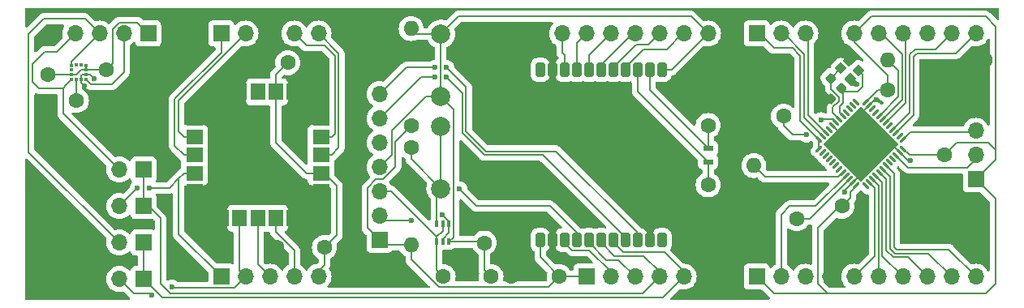
<source format=gbr>
%TF.GenerationSoftware,KiCad,Pcbnew,8.0.2-8.0.2-0~ubuntu22.04.1*%
%TF.CreationDate,2024-05-31T00:48:12+02:00*%
%TF.ProjectId,Version 1,56657273-696f-46e2-9031-2e6b69636164,1*%
%TF.SameCoordinates,Original*%
%TF.FileFunction,Copper,L1,Top*%
%TF.FilePolarity,Positive*%
%FSLAX46Y46*%
G04 Gerber Fmt 4.6, Leading zero omitted, Abs format (unit mm)*
G04 Created by KiCad (PCBNEW 8.0.2-8.0.2-0~ubuntu22.04.1) date 2024-05-31 00:48:12*
%MOMM*%
%LPD*%
G01*
G04 APERTURE LIST*
G04 Aperture macros list*
%AMRoundRect*
0 Rectangle with rounded corners*
0 $1 Rounding radius*
0 $2 $3 $4 $5 $6 $7 $8 $9 X,Y pos of 4 corners*
0 Add a 4 corners polygon primitive as box body*
4,1,4,$2,$3,$4,$5,$6,$7,$8,$9,$2,$3,0*
0 Add four circle primitives for the rounded corners*
1,1,$1+$1,$2,$3*
1,1,$1+$1,$4,$5*
1,1,$1+$1,$6,$7*
1,1,$1+$1,$8,$9*
0 Add four rect primitives between the rounded corners*
20,1,$1+$1,$2,$3,$4,$5,0*
20,1,$1+$1,$4,$5,$6,$7,0*
20,1,$1+$1,$6,$7,$8,$9,0*
20,1,$1+$1,$8,$9,$2,$3,0*%
%AMRotRect*
0 Rectangle, with rotation*
0 The origin of the aperture is its center*
0 $1 length*
0 $2 width*
0 $3 Rotation angle, in degrees counterclockwise*
0 Add horizontal line*
21,1,$1,$2,0,0,$3*%
G04 Aperture macros list end*
%TA.AperFunction,SMDPad,CuDef*%
%ADD10R,1.100000X0.600000*%
%TD*%
%TA.AperFunction,SMDPad,CuDef*%
%ADD11RoundRect,0.250000X-0.250000X-0.500000X0.250000X-0.500000X0.250000X0.500000X-0.250000X0.500000X0*%
%TD*%
%TA.AperFunction,ComponentPad*%
%ADD12C,2.000000*%
%TD*%
%TA.AperFunction,SMDPad,CuDef*%
%ADD13R,0.375000X0.350000*%
%TD*%
%TA.AperFunction,SMDPad,CuDef*%
%ADD14R,0.350000X0.375000*%
%TD*%
%TA.AperFunction,ComponentPad*%
%ADD15R,1.700000X1.700000*%
%TD*%
%TA.AperFunction,ComponentPad*%
%ADD16O,1.700000X1.700000*%
%TD*%
%TA.AperFunction,ComponentPad*%
%ADD17C,1.600000*%
%TD*%
%TA.AperFunction,ComponentPad*%
%ADD18O,1.600000X1.600000*%
%TD*%
%TA.AperFunction,ComponentPad*%
%ADD19R,1.600000X1.600000*%
%TD*%
%TA.AperFunction,SMDPad,CuDef*%
%ADD20RoundRect,0.102000X-0.492146X0.035355X0.035355X-0.492146X0.492146X-0.035355X-0.035355X0.492146X0*%
%TD*%
%TA.AperFunction,SMDPad,CuDef*%
%ADD21RoundRect,0.100000X-0.100000X0.225000X-0.100000X-0.225000X0.100000X-0.225000X0.100000X0.225000X0*%
%TD*%
%TA.AperFunction,SMDPad,CuDef*%
%ADD22R,1.500000X1.800000*%
%TD*%
%TA.AperFunction,SMDPad,CuDef*%
%ADD23R,1.800000X1.500000*%
%TD*%
%TA.AperFunction,SMDPad,CuDef*%
%ADD24RoundRect,0.225000X0.017678X-0.335876X0.335876X-0.017678X-0.017678X0.335876X-0.335876X0.017678X0*%
%TD*%
%TA.AperFunction,SMDPad,CuDef*%
%ADD25RoundRect,0.062500X-0.309359X0.220971X0.220971X-0.309359X0.309359X-0.220971X-0.220971X0.309359X0*%
%TD*%
%TA.AperFunction,SMDPad,CuDef*%
%ADD26RoundRect,0.062500X-0.309359X-0.220971X-0.220971X-0.309359X0.309359X0.220971X0.220971X0.309359X0*%
%TD*%
%TA.AperFunction,HeatsinkPad*%
%ADD27RotRect,5.600000X5.600000X315.000000*%
%TD*%
%TA.AperFunction,ViaPad*%
%ADD28C,0.600000*%
%TD*%
%TA.AperFunction,Conductor*%
%ADD29C,0.200000*%
%TD*%
G04 APERTURE END LIST*
D10*
%TO.P,Y1,1*%
%TO.N,/GPIO0*%
X116332000Y-58482000D03*
%TO.P,Y1,2,CRYSTAL_2*%
%TO.N,/GPIO1*%
X116332000Y-59882000D03*
%TD*%
D11*
%TO.P,U1,1,2.4G_Ant*%
%TO.N,unconnected-(U1-2.4G_Ant-Pad1)*%
X98806000Y-50292000D03*
%TO.P,U1,2,GND*%
%TO.N,GND*%
X100076000Y-50292000D03*
%TO.P,U1,3,GPIO7*%
%TO.N,/GPIO7*%
X101346000Y-50292000D03*
%TO.P,U1,4,GPIO6*%
%TO.N,/GPIO6*%
X102616000Y-50292000D03*
%TO.P,U1,5,GPIO5*%
%TO.N,/GPIO5*%
X103886000Y-50292000D03*
%TO.P,U1,6,GPIO4*%
%TO.N,/GPIO4*%
X105156000Y-50292000D03*
%TO.P,U1,7,GPIO3*%
%TO.N,/GPIO3*%
X106426000Y-50292000D03*
%TO.P,U1,8,GPIO2*%
%TO.N,/GPIO2*%
X107696000Y-50292000D03*
%TO.P,U1,9,GPIO1*%
%TO.N,/GPIO1*%
X108966000Y-50292000D03*
%TO.P,U1,10,GPIO0*%
%TO.N,/GPIO0*%
X110236000Y-50292000D03*
%TO.P,U1,11,EN*%
%TO.N,/ESPEN*%
X111506000Y-50292000D03*
%TO.P,U1,12,VDD*%
%TO.N,+3.3V2*%
X98806000Y-68072000D03*
%TO.P,U1,13,GND*%
%TO.N,GND*%
X100076000Y-68072000D03*
%TO.P,U1,14,GPIO10*%
%TO.N,/GPIO10*%
X101346000Y-68072000D03*
%TO.P,U1,15,GPIO9*%
%TO.N,/USR_Key*%
X102616000Y-68072000D03*
%TO.P,U1,16,GPIO8*%
%TO.N,/GPIO8*%
X103886000Y-68072000D03*
%TO.P,U1,17,GPIO18_DN*%
%TO.N,/SDA*%
X105156000Y-68072000D03*
%TO.P,U1,18,GPIO19_DP*%
%TO.N,/SCL*%
X106426000Y-68072000D03*
%TO.P,U1,19,GPIO20_RXD*%
%TO.N,/RX*%
X107696000Y-68072000D03*
%TO.P,U1,20,GPIO21_TXD*%
%TO.N,/TX*%
X108966000Y-68072000D03*
%TO.P,U1,21,GND*%
%TO.N,GND*%
X110236000Y-68072000D03*
%TO.P,U1,22,LoRa_Ant*%
%TO.N,unconnected-(U1-LoRa_Ant-Pad22)*%
X111506000Y-68072000D03*
%TD*%
D12*
%TO.P,USR_SW1,1,A*%
%TO.N,GND*%
X92928000Y-56186000D03*
X92928000Y-62686000D03*
%TO.P,USR_SW1,2,B*%
%TO.N,/USR_Key*%
X88428000Y-56186000D03*
X88428000Y-62686000D03*
%TD*%
D13*
%TO.P,U4,1,SCL/SPC*%
%TO.N,/SCL2*%
X49902500Y-49807000D03*
%TO.P,U4,2,NC*%
%TO.N,unconnected-(U4-NC-Pad2)*%
X49902500Y-50307000D03*
%TO.P,U4,3,~{CS}*%
%TO.N,+3.3V4*%
X49902500Y-50807000D03*
%TO.P,U4,4,SDA/SDI/SDO*%
%TO.N,/SDA2*%
X49902500Y-51307000D03*
D14*
%TO.P,U4,5,C1*%
%TO.N,/C1*%
X50415000Y-51319500D03*
%TO.P,U4,6,GND*%
%TO.N,GND*%
X50915000Y-51319500D03*
D13*
%TO.P,U4,7,DRDY*%
%TO.N,DRDY*%
X51427500Y-51307000D03*
%TO.P,U4,8,GND*%
%TO.N,GND*%
X51427500Y-50807000D03*
%TO.P,U4,9,Vdd*%
%TO.N,+3.3V4*%
X51427500Y-50307000D03*
%TO.P,U4,10,Vdd_IO*%
X51427500Y-49807000D03*
D14*
%TO.P,U4,11,NC*%
%TO.N,unconnected-(U4-NC-Pad11)*%
X50915000Y-49794500D03*
%TO.P,U4,12,NC*%
%TO.N,unconnected-(U4-NC-Pad12)*%
X50415000Y-49794500D03*
%TD*%
D15*
%TO.P,J9,1,Pin_1*%
%TO.N,+3.3V2*%
X82042000Y-68057000D03*
D16*
%TO.P,J9,2,Pin_2*%
%TO.N,/RTS*%
X82042000Y-65517000D03*
%TO.P,J9,3,Pin_3*%
%TO.N,/DTR*%
X82042000Y-62977000D03*
%TO.P,J9,4,Pin_4*%
%TO.N,/ESPEN*%
X82042000Y-60437000D03*
%TO.P,J9,5,Pin_5*%
%TO.N,/USR_Key*%
X82042000Y-57897000D03*
%TO.P,J9,6,Pin_6*%
%TO.N,/RX*%
X82042000Y-55357000D03*
%TO.P,J9,7,Pin_7*%
%TO.N,/TX*%
X82042000Y-52817000D03*
%TO.P,J9,8,Pin_8*%
%TO.N,GND*%
X82042000Y-50277000D03*
%TD*%
D15*
%TO.P,JP1,1,A*%
%TO.N,/SCL*%
X57414000Y-72136000D03*
D16*
%TO.P,JP1,2,B*%
%TO.N,/SCL1*%
X54874000Y-72136000D03*
%TD*%
D17*
%TO.P,R1,1*%
%TO.N,GND*%
X145214400Y-49282000D03*
D18*
%TO.P,R1,2*%
%TO.N,/BOOT0*%
X135054400Y-49282000D03*
%TD*%
D17*
%TO.P,C15,1*%
%TO.N,/C1*%
X50415000Y-53473000D03*
%TO.P,C15,2*%
%TO.N,GND*%
X55415000Y-53473000D03*
%TD*%
%TO.P,R4,1*%
%TO.N,+3.3V2*%
X85344000Y-56134000D03*
D18*
%TO.P,R4,2*%
%TO.N,/ESPEN*%
X85344000Y-45974000D03*
%TD*%
D17*
%TO.P,C6,1*%
%TO.N,+3.3V2*%
X100798000Y-71882000D03*
%TO.P,C6,2*%
%TO.N,GND*%
X95798000Y-71882000D03*
%TD*%
D19*
%TO.P,C10,1*%
%TO.N,GND*%
X125591000Y-67850113D03*
D17*
%TO.P,C10,2*%
%TO.N,/VCAP*%
X125591000Y-65850113D03*
%TD*%
D15*
%TO.P,JP4,1,A*%
%TO.N,/SDA*%
X57409000Y-60706000D03*
D16*
%TO.P,JP4,2,B*%
%TO.N,/SDA2*%
X54869000Y-60706000D03*
%TD*%
D17*
%TO.P,C11,1*%
%TO.N,+3.3V3*%
X76280000Y-68840000D03*
%TO.P,C11,2*%
%TO.N,GND*%
X71280000Y-68840000D03*
%TD*%
%TO.P,R3,1*%
%TO.N,/USR_Key*%
X85344000Y-58420000D03*
D18*
%TO.P,R3,2*%
%TO.N,+3.3V2*%
X85344000Y-68580000D03*
%TD*%
D17*
%TO.P,C5,1*%
%TO.N,/GPIO0*%
X116332000Y-56094000D03*
%TO.P,C5,2*%
%TO.N,GND*%
X116332000Y-51094000D03*
%TD*%
%TO.P,C13,1*%
%TO.N,+3.3V4*%
X47450000Y-50807000D03*
%TO.P,C13,2*%
%TO.N,GND*%
X47450000Y-55807000D03*
%TD*%
%TO.P,R2,1*%
%TO.N,GND*%
X121100000Y-50124000D03*
D18*
%TO.P,R2,2*%
%TO.N,/BOOT1*%
X121100000Y-60284000D03*
%TD*%
D20*
%TO.P,Y2,1,1*%
%TO.N,/RCC_OUT*%
X130182753Y-50139542D03*
%TO.P,Y2,2,2*%
%TO.N,GND*%
X131208058Y-51164847D03*
%TO.P,Y2,3,3*%
%TO.N,/RCC_IN*%
X132021231Y-50351674D03*
%TO.P,Y2,4,4*%
%TO.N,GND*%
X130995926Y-49326369D03*
%TD*%
D17*
%TO.P,C2,1*%
%TO.N,+3.3V1*%
X140958000Y-59188000D03*
%TO.P,C2,2*%
%TO.N,GND*%
X140958000Y-64188000D03*
%TD*%
D21*
%TO.P,G1,1,Source_1*%
%TO.N,/RTS*%
X89296000Y-66360000D03*
%TO.P,G1,2,Gate_1*%
%TO.N,/DTR*%
X88646000Y-66360000D03*
%TO.P,G1,3,Drain_2*%
%TO.N,/USR_Key*%
X87996000Y-66360000D03*
%TO.P,G1,4,Source_2*%
%TO.N,/DTR*%
X87996000Y-68260000D03*
%TO.P,G1,5,Gate_2*%
%TO.N,/RTS*%
X88646000Y-68260000D03*
%TO.P,G1,6,Drain_1*%
%TO.N,/ESPEN*%
X89296000Y-68260000D03*
%TD*%
D22*
%TO.P,U3,1,GND*%
%TO.N,GND*%
X73130000Y-52588000D03*
%TO.P,U3,2,VCC_IO*%
%TO.N,+3.3V3*%
X71230000Y-52588000D03*
%TO.P,U3,3,V_BCKP*%
%TO.N,unconnected-(U3-V_BCKP-Pad3)*%
X69330000Y-52588000D03*
%TO.P,U3,4,GND*%
%TO.N,GND*%
X67430000Y-52588000D03*
%TO.P,U3,5,GND*%
X65530000Y-52588000D03*
D23*
%TO.P,U3,6,GND*%
X62730000Y-55388000D03*
%TO.P,U3,7,TIMEPULSE*%
%TO.N,/TPULSE*%
X62730000Y-57288000D03*
%TO.P,U3,8,~{SAFEBOOT}*%
%TO.N,/SBOOT*%
X62730000Y-59188000D03*
%TO.P,U3,9,SDA*%
%TO.N,/SDA1*%
X62730000Y-61088000D03*
%TO.P,U3,10,GND*%
%TO.N,GND*%
X62730000Y-62988000D03*
D22*
%TO.P,U3,11,GND*%
X65530000Y-65788000D03*
%TO.P,U3,12,SCL*%
%TO.N,/SCL1*%
X67430000Y-65788000D03*
%TO.P,U3,13,TXD*%
%TO.N,/TXD*%
X69330000Y-65788000D03*
%TO.P,U3,14,RXD*%
%TO.N,/RXD*%
X71230000Y-65788000D03*
%TO.P,U3,15,GND*%
%TO.N,GND*%
X73130000Y-65788000D03*
D23*
%TO.P,U3,16,GND*%
X75930000Y-62988000D03*
%TO.P,U3,17,VCC*%
%TO.N,+3.3V3*%
X75930000Y-61088000D03*
%TO.P,U3,18,~{RESET}*%
%TO.N,/RST*%
X75930000Y-59188000D03*
%TO.P,U3,19,EXTINT*%
%TO.N,/EXTINT*%
X75930000Y-57288000D03*
%TO.P,U3,20,GND*%
%TO.N,GND*%
X75930000Y-55388000D03*
%TD*%
D12*
%TO.P,RESET_SW1,1,A*%
%TO.N,GND*%
X92928000Y-46534000D03*
X92928000Y-53034000D03*
%TO.P,RESET_SW1,2,B*%
%TO.N,/ESPEN*%
X88428000Y-46534000D03*
X88428000Y-53034000D03*
%TD*%
D15*
%TO.P,JP2,1,A*%
%TO.N,/SDA*%
X57409000Y-64516000D03*
D16*
%TO.P,JP2,2,B*%
%TO.N,/SDA1*%
X54869000Y-64516000D03*
%TD*%
D17*
%TO.P,C4,1*%
%TO.N,/GPIO1*%
X116332000Y-62304400D03*
%TO.P,C4,2*%
%TO.N,GND*%
X116332000Y-67304400D03*
%TD*%
%TO.P,C7,1*%
%TO.N,GND*%
X124194000Y-50124000D03*
%TO.P,C7,2*%
%TO.N,/RS*%
X124194000Y-55124000D03*
%TD*%
D24*
%TO.P,C9,1*%
%TO.N,GND*%
X128025584Y-52257616D03*
%TO.P,C9,2*%
%TO.N,/RCC_OUT*%
X129121600Y-51161600D03*
%TD*%
%TO.P,C8,1*%
%TO.N,GND*%
X129117784Y-53324416D03*
%TO.P,C8,2*%
%TO.N,/RCC_IN*%
X130213800Y-52228400D03*
%TD*%
D17*
%TO.P,C3,1*%
%TO.N,+3.3V1*%
X135054400Y-52355400D03*
%TO.P,C3,2*%
%TO.N,GND*%
X140054400Y-52355400D03*
%TD*%
%TO.P,C14,1*%
%TO.N,+3.3V4*%
X53495000Y-50307000D03*
%TO.P,C14,2*%
%TO.N,GND*%
X58495000Y-50307000D03*
%TD*%
D15*
%TO.P,JP3,1,A*%
%TO.N,/SCL*%
X57409000Y-68326000D03*
D16*
%TO.P,JP3,2,B*%
%TO.N,/SCL2*%
X54869000Y-68326000D03*
%TD*%
D15*
%TO.P,J3,1,Pin_1*%
%TO.N,+3.3V1*%
X144260000Y-61728000D03*
D16*
%TO.P,J3,2,Pin_2*%
%TO.N,/SWDIO*%
X144260000Y-59188000D03*
%TO.P,J3,3,Pin_3*%
%TO.N,/SWCLK*%
X144260000Y-56648000D03*
%TO.P,J3,4,Pin_4*%
%TO.N,GND*%
X144260000Y-54108000D03*
%TD*%
D17*
%TO.P,C1,1*%
%TO.N,+3.3V1*%
X130290000Y-64522000D03*
%TO.P,C1,2*%
%TO.N,GND*%
X130290000Y-69522000D03*
%TD*%
D25*
%TO.P,U2,1,VBAT*%
%TO.N,unconnected-(U2-VBAT-Pad1)*%
X131791641Y-53665552D03*
%TO.P,U2,2,PC13*%
%TO.N,unconnected-(U2-PC13-Pad2)*%
X131438088Y-54019105D03*
%TO.P,U2,3,PC14*%
%TO.N,unconnected-(U2-PC14-Pad3)*%
X131084534Y-54372659D03*
%TO.P,U2,4,PC15*%
%TO.N,unconnected-(U2-PC15-Pad4)*%
X130730981Y-54726212D03*
%TO.P,U2,5,PH0*%
%TO.N,/RCC_IN*%
X130377428Y-55079765D03*
%TO.P,U2,6,PH1*%
%TO.N,/RCC_OUT*%
X130023874Y-55433319D03*
%TO.P,U2,7,NRST*%
%TO.N,/RS*%
X129670321Y-55786872D03*
%TO.P,U2,8,VSSA*%
%TO.N,GND*%
X129316767Y-56140426D03*
%TO.P,U2,9,VDDA*%
%TO.N,unconnected-(U2-VDDA-Pad9)*%
X128963214Y-56493979D03*
%TO.P,U2,10,PA0*%
%TO.N,TIM2_CH1*%
X128609661Y-56847532D03*
%TO.P,U2,11,PA1*%
%TO.N,TIM2_CH2*%
X128256107Y-57201086D03*
%TO.P,U2,12,PA2*%
%TO.N,TIM2_CH3*%
X127902554Y-57554639D03*
D26*
%TO.P,U2,13,PA3*%
X127902554Y-58526911D03*
%TO.P,U2,14,PA4*%
%TO.N,unconnected-(U2-PA4-Pad14)*%
X128256107Y-58880464D03*
%TO.P,U2,15,PA5*%
%TO.N,unconnected-(U2-PA5-Pad15)*%
X128609661Y-59234018D03*
%TO.P,U2,16,PA6*%
%TO.N,unconnected-(U2-PA6-Pad16)*%
X128963214Y-59587571D03*
%TO.P,U2,17,PA7*%
%TO.N,unconnected-(U2-PA7-Pad17)*%
X129316767Y-59941124D03*
%TO.P,U2,18,PB0*%
%TO.N,unconnected-(U2-PB0-Pad18)*%
X129670321Y-60294678D03*
%TO.P,U2,19,PB1*%
%TO.N,unconnected-(U2-PB1-Pad19)*%
X130023874Y-60648231D03*
%TO.P,U2,20,PB2*%
%TO.N,/BOOT1*%
X130377428Y-61001785D03*
%TO.P,U2,21,PB10*%
%TO.N,I2C2_SCL*%
X130730981Y-61355338D03*
%TO.P,U2,22,VCAP1*%
%TO.N,/VCAP*%
X131084534Y-61708891D03*
%TO.P,U2,23,VSS*%
%TO.N,GND*%
X131438088Y-62062445D03*
%TO.P,U2,24,VDD*%
%TO.N,+3.3V1*%
X131791641Y-62415998D03*
D25*
%TO.P,U2,25,PB12*%
%TO.N,unconnected-(U2-PB12-Pad25)*%
X132763913Y-62415998D03*
%TO.P,U2,26,PB13*%
%TO.N,TIM1_CH1N*%
X133117466Y-62062445D03*
%TO.P,U2,27,PB14*%
%TO.N,TIM1_CH2N*%
X133471020Y-61708891D03*
%TO.P,U2,28,PB15*%
%TO.N,TIM1_CH3N*%
X133824573Y-61355338D03*
%TO.P,U2,29,PA8*%
%TO.N,TIM1_CH1*%
X134178126Y-61001785D03*
%TO.P,U2,30,PA9*%
%TO.N,TIM1_CH2*%
X134531680Y-60648231D03*
%TO.P,U2,31,PA10*%
%TO.N,TIM1_CH3*%
X134885233Y-60294678D03*
%TO.P,U2,32,PA11*%
%TO.N,unconnected-(U2-PA11-Pad32)*%
X135238787Y-59941124D03*
%TO.P,U2,33,PA12*%
%TO.N,unconnected-(U2-PA12-Pad33)*%
X135592340Y-59587571D03*
%TO.P,U2,34,PA13*%
%TO.N,/SWDIO*%
X135945893Y-59234018D03*
%TO.P,U2,35,VSS*%
%TO.N,GND*%
X136299447Y-58880464D03*
%TO.P,U2,36,VDD*%
%TO.N,+3.3V1*%
X136653000Y-58526911D03*
D26*
%TO.P,U2,37,PA14*%
%TO.N,/SWCLK*%
X136653000Y-57554639D03*
%TO.P,U2,38,PA15*%
%TO.N,unconnected-(U2-PA15-Pad38)*%
X136299447Y-57201086D03*
%TO.P,U2,39,PB3*%
%TO.N,I2C2_SDA*%
X135945893Y-56847532D03*
%TO.P,U2,40,PB4*%
%TO.N,EXTI4*%
X135592340Y-56493979D03*
%TO.P,U2,41,PB5*%
%TO.N,unconnected-(U2-PB5-Pad41)*%
X135238787Y-56140426D03*
%TO.P,U2,42,PB6*%
%TO.N,I2C1_SCL*%
X134885233Y-55786872D03*
%TO.P,U2,43,PB7*%
%TO.N,I2C1_SDA*%
X134531680Y-55433319D03*
%TO.P,U2,44,BOOT0*%
%TO.N,/BOOT0*%
X134178126Y-55079765D03*
%TO.P,U2,45,PB8*%
%TO.N,unconnected-(U2-PB8-Pad45)*%
X133824573Y-54726212D03*
%TO.P,U2,46,PB9*%
%TO.N,unconnected-(U2-PB9-Pad46)*%
X133471020Y-54372659D03*
%TO.P,U2,47,VSS*%
%TO.N,GND*%
X133117466Y-54019105D03*
%TO.P,U2,48,VDD*%
%TO.N,+3.3V1*%
X132763913Y-53665552D03*
D27*
%TO.P,U2,49,VSS*%
%TO.N,GND*%
X132277777Y-58040775D03*
%TD*%
D17*
%TO.P,C12,1*%
%TO.N,+3.3V3*%
X72465000Y-49536000D03*
%TO.P,C12,2*%
%TO.N,GND*%
X67465000Y-49536000D03*
%TD*%
%TO.P,C16,1*%
%TO.N,/DTR*%
X88686000Y-71882000D03*
%TO.P,C16,2*%
%TO.N,/ESPEN*%
X93686000Y-71882000D03*
%TD*%
D19*
%TO.P,C17,1*%
%TO.N,GND*%
X92964000Y-66354888D03*
D17*
%TO.P,C17,2*%
%TO.N,/ESPEN*%
X92964000Y-68354888D03*
%TD*%
D15*
%TO.P,J8,1,Pin_1*%
%TO.N,+3.3V4*%
X57900000Y-46488000D03*
D16*
%TO.P,J8,2,Pin_2*%
%TO.N,DRDY*%
X55360000Y-46488000D03*
%TO.P,J8,3,Pin_3*%
%TO.N,/SCL2*%
X52820000Y-46488000D03*
%TO.P,J8,4,Pin_4*%
%TO.N,/SDA2*%
X50280000Y-46488000D03*
%TO.P,J8,5,Pin_5*%
%TO.N,GND*%
X47740000Y-46488000D03*
%TD*%
D15*
%TO.P,J2,1,Pin_1*%
%TO.N,GND*%
X98540000Y-46488000D03*
D16*
%TO.P,J2,2,Pin_2*%
%TO.N,/GPIO7*%
X101080000Y-46488000D03*
%TO.P,J2,3,Pin_3*%
%TO.N,/GPIO6*%
X103620000Y-46488000D03*
%TO.P,J2,4,Pin_4*%
%TO.N,/GPIO5*%
X106160000Y-46488000D03*
%TO.P,J2,5,Pin_5*%
%TO.N,/GPIO4*%
X108700000Y-46488000D03*
%TO.P,J2,6,Pin_6*%
%TO.N,/GPIO3*%
X111240000Y-46488000D03*
%TO.P,J2,7,Pin_7*%
%TO.N,/GPIO2*%
X113780000Y-46488000D03*
%TO.P,J2,8,Pin_8*%
%TO.N,/ESPEN*%
X116320000Y-46488000D03*
%TD*%
D15*
%TO.P,J6,1,Pin_1*%
%TO.N,/SDA1*%
X65520000Y-71888000D03*
D16*
%TO.P,J6,2,Pin_2*%
%TO.N,/SCL1*%
X68060000Y-71888000D03*
%TO.P,J6,3,Pin_3*%
%TO.N,/TXD*%
X70600000Y-71888000D03*
%TO.P,J6,4,Pin_4*%
%TO.N,/RXD*%
X73140000Y-71888000D03*
%TO.P,J6,5,Pin_5*%
%TO.N,+3.3V3*%
X75680000Y-71888000D03*
%TD*%
D15*
%TO.P,J4,1,Pin_1*%
%TO.N,TIM2_CH3*%
X121400000Y-46488000D03*
D16*
%TO.P,J4,2,Pin_2*%
%TO.N,TIM2_CH2*%
X123940000Y-46488000D03*
%TO.P,J4,3,Pin_3*%
%TO.N,TIM2_CH1*%
X126480000Y-46488000D03*
%TO.P,J4,4,Pin_4*%
%TO.N,GND*%
X129020000Y-46488000D03*
%TO.P,J4,5,Pin_5*%
%TO.N,+3.3V1*%
X131560000Y-46488000D03*
%TO.P,J4,6,Pin_6*%
%TO.N,I2C1_SDA*%
X134100000Y-46488000D03*
%TO.P,J4,7,Pin_7*%
%TO.N,I2C1_SCL*%
X136640000Y-46488000D03*
%TO.P,J4,8,Pin_8*%
%TO.N,GND1*%
X139180000Y-46488000D03*
%TO.P,J4,9,Pin_9*%
%TO.N,EXTI4*%
X141720000Y-46488000D03*
%TO.P,J4,10,Pin_10*%
%TO.N,I2C2_SDA*%
X144260000Y-46488000D03*
%TD*%
D15*
%TO.P,J1,1,Pin_1*%
%TO.N,+3.3V2*%
X103620000Y-71888000D03*
D16*
%TO.P,J1,2,Pin_2*%
%TO.N,/GPIO10*%
X106160000Y-71888000D03*
%TO.P,J1,3,Pin_3*%
%TO.N,/GPIO8*%
X108700000Y-71888000D03*
%TO.P,J1,4,Pin_4*%
%TO.N,/SDA*%
X111240000Y-71888000D03*
%TO.P,J1,5,Pin_5*%
%TO.N,/SCL*%
X113780000Y-71888000D03*
%TD*%
D15*
%TO.P,J5,1,Pin_1*%
%TO.N,+3.3V1*%
X121400000Y-71888000D03*
D16*
%TO.P,J5,2,Pin_2*%
%TO.N,I2C2_SCL*%
X123940000Y-71888000D03*
%TO.P,J5,3,Pin_3*%
%TO.N,unconnected-(J5-Pin_3-Pad3)*%
X126480000Y-71888000D03*
%TO.P,J5,4,Pin_4*%
%TO.N,GND*%
X129020000Y-71888000D03*
%TO.P,J5,5,Pin_5*%
%TO.N,TIM1_CH1N*%
X131560000Y-71888000D03*
%TO.P,J5,6,Pin_6*%
%TO.N,TIM1_CH2N*%
X134100000Y-71888000D03*
%TO.P,J5,7,Pin_7*%
%TO.N,TIM1_CH3N*%
X136640000Y-71888000D03*
%TO.P,J5,8,Pin_8*%
%TO.N,TIM1_CH1*%
X139180000Y-71888000D03*
%TO.P,J5,9,Pin_9*%
%TO.N,TIM1_CH2*%
X141720000Y-71888000D03*
%TO.P,J5,10,Pin_10*%
%TO.N,TIM1_CH3*%
X144260000Y-71888000D03*
%TD*%
D15*
%TO.P,J7,1,Pin_1*%
%TO.N,/SBOOT*%
X65520000Y-46488000D03*
D16*
%TO.P,J7,2,Pin_2*%
%TO.N,/TPULSE*%
X68060000Y-46488000D03*
%TO.P,J7,3,Pin_3*%
%TO.N,GND*%
X70600000Y-46488000D03*
%TO.P,J7,4,Pin_4*%
%TO.N,/EXTINT*%
X73140000Y-46488000D03*
%TO.P,J7,5,Pin_5*%
%TO.N,/RST*%
X75680000Y-46488000D03*
%TD*%
D28*
%TO.N,GND*%
X137416400Y-59788000D03*
X130048000Y-48387000D03*
X51274986Y-52003016D03*
X75946000Y-53975000D03*
X131839400Y-51796600D03*
X110236000Y-66421000D03*
X74549000Y-51943000D03*
X63373000Y-64389000D03*
X76581000Y-53975000D03*
X128028289Y-53296311D03*
X64135000Y-65786000D03*
X74549000Y-53213000D03*
X100076000Y-66421000D03*
X76581000Y-64389000D03*
X75311000Y-64389000D03*
X64135000Y-51943000D03*
X63373000Y-53975000D03*
X100076000Y-48768000D03*
X62738000Y-53975000D03*
X75311000Y-53975000D03*
X74549000Y-65151000D03*
X133888997Y-53388997D03*
X64135000Y-52578000D03*
X64135000Y-66421000D03*
X62103000Y-53975000D03*
X74549000Y-52578000D03*
X62103000Y-64389000D03*
X52234015Y-51222000D03*
X74549000Y-65786000D03*
X75946000Y-64389000D03*
X62738000Y-64389000D03*
X64135000Y-53213000D03*
X74549000Y-66421000D03*
X64135000Y-65151000D03*
X130593977Y-63047977D03*
X100076000Y-69596000D03*
X100076000Y-51943000D03*
%TO.N,/RS*%
X128123329Y-55512671D03*
X126567746Y-57068360D03*
%TO.N,/RTS*%
X88596000Y-65405000D03*
X85332000Y-66040000D03*
%TO.N,/SDA1*%
X56769000Y-62611000D03*
X58009000Y-62611000D03*
%TO.N,/SCL1*%
X60368265Y-72981735D03*
X58254735Y-73825265D03*
%TO.N,/USR_Key*%
X90396000Y-62738000D03*
%TO.N,/TX*%
X89028000Y-50038000D03*
X87828000Y-50038000D03*
%TO.N,/RX*%
X87828000Y-51054000D03*
X89028000Y-51054000D03*
%TD*%
D29*
%TO.N,GND*%
X65530000Y-51471000D02*
X67465000Y-49536000D01*
X51274986Y-52003016D02*
X50915000Y-51643030D01*
X133747574Y-53388997D02*
X133117466Y-54019105D01*
X137206983Y-59788000D02*
X137416400Y-59788000D01*
X52234015Y-51222000D02*
X51819015Y-50807000D01*
X131438088Y-62062445D02*
X132277777Y-61222756D01*
X130593977Y-62906556D02*
X130593977Y-63047977D01*
X130056557Y-48387000D02*
X130995926Y-49326369D01*
X129117784Y-53324416D02*
X128056394Y-53324416D01*
X135459758Y-58040775D02*
X132277777Y-58040775D01*
X129316767Y-56140426D02*
X131217116Y-58040775D01*
X130048000Y-48387000D02*
X130056557Y-48387000D01*
X132277777Y-61222756D02*
X132277777Y-58040775D01*
X131208058Y-51164847D02*
X131208058Y-51165258D01*
X51427500Y-50807000D02*
X50989686Y-50807000D01*
X132277777Y-54858794D02*
X132277777Y-58040775D01*
X128056394Y-53324416D02*
X128028289Y-53296311D01*
X67430000Y-49571000D02*
X67465000Y-49536000D01*
X133117466Y-54019105D02*
X132277777Y-54858794D01*
X67430000Y-52588000D02*
X67430000Y-49571000D01*
X136299447Y-58880464D02*
X135459758Y-58040775D01*
X131438088Y-62062445D02*
X130593977Y-62906556D01*
X50989686Y-50807000D02*
X50915000Y-50881686D01*
X136299447Y-58880464D02*
X137206983Y-59788000D01*
X100076000Y-50292000D02*
X100076000Y-50027256D01*
X51819015Y-50807000D02*
X51427500Y-50807000D01*
X128025584Y-52257616D02*
X128025584Y-53293606D01*
X50915000Y-50881686D02*
X50915000Y-51319500D01*
X128025584Y-53293606D02*
X128028289Y-53296311D01*
X131217116Y-58040775D02*
X132277777Y-58040775D01*
X65530000Y-52588000D02*
X65530000Y-51471000D01*
X50915000Y-51643030D02*
X50915000Y-51319500D01*
X131208058Y-51165258D02*
X131839400Y-51796600D01*
X133888997Y-53388997D02*
X133747574Y-53388997D01*
X67420000Y-53211000D02*
X67420000Y-52616000D01*
%TO.N,I2C2_SDA*%
X137754400Y-48929600D02*
X138145000Y-48539000D01*
X135945893Y-56847532D02*
X137754400Y-55039025D01*
X138145000Y-48539000D02*
X142209000Y-48539000D01*
X142209000Y-48539000D02*
X144260000Y-46488000D01*
X137754400Y-55039025D02*
X137754400Y-48929600D01*
%TO.N,TIM2_CH1*%
X126747000Y-54984871D02*
X128609661Y-56847532D01*
X126747000Y-46755000D02*
X126747000Y-54984871D01*
X126480000Y-46488000D02*
X126747000Y-46755000D01*
%TO.N,EXTI4*%
X137354400Y-48694600D02*
X137910000Y-48139000D01*
X137910000Y-48139000D02*
X140069000Y-48139000D01*
X140069000Y-48139000D02*
X141720000Y-46488000D01*
X137354400Y-54731919D02*
X137354400Y-48694600D01*
X135592340Y-56493979D02*
X137354400Y-54731919D01*
%TO.N,TIM2_CH2*%
X126347000Y-55291979D02*
X126347000Y-48628000D01*
X124207000Y-46488000D02*
X123940000Y-46488000D01*
X126347000Y-48628000D02*
X124207000Y-46488000D01*
X128256107Y-57201086D02*
X126347000Y-55291979D01*
%TO.N,TIM2_CH3*%
X127902554Y-57554639D02*
X125947000Y-55599085D01*
X125947000Y-48793686D02*
X125165314Y-48012000D01*
X125947000Y-55599085D02*
X125947000Y-48793686D01*
X125165314Y-48012000D02*
X123191000Y-48012000D01*
X127902554Y-58526911D02*
X127902554Y-57554639D01*
X121667000Y-46488000D02*
X121400000Y-46488000D01*
X123191000Y-48012000D02*
X121667000Y-46488000D01*
%TO.N,I2C2_SCL*%
X123940000Y-65411000D02*
X123940000Y-71888000D01*
X130730981Y-61355338D02*
X127564319Y-64522000D01*
X127564319Y-64522000D02*
X124829000Y-64522000D01*
X124829000Y-64522000D02*
X123940000Y-65411000D01*
%TO.N,TIM1_CH3*%
X135700000Y-68800628D02*
X135955372Y-69056000D01*
X134885233Y-60294678D02*
X135700000Y-61109445D01*
X141428000Y-69056000D02*
X144260000Y-71888000D01*
X135955372Y-69056000D02*
X141428000Y-69056000D01*
X135700000Y-61109445D02*
X135700000Y-68800628D01*
%TO.N,TIM1_CH1N*%
X133117466Y-62062445D02*
X133700000Y-62644979D01*
X133700000Y-69748000D02*
X131560000Y-71888000D01*
X133700000Y-62644979D02*
X133700000Y-69748000D01*
%TO.N,TIM1_CH1*%
X134178126Y-61001785D02*
X134900000Y-61723659D01*
X134900000Y-61723659D02*
X134900000Y-69132000D01*
X134900000Y-69132000D02*
X135624000Y-69856000D01*
X137148000Y-69856000D02*
X139180000Y-71888000D01*
X135624000Y-69856000D02*
X137148000Y-69856000D01*
%TO.N,I2C1_SCL*%
X136954400Y-46802400D02*
X136640000Y-46488000D01*
X136954400Y-53717705D02*
X136954400Y-46802400D01*
X134885233Y-55786872D02*
X136954400Y-53717705D01*
%TO.N,TIM1_CH2*%
X139288000Y-69456000D02*
X141720000Y-71888000D01*
X134531680Y-60648231D02*
X135300000Y-61416551D01*
X135789686Y-69456000D02*
X139288000Y-69456000D01*
X135300000Y-68966314D02*
X135789686Y-69456000D01*
X135300000Y-61416551D02*
X135300000Y-68966314D01*
%TO.N,TIM1_CH2N*%
X133471020Y-61708891D02*
X134100000Y-62337871D01*
X134100000Y-62337871D02*
X134100000Y-71888000D01*
%TO.N,I2C1_SDA*%
X136554400Y-53410599D02*
X134531680Y-55433319D01*
X136554400Y-48675400D02*
X136554400Y-53410599D01*
X134100000Y-46488000D02*
X134367000Y-46488000D01*
X134367000Y-46488000D02*
X136554400Y-48675400D01*
%TO.N,TIM1_CH3N*%
X134500000Y-62030765D02*
X134500000Y-69748000D01*
X134500000Y-69748000D02*
X136640000Y-71888000D01*
X133824573Y-61355338D02*
X134500000Y-62030765D01*
%TO.N,/RCC_IN*%
X130213800Y-52228400D02*
X130549676Y-52564276D01*
X131920253Y-52564276D02*
X132439400Y-52045129D01*
X130383068Y-53720834D02*
X130383068Y-52397668D01*
X130057897Y-54046005D02*
X130383068Y-53720834D01*
X132439400Y-52045129D02*
X132439400Y-50769843D01*
X130057897Y-54760234D02*
X130057897Y-54046005D01*
X130549676Y-52564276D02*
X131920253Y-52564276D01*
X132439400Y-50769843D02*
X132021231Y-50351674D01*
X130377428Y-55079765D02*
X130057897Y-54760234D01*
X130383068Y-52397668D02*
X130213800Y-52228400D01*
%TO.N,/RCC_OUT*%
X130023874Y-55433319D02*
X129348516Y-54757961D01*
X129983068Y-53129040D02*
X129121600Y-52267572D01*
X129983068Y-53555148D02*
X129983068Y-53129040D01*
X129348516Y-54757961D02*
X129348516Y-54189700D01*
X129160695Y-51161600D02*
X130182753Y-50139542D01*
X129348516Y-54189700D02*
X129983068Y-53555148D01*
X129121600Y-51161600D02*
X129160695Y-51161600D01*
X129121600Y-52267572D02*
X129121600Y-51161600D01*
%TO.N,/RS*%
X128168658Y-55467342D02*
X128123329Y-55512671D01*
X129350791Y-55467342D02*
X128168658Y-55467342D01*
X126567746Y-57068360D02*
X125122360Y-57068360D01*
X124194000Y-56140000D02*
X124194000Y-55124000D01*
X129670321Y-55786872D02*
X129350791Y-55467342D01*
X125122360Y-57068360D02*
X124194000Y-56140000D01*
%TO.N,/VCAP*%
X131084534Y-61708891D02*
X126943312Y-65850113D01*
X126943312Y-65850113D02*
X125591000Y-65850113D01*
%TO.N,/SWCLK*%
X144527000Y-56760775D02*
X137446864Y-56760775D01*
X137446864Y-56760775D02*
X136653000Y-57554639D01*
%TO.N,/SWDIO*%
X137195275Y-60483400D02*
X135945893Y-59234018D01*
X143344375Y-60483400D02*
X137195275Y-60483400D01*
X144527000Y-59300775D02*
X143344375Y-60483400D01*
%TO.N,/BOOT0*%
X134178126Y-55079765D02*
X134178126Y-55054649D01*
X136154400Y-53103491D02*
X136154400Y-50382000D01*
X134178126Y-55079765D02*
X136154400Y-53103491D01*
X136154400Y-50382000D02*
X135054400Y-49282000D01*
%TO.N,/BOOT1*%
X130377428Y-61001785D02*
X129905213Y-61474000D01*
X129905213Y-61474000D02*
X122290000Y-61474000D01*
X122290000Y-61474000D02*
X121100000Y-60284000D01*
%TO.N,/GPIO1*%
X116332000Y-62479000D02*
X116377000Y-62524000D01*
X108966000Y-52516000D02*
X116332000Y-59882000D01*
X108966000Y-50292000D02*
X108966000Y-52516000D01*
X116332000Y-59882000D02*
X116332000Y-62304400D01*
%TO.N,/GPIO0*%
X116332000Y-56094000D02*
X116332000Y-58482000D01*
X110236000Y-52386000D02*
X116332000Y-58482000D01*
X110236000Y-50292000D02*
X110236000Y-52386000D01*
%TO.N,/GPIO8*%
X108700000Y-71888000D02*
X106954000Y-70142000D01*
X103886000Y-68336744D02*
X103886000Y-68072000D01*
X106954000Y-70142000D02*
X105691256Y-70142000D01*
X105691256Y-70142000D02*
X103886000Y-68336744D01*
%TO.N,/SCL*%
X57414000Y-68331000D02*
X57409000Y-68326000D01*
X113780000Y-71888000D02*
X111608000Y-74060000D01*
X111608000Y-74060000D02*
X59338000Y-74060000D01*
X113780000Y-71362000D02*
X111760000Y-69342000D01*
X107431256Y-69342000D02*
X106426000Y-68336744D01*
X111760000Y-69342000D02*
X107431256Y-69342000D01*
X59338000Y-74060000D02*
X57414000Y-72136000D01*
X106426000Y-68336744D02*
X106426000Y-68072000D01*
X57414000Y-72136000D02*
X57414000Y-68331000D01*
X113780000Y-71888000D02*
X113780000Y-71362000D01*
%TO.N,/GPIO10*%
X106160000Y-71888000D02*
X106160000Y-71362000D01*
X101346000Y-68336744D02*
X101346000Y-68072000D01*
X102131256Y-69122000D02*
X101346000Y-68336744D01*
X106160000Y-71362000D02*
X103920000Y-69122000D01*
X103920000Y-69122000D02*
X102131256Y-69122000D01*
%TO.N,/SDA*%
X59182000Y-65786000D02*
X59182000Y-72644000D01*
X60198000Y-73660000D02*
X109468000Y-73660000D01*
X59182000Y-72644000D02*
X60198000Y-73660000D01*
X57912000Y-64516000D02*
X59182000Y-65786000D01*
X105156000Y-68336744D02*
X105156000Y-68072000D01*
X109620000Y-69742000D02*
X106561256Y-69742000D01*
X111240000Y-71888000D02*
X111240000Y-71362000D01*
X109468000Y-73660000D02*
X111240000Y-71888000D01*
X57409000Y-64516000D02*
X57409000Y-60706000D01*
X106561256Y-69742000D02*
X105156000Y-68336744D01*
X111240000Y-71362000D02*
X109620000Y-69742000D01*
X57409000Y-64516000D02*
X57912000Y-64516000D01*
%TO.N,/RTS*%
X88646000Y-68260000D02*
X88646000Y-67935001D01*
X85332000Y-66040000D02*
X82565000Y-66040000D01*
X88596000Y-65405000D02*
X89296000Y-66105000D01*
X82565000Y-66040000D02*
X82042000Y-65517000D01*
X89296000Y-67285001D02*
X89296000Y-66360000D01*
X89296000Y-66105000D02*
X89296000Y-66360000D01*
X88646000Y-67935001D02*
X89296000Y-67285001D01*
%TO.N,/GPIO4*%
X105156000Y-50292000D02*
X105156000Y-49784000D01*
X108452000Y-46488000D02*
X108700000Y-46488000D01*
X105156000Y-49784000D02*
X108452000Y-46488000D01*
%TO.N,/GPIO7*%
X101346000Y-48768000D02*
X101080000Y-48502000D01*
X101080000Y-48502000D02*
X101080000Y-46488000D01*
X101346000Y-50292000D02*
X101346000Y-48768000D01*
%TO.N,/GPIO2*%
X107696000Y-50292000D02*
X107696000Y-50027256D01*
X113653628Y-46488000D02*
X113780000Y-46488000D01*
X109584256Y-48139000D02*
X112002628Y-48139000D01*
X112002628Y-48139000D02*
X113653628Y-46488000D01*
X107696000Y-50027256D02*
X109584256Y-48139000D01*
%TO.N,/GPIO6*%
X102616000Y-50292000D02*
X102616000Y-47492000D01*
X102616000Y-47492000D02*
X103620000Y-46488000D01*
%TO.N,/GPIO5*%
X103886000Y-48762000D02*
X106160000Y-46488000D01*
X103886000Y-50292000D02*
X103886000Y-48762000D01*
%TO.N,/GPIO3*%
X110090000Y-47638000D02*
X111240000Y-46488000D01*
X106426000Y-50027256D02*
X108815256Y-47638000D01*
X106426000Y-50292000D02*
X106426000Y-50027256D01*
X108815256Y-47638000D02*
X110090000Y-47638000D01*
%TO.N,/ESPEN*%
X86888365Y-53034000D02*
X83312000Y-56610365D01*
X88428000Y-46534000D02*
X85904000Y-46534000D01*
X90258000Y-44704000D02*
X114536000Y-44704000D01*
X92869112Y-68260000D02*
X92964000Y-68354888D01*
X83312000Y-59167000D02*
X82042000Y-60437000D01*
X89296000Y-68260000D02*
X92869112Y-68260000D01*
X116314000Y-46488000D02*
X116320000Y-46488000D01*
X88428000Y-53034000D02*
X89796000Y-54402000D01*
X89796000Y-54402000D02*
X89796000Y-67760000D01*
X114536000Y-44704000D02*
X116320000Y-46488000D01*
X92964000Y-71160000D02*
X93686000Y-71882000D01*
X83312000Y-56610365D02*
X83312000Y-59167000D01*
X112510000Y-50292000D02*
X116314000Y-46488000D01*
X111506000Y-50292000D02*
X112510000Y-50292000D01*
X88428000Y-53034000D02*
X86888365Y-53034000D01*
X88428000Y-46534000D02*
X90258000Y-44704000D01*
X92964000Y-68354888D02*
X92964000Y-71160000D01*
X89796000Y-67760000D02*
X89296000Y-68260000D01*
X85904000Y-46534000D02*
X85344000Y-45974000D01*
X88428000Y-46534000D02*
X88428000Y-53034000D01*
%TO.N,unconnected-(U3-V_BCKP-Pad3)*%
X69320000Y-53211000D02*
X69320000Y-52861000D01*
%TO.N,/TXD*%
X69330000Y-65788000D02*
X69330000Y-70618000D01*
X69330000Y-70618000D02*
X70600000Y-71888000D01*
%TO.N,/RST*%
X75930000Y-59188000D02*
X77030000Y-59188000D01*
X77780000Y-58438000D02*
X77780000Y-48588000D01*
X77780000Y-48588000D02*
X75680000Y-46488000D01*
X77030000Y-59188000D02*
X77780000Y-58438000D01*
%TO.N,/SBOOT*%
X60675000Y-58233000D02*
X60675000Y-53307314D01*
X62730000Y-59188000D02*
X61630000Y-59188000D01*
X65520000Y-48462314D02*
X65520000Y-46488000D01*
X61630000Y-59188000D02*
X60675000Y-58233000D01*
X60675000Y-53307314D02*
X65520000Y-48462314D01*
%TO.N,/TPULSE*%
X61075000Y-56733000D02*
X61075000Y-53473000D01*
X61075000Y-53473000D02*
X68060000Y-46488000D01*
X62730000Y-57288000D02*
X61630000Y-57288000D01*
X61630000Y-57288000D02*
X61075000Y-56733000D01*
%TO.N,/EXTINT*%
X77380000Y-56938000D02*
X77380000Y-48823000D01*
X75930000Y-57288000D02*
X77030000Y-57288000D01*
X76315000Y-47758000D02*
X74410000Y-47758000D01*
X74410000Y-47758000D02*
X73140000Y-46488000D01*
X77030000Y-57288000D02*
X77380000Y-56938000D01*
X77380000Y-48823000D02*
X76315000Y-47758000D01*
%TO.N,/RXD*%
X73140000Y-69144365D02*
X73140000Y-71888000D01*
X71230000Y-65788000D02*
X71230000Y-67234365D01*
X71230000Y-67234365D02*
X73140000Y-69144365D01*
%TO.N,DRDY*%
X51427500Y-51307000D02*
X51942500Y-51822000D01*
X55360000Y-50552000D02*
X55360000Y-46488000D01*
X54090000Y-51822000D02*
X55360000Y-50552000D01*
X51942500Y-51822000D02*
X54090000Y-51822000D01*
%TO.N,/SCL2*%
X49902500Y-49807000D02*
X49902500Y-49405500D01*
X46990000Y-44958000D02*
X45435000Y-46513000D01*
X52820000Y-46488000D02*
X51290000Y-44958000D01*
X45435000Y-58892000D02*
X54869000Y-68326000D01*
X45435000Y-46513000D02*
X45435000Y-58892000D01*
X49902500Y-49405500D02*
X52820000Y-46488000D01*
X51290000Y-44958000D02*
X46990000Y-44958000D01*
%TO.N,/SDA1*%
X61075000Y-61643000D02*
X60107000Y-62611000D01*
X61630000Y-61088000D02*
X61075000Y-61643000D01*
X60107000Y-62611000D02*
X58009000Y-62611000D01*
X61075000Y-67443000D02*
X65520000Y-71888000D01*
X61075000Y-65532000D02*
X61075000Y-67443000D01*
X61075000Y-61643000D02*
X61075000Y-65532000D01*
X56769000Y-62616000D02*
X54869000Y-64516000D01*
X62730000Y-61088000D02*
X61630000Y-61088000D01*
X56769000Y-62611000D02*
X56769000Y-62616000D01*
%TO.N,/SDA2*%
X49010000Y-52203000D02*
X49010000Y-54847000D01*
X49902500Y-51307000D02*
X49302500Y-51907000D01*
X49010000Y-52203000D02*
X46470000Y-52203000D01*
X49010000Y-54847000D02*
X54869000Y-60706000D01*
X48375000Y-48393000D02*
X50280000Y-46488000D01*
X45835000Y-49663000D02*
X47105000Y-48393000D01*
X47105000Y-48393000D02*
X48375000Y-48393000D01*
X49302500Y-51907000D02*
X49302500Y-51910500D01*
X46470000Y-52203000D02*
X45835000Y-51568000D01*
X45835000Y-51568000D02*
X45835000Y-49663000D01*
X49302500Y-51910500D02*
X49010000Y-52203000D01*
%TO.N,/C1*%
X50415000Y-51319500D02*
X50415000Y-53473000D01*
%TO.N,/SCL1*%
X68060000Y-71888000D02*
X66910000Y-73038000D01*
X58089470Y-73660000D02*
X56398000Y-73660000D01*
X56398000Y-73660000D02*
X54874000Y-72136000D01*
X58254735Y-73825265D02*
X58089470Y-73660000D01*
X60424530Y-73038000D02*
X60368265Y-72981735D01*
X66910000Y-73038000D02*
X60424530Y-73038000D01*
X67430000Y-71258000D02*
X68060000Y-71888000D01*
X67430000Y-65788000D02*
X67430000Y-71258000D01*
%TO.N,+3.3V1*%
X131560000Y-47394295D02*
X135054400Y-50888695D01*
X146292000Y-58680000D02*
X146292000Y-52330000D01*
X146292000Y-52330000D02*
X146314400Y-52307600D01*
X130036000Y-64522000D02*
X127750000Y-66808000D01*
X140958000Y-59188000D02*
X137314090Y-59188000D01*
X144260000Y-61728000D02*
X146292000Y-63760000D01*
X145276000Y-44710000D02*
X133338000Y-44710000D01*
X135054400Y-50888695D02*
X135054400Y-52355400D01*
X127750000Y-66808000D02*
X127750000Y-72650000D01*
X136653001Y-58526911D02*
X136653000Y-58526911D01*
X146292000Y-72650000D02*
X145276000Y-73666000D01*
X131193977Y-63013662D02*
X131193977Y-63618023D01*
X131791641Y-62415998D02*
X131193977Y-63013662D01*
X134074065Y-52355400D02*
X135054400Y-52355400D01*
X146292000Y-63760000D02*
X146292000Y-72650000D01*
X145276000Y-73666000D02*
X128766000Y-73666000D01*
X146314400Y-52307600D02*
X146314400Y-45748400D01*
X137314090Y-59188000D02*
X136653001Y-58526911D01*
X145530000Y-57918000D02*
X146292000Y-58680000D01*
X140958000Y-59188000D02*
X142228000Y-57918000D01*
X146314400Y-45748400D02*
X145276000Y-44710000D01*
X132763913Y-53665552D02*
X134074065Y-52355400D01*
X127750000Y-72650000D02*
X128766000Y-73666000D01*
X133338000Y-44710000D02*
X131560000Y-46488000D01*
X128766000Y-73666000D02*
X123178000Y-73666000D01*
X146292000Y-59696000D02*
X146292000Y-58680000D01*
X142228000Y-57918000D02*
X145530000Y-57918000D01*
X131560000Y-46488000D02*
X131560000Y-47394295D01*
X131193977Y-63618023D02*
X130290000Y-64522000D01*
X123178000Y-73666000D02*
X121400000Y-71888000D01*
X130290000Y-64522000D02*
X130036000Y-64522000D01*
X144260000Y-61728000D02*
X146292000Y-59696000D01*
%TO.N,+3.3V2*%
X80772000Y-66787000D02*
X82042000Y-68057000D01*
X103614000Y-71882000D02*
X100798000Y-71882000D01*
X100798000Y-71842000D02*
X98806000Y-69850000D01*
X85344000Y-70095635D02*
X85344000Y-68580000D01*
X88230365Y-72982000D02*
X85344000Y-70095635D01*
X85344000Y-56134000D02*
X83712000Y-57766000D01*
X103620000Y-71888000D02*
X103614000Y-71882000D01*
X98806000Y-69850000D02*
X98806000Y-68072000D01*
X81670654Y-61722000D02*
X80772000Y-62620654D01*
X85344000Y-68580000D02*
X82565000Y-68580000D01*
X82383346Y-61722000D02*
X81670654Y-61722000D01*
X83712000Y-57766000D02*
X83712000Y-60393346D01*
X100798000Y-71882000D02*
X100798000Y-71842000D01*
X82565000Y-68580000D02*
X82042000Y-68057000D01*
X99698000Y-72982000D02*
X88230365Y-72982000D01*
X103886000Y-72121000D02*
X103901000Y-72136000D01*
X83712000Y-60393346D02*
X82383346Y-61722000D01*
X80772000Y-62620654D02*
X80772000Y-66787000D01*
X100798000Y-71882000D02*
X99698000Y-72982000D01*
%TO.N,+3.3V3*%
X76280000Y-61088000D02*
X75930000Y-61088000D01*
X74405000Y-61088000D02*
X75930000Y-61088000D01*
X75680000Y-71888000D02*
X75680000Y-71253000D01*
X71230000Y-52588000D02*
X71230000Y-57913000D01*
X71230000Y-57913000D02*
X74405000Y-61088000D01*
X77585000Y-62393000D02*
X76280000Y-61088000D01*
X75680000Y-71253000D02*
X76280000Y-70653000D01*
X76280000Y-70653000D02*
X76280000Y-68840000D01*
X76280000Y-68840000D02*
X77585000Y-67535000D01*
X71230000Y-52588000D02*
X71230000Y-50771000D01*
X71230000Y-50771000D02*
X72465000Y-49536000D01*
X77585000Y-67535000D02*
X77585000Y-62393000D01*
%TO.N,+3.3V4*%
X54210000Y-49592000D02*
X54210000Y-46011654D01*
X54883654Y-45338000D02*
X56750000Y-45338000D01*
X51427500Y-50307000D02*
X50924000Y-50307000D01*
X50924000Y-50307000D02*
X50424000Y-50807000D01*
X51427500Y-50307000D02*
X51427500Y-49807000D01*
X54210000Y-46011654D02*
X54883654Y-45338000D01*
X51427500Y-50307000D02*
X53495000Y-50307000D01*
X47450000Y-50807000D02*
X49902500Y-50807000D01*
X50424000Y-50807000D02*
X49902500Y-50807000D01*
X56750000Y-45338000D02*
X57900000Y-46488000D01*
X53495000Y-50307000D02*
X54210000Y-49592000D01*
%TO.N,/DTR*%
X87996000Y-68260000D02*
X87996000Y-71192000D01*
X87996000Y-71192000D02*
X88686000Y-71882000D01*
X87996000Y-67753456D02*
X87996000Y-68260000D01*
X82042000Y-62977000D02*
X83219544Y-62977000D01*
X88646000Y-67103456D02*
X87996000Y-67753456D01*
X83219544Y-62977000D02*
X83312000Y-63069456D01*
X87996000Y-67753456D02*
X84582000Y-64339456D01*
X88646000Y-66360000D02*
X88646000Y-67103456D01*
X84582000Y-64339456D02*
X83312000Y-63069456D01*
%TO.N,/USR_Key*%
X87996000Y-63118000D02*
X88428000Y-62686000D01*
X87996000Y-66360000D02*
X87996000Y-63118000D01*
X102616000Y-67322000D02*
X102616000Y-68072000D01*
X85344000Y-59602000D02*
X88428000Y-62686000D01*
X85344000Y-58420000D02*
X85344000Y-59602000D01*
X99810000Y-64516000D02*
X102616000Y-67322000D01*
X92174000Y-64516000D02*
X99810000Y-64516000D01*
X90396000Y-62738000D02*
X92174000Y-64516000D01*
X88428000Y-56186000D02*
X88428000Y-62686000D01*
%TO.N,/TX*%
X82042000Y-52817000D02*
X84821000Y-50038000D01*
X91078000Y-56730314D02*
X93129686Y-58782000D01*
X84821000Y-50038000D02*
X87828000Y-50038000D01*
X93129686Y-58782000D02*
X100426000Y-58782000D01*
X89028000Y-50038000D02*
X91078000Y-52088000D01*
X100426000Y-58782000D02*
X108966000Y-67322000D01*
X108966000Y-67322000D02*
X108966000Y-68072000D01*
X91078000Y-52088000D02*
X91078000Y-56730314D01*
%TO.N,/RX*%
X92964000Y-59182000D02*
X99070744Y-59182000D01*
X107696000Y-67807256D02*
X107696000Y-68072000D01*
X99070744Y-59182000D02*
X107696000Y-67807256D01*
X86345000Y-51054000D02*
X87376000Y-51054000D01*
X90678000Y-56896000D02*
X92964000Y-59182000D01*
X82042000Y-55357000D02*
X86345000Y-51054000D01*
X87376000Y-51054000D02*
X87828000Y-51054000D01*
X89028000Y-51054000D02*
X90678000Y-52704000D01*
X90678000Y-52704000D02*
X90678000Y-56896000D01*
%TD*%
%TA.AperFunction,Conductor*%
%TO.N,GND*%
G36*
X146628039Y-43834685D02*
G01*
X146673794Y-43887489D01*
X146685000Y-43939000D01*
X146685000Y-44970403D01*
X146665315Y-45037442D01*
X146612511Y-45083197D01*
X146543353Y-45093141D01*
X146479797Y-45064116D01*
X146473319Y-45058084D01*
X145763590Y-44348355D01*
X145763588Y-44348352D01*
X145644717Y-44229481D01*
X145644716Y-44229480D01*
X145557904Y-44179360D01*
X145557904Y-44179359D01*
X145557900Y-44179358D01*
X145507785Y-44150423D01*
X145355057Y-44109499D01*
X145196943Y-44109499D01*
X145189347Y-44109499D01*
X145189331Y-44109500D01*
X133424670Y-44109500D01*
X133424654Y-44109499D01*
X133417058Y-44109499D01*
X133258943Y-44109499D01*
X133182579Y-44129961D01*
X133106214Y-44150423D01*
X133106209Y-44150426D01*
X132969290Y-44229475D01*
X132969282Y-44229481D01*
X132043530Y-45155233D01*
X131982207Y-45188718D01*
X131923756Y-45187327D01*
X131795413Y-45152938D01*
X131795403Y-45152936D01*
X131560001Y-45132341D01*
X131559999Y-45132341D01*
X131324596Y-45152936D01*
X131324586Y-45152938D01*
X131096344Y-45214094D01*
X131096335Y-45214098D01*
X130882171Y-45313964D01*
X130882169Y-45313965D01*
X130688597Y-45449505D01*
X130521505Y-45616597D01*
X130385965Y-45810169D01*
X130385964Y-45810171D01*
X130286098Y-46024335D01*
X130286094Y-46024344D01*
X130224938Y-46252586D01*
X130224936Y-46252596D01*
X130204341Y-46487999D01*
X130204341Y-46488000D01*
X130224936Y-46723403D01*
X130224938Y-46723413D01*
X130286094Y-46951655D01*
X130286096Y-46951659D01*
X130286097Y-46951663D01*
X130357398Y-47104567D01*
X130385965Y-47165830D01*
X130385967Y-47165834D01*
X130451648Y-47259635D01*
X130521505Y-47359401D01*
X130688599Y-47526495D01*
X130767523Y-47581758D01*
X130882165Y-47662032D01*
X130882167Y-47662033D01*
X130882170Y-47662035D01*
X131019532Y-47726088D01*
X131042858Y-47736965D01*
X131078134Y-47761665D01*
X131079479Y-47763010D01*
X131079480Y-47763011D01*
X131191284Y-47874815D01*
X131191285Y-47874815D01*
X131198352Y-47881882D01*
X131198351Y-47881882D01*
X131198355Y-47881885D01*
X132499160Y-49182690D01*
X132532645Y-49244013D01*
X132527661Y-49313705D01*
X132485789Y-49369638D01*
X132420325Y-49394055D01*
X132352052Y-49379203D01*
X132335993Y-49368747D01*
X132289724Y-49333244D01*
X132143160Y-49272535D01*
X132143158Y-49272534D01*
X131985877Y-49251829D01*
X131985875Y-49251829D01*
X131828593Y-49272534D01*
X131828591Y-49272535D01*
X131682025Y-49333244D01*
X131587768Y-49405570D01*
X131587761Y-49405576D01*
X131260383Y-49732954D01*
X131199060Y-49766439D01*
X131129368Y-49761455D01*
X131085021Y-49732954D01*
X130545511Y-49193444D01*
X130545504Y-49193438D01*
X130451246Y-49121112D01*
X130304682Y-49060403D01*
X130304680Y-49060402D01*
X130147399Y-49039697D01*
X130147397Y-49039697D01*
X129990115Y-49060402D01*
X129990113Y-49060403D01*
X129843547Y-49121112D01*
X129749290Y-49193438D01*
X129749283Y-49193444D01*
X129236655Y-49706072D01*
X129236649Y-49706079D01*
X129164323Y-49800336D01*
X129103614Y-49946902D01*
X129103613Y-49946904D01*
X129096659Y-49999734D01*
X129068393Y-50063631D01*
X129010069Y-50102102D01*
X129002317Y-50104206D01*
X128854096Y-50139335D01*
X128702541Y-50215450D01*
X128625100Y-50278533D01*
X128625094Y-50278539D01*
X128238542Y-50665093D01*
X128238534Y-50665102D01*
X128175452Y-50742537D01*
X128175447Y-50742545D01*
X128099337Y-50894093D01*
X128099336Y-50894096D01*
X128099336Y-50894097D01*
X128060224Y-51059123D01*
X128060224Y-51228721D01*
X128097194Y-51384710D01*
X128099337Y-51393750D01*
X128175448Y-51545300D01*
X128175451Y-51545305D01*
X128214700Y-51593486D01*
X128238533Y-51622743D01*
X128238539Y-51622749D01*
X128484781Y-51868990D01*
X128518266Y-51930313D01*
X128521100Y-51956671D01*
X128521100Y-52180902D01*
X128521099Y-52180920D01*
X128521099Y-52346626D01*
X128521098Y-52346626D01*
X128555341Y-52474423D01*
X128562023Y-52499357D01*
X128587749Y-52543915D01*
X128609502Y-52581592D01*
X128641079Y-52636286D01*
X128641081Y-52636289D01*
X128759949Y-52755157D01*
X128759954Y-52755161D01*
X129259206Y-53254413D01*
X129292690Y-53315735D01*
X129287706Y-53385427D01*
X129259205Y-53429774D01*
X128979802Y-53709178D01*
X128867997Y-53820982D01*
X128867995Y-53820985D01*
X128853816Y-53845544D01*
X128827504Y-53891119D01*
X128788939Y-53957915D01*
X128748015Y-54110643D01*
X128748015Y-54110645D01*
X128748015Y-54278746D01*
X128748016Y-54278759D01*
X128748016Y-54671291D01*
X128748015Y-54671309D01*
X128748015Y-54735417D01*
X128728330Y-54802456D01*
X128675526Y-54848211D01*
X128606368Y-54858155D01*
X128558043Y-54840411D01*
X128472852Y-54786882D01*
X128302583Y-54727302D01*
X128302578Y-54727301D01*
X128123333Y-54707106D01*
X128123325Y-54707106D01*
X127944079Y-54727301D01*
X127944074Y-54727302D01*
X127773805Y-54786882D01*
X127626896Y-54879192D01*
X127559659Y-54898192D01*
X127492824Y-54877824D01*
X127473243Y-54861879D01*
X127383819Y-54772455D01*
X127350334Y-54711132D01*
X127347500Y-54684774D01*
X127347500Y-47581758D01*
X127367185Y-47514719D01*
X127383819Y-47494077D01*
X127449752Y-47428144D01*
X127518495Y-47359401D01*
X127654035Y-47165830D01*
X127753903Y-46951663D01*
X127815063Y-46723408D01*
X127835659Y-46488000D01*
X127815063Y-46252592D01*
X127768626Y-46079285D01*
X127753905Y-46024344D01*
X127753904Y-46024343D01*
X127753903Y-46024337D01*
X127654035Y-45810171D01*
X127648425Y-45802158D01*
X127518494Y-45616597D01*
X127351402Y-45449506D01*
X127351395Y-45449501D01*
X127157834Y-45313967D01*
X127157830Y-45313965D01*
X127137532Y-45304500D01*
X126943663Y-45214097D01*
X126943659Y-45214096D01*
X126943655Y-45214094D01*
X126715413Y-45152938D01*
X126715403Y-45152936D01*
X126480001Y-45132341D01*
X126479999Y-45132341D01*
X126244596Y-45152936D01*
X126244586Y-45152938D01*
X126016344Y-45214094D01*
X126016335Y-45214098D01*
X125802171Y-45313964D01*
X125802169Y-45313965D01*
X125608597Y-45449505D01*
X125441505Y-45616597D01*
X125311575Y-45802158D01*
X125256998Y-45845783D01*
X125187500Y-45852977D01*
X125125145Y-45821454D01*
X125108425Y-45802158D01*
X124978494Y-45616597D01*
X124811402Y-45449506D01*
X124811395Y-45449501D01*
X124617834Y-45313967D01*
X124617830Y-45313965D01*
X124597532Y-45304500D01*
X124403663Y-45214097D01*
X124403659Y-45214096D01*
X124403655Y-45214094D01*
X124175413Y-45152938D01*
X124175403Y-45152936D01*
X123940001Y-45132341D01*
X123939999Y-45132341D01*
X123704596Y-45152936D01*
X123704586Y-45152938D01*
X123476344Y-45214094D01*
X123476335Y-45214098D01*
X123262171Y-45313964D01*
X123262169Y-45313965D01*
X123068600Y-45449503D01*
X122946673Y-45571430D01*
X122885350Y-45604914D01*
X122815658Y-45599930D01*
X122759725Y-45558058D01*
X122742810Y-45527081D01*
X122693797Y-45395671D01*
X122693793Y-45395664D01*
X122607547Y-45280455D01*
X122607544Y-45280452D01*
X122492335Y-45194206D01*
X122492328Y-45194202D01*
X122357482Y-45143908D01*
X122357483Y-45143908D01*
X122297883Y-45137501D01*
X122297881Y-45137500D01*
X122297873Y-45137500D01*
X122297864Y-45137500D01*
X120502129Y-45137500D01*
X120502123Y-45137501D01*
X120442516Y-45143908D01*
X120307671Y-45194202D01*
X120307664Y-45194206D01*
X120192455Y-45280452D01*
X120192452Y-45280455D01*
X120106206Y-45395664D01*
X120106202Y-45395671D01*
X120055908Y-45530517D01*
X120052173Y-45565261D01*
X120049501Y-45590123D01*
X120049500Y-45590135D01*
X120049500Y-47385870D01*
X120049501Y-47385876D01*
X120055908Y-47445483D01*
X120106202Y-47580328D01*
X120106206Y-47580335D01*
X120192452Y-47695544D01*
X120192455Y-47695547D01*
X120307664Y-47781793D01*
X120307671Y-47781797D01*
X120442517Y-47832091D01*
X120442516Y-47832091D01*
X120449444Y-47832835D01*
X120502127Y-47838500D01*
X122116902Y-47838499D01*
X122183941Y-47858184D01*
X122204583Y-47874818D01*
X122706139Y-48376374D01*
X122706149Y-48376385D01*
X122710479Y-48380715D01*
X122710480Y-48380716D01*
X122822284Y-48492520D01*
X122822286Y-48492521D01*
X122822290Y-48492524D01*
X122959209Y-48571573D01*
X122959216Y-48571577D01*
X123071019Y-48601534D01*
X123111942Y-48612500D01*
X123111943Y-48612500D01*
X124865217Y-48612500D01*
X124932256Y-48632185D01*
X124952898Y-48648819D01*
X125310181Y-49006102D01*
X125343666Y-49067425D01*
X125346500Y-49093783D01*
X125346500Y-54137951D01*
X125326815Y-54204990D01*
X125274011Y-54250745D01*
X125204853Y-54260689D01*
X125141297Y-54231664D01*
X125134819Y-54225632D01*
X125033141Y-54123954D01*
X124846734Y-53993432D01*
X124846732Y-53993431D01*
X124640497Y-53897261D01*
X124640488Y-53897258D01*
X124420697Y-53838366D01*
X124420693Y-53838365D01*
X124420692Y-53838365D01*
X124420691Y-53838364D01*
X124420686Y-53838364D01*
X124194002Y-53818532D01*
X124193998Y-53818532D01*
X123967313Y-53838364D01*
X123967302Y-53838366D01*
X123747511Y-53897258D01*
X123747502Y-53897261D01*
X123541267Y-53993431D01*
X123541265Y-53993432D01*
X123354858Y-54123954D01*
X123193954Y-54284858D01*
X123063432Y-54471265D01*
X123063431Y-54471267D01*
X122967261Y-54677502D01*
X122967258Y-54677511D01*
X122908366Y-54897302D01*
X122908364Y-54897313D01*
X122888532Y-55123998D01*
X122888532Y-55124001D01*
X122908364Y-55350686D01*
X122908366Y-55350697D01*
X122967258Y-55570488D01*
X122967261Y-55570497D01*
X123063431Y-55776732D01*
X123063432Y-55776734D01*
X123193954Y-55963141D01*
X123354858Y-56124045D01*
X123391453Y-56149669D01*
X123541266Y-56254568D01*
X123559426Y-56263036D01*
X123611865Y-56309209D01*
X123626795Y-56343321D01*
X123634422Y-56371784D01*
X123634425Y-56371790D01*
X123659650Y-56415480D01*
X123659651Y-56415482D01*
X123713475Y-56508709D01*
X123713481Y-56508717D01*
X123832349Y-56627585D01*
X123832355Y-56627590D01*
X124637499Y-57432734D01*
X124637509Y-57432745D01*
X124641839Y-57437075D01*
X124641840Y-57437076D01*
X124753644Y-57548880D01*
X124823837Y-57589405D01*
X124840455Y-57598999D01*
X124840457Y-57599001D01*
X124890573Y-57627936D01*
X124890575Y-57627937D01*
X125043302Y-57668860D01*
X125043303Y-57668860D01*
X125985334Y-57668860D01*
X126052373Y-57688545D01*
X126062649Y-57695915D01*
X126065482Y-57698174D01*
X126065484Y-57698176D01*
X126168805Y-57763097D01*
X126218099Y-57794071D01*
X126218224Y-57794149D01*
X126388491Y-57853728D01*
X126388496Y-57853729D01*
X126567742Y-57873925D01*
X126567746Y-57873925D01*
X126567750Y-57873925D01*
X126746995Y-57853729D01*
X126746998Y-57853728D01*
X126747001Y-57853728D01*
X126917268Y-57794149D01*
X126917393Y-57794071D01*
X126966687Y-57763097D01*
X127042466Y-57715481D01*
X127109702Y-57696481D01*
X127176537Y-57716848D01*
X127196119Y-57732794D01*
X127265735Y-57802410D01*
X127299220Y-57863733D01*
X127302054Y-57890091D01*
X127302054Y-58191458D01*
X127282369Y-58258497D01*
X127265736Y-58279138D01*
X127169004Y-58375871D01*
X127168993Y-58375883D01*
X127101417Y-58463947D01*
X127100348Y-58466528D01*
X127048796Y-58590989D01*
X127044685Y-58600913D01*
X127025337Y-58747880D01*
X127025337Y-58747883D01*
X127044685Y-58894852D01*
X127044687Y-58894857D01*
X127101413Y-59031809D01*
X127101415Y-59031812D01*
X127127208Y-59065425D01*
X127169001Y-59119890D01*
X127169005Y-59119894D01*
X127169006Y-59119895D01*
X127309568Y-59260457D01*
X127309578Y-59260466D01*
X127340188Y-59283954D01*
X127397654Y-59328050D01*
X127397658Y-59328051D01*
X127404691Y-59332112D01*
X127402979Y-59335076D01*
X127445063Y-59368923D01*
X127450371Y-59378632D01*
X127450904Y-59378325D01*
X127454968Y-59385365D01*
X127481581Y-59420047D01*
X127522554Y-59473443D01*
X127522558Y-59473447D01*
X127522559Y-59473448D01*
X127663124Y-59614013D01*
X127663128Y-59614016D01*
X127751207Y-59681603D01*
X127751208Y-59681603D01*
X127751209Y-59681604D01*
X127758245Y-59685667D01*
X127756543Y-59688613D01*
X127798695Y-59722591D01*
X127803937Y-59732180D01*
X127804458Y-59731880D01*
X127808520Y-59738916D01*
X127824061Y-59759169D01*
X127876108Y-59826997D01*
X127876112Y-59827001D01*
X127876113Y-59827002D01*
X128016675Y-59967564D01*
X128016685Y-59967573D01*
X128040534Y-59985873D01*
X128104761Y-60035157D01*
X128104765Y-60035158D01*
X128111798Y-60039219D01*
X128110086Y-60042183D01*
X128152170Y-60076030D01*
X128157478Y-60085739D01*
X128158011Y-60085432D01*
X128162075Y-60092472D01*
X128163759Y-60094666D01*
X128229661Y-60180550D01*
X128229665Y-60180554D01*
X128229666Y-60180555D01*
X128370228Y-60321117D01*
X128370238Y-60321126D01*
X128457400Y-60388009D01*
X128458314Y-60388710D01*
X128458318Y-60388711D01*
X128465351Y-60392772D01*
X128463639Y-60395736D01*
X128505723Y-60429583D01*
X128511031Y-60439292D01*
X128511564Y-60438985D01*
X128515628Y-60446025D01*
X128547958Y-60488157D01*
X128583214Y-60534103D01*
X128583218Y-60534107D01*
X128583219Y-60534108D01*
X128710930Y-60661819D01*
X128744415Y-60723142D01*
X128739431Y-60792834D01*
X128697559Y-60848767D01*
X128632095Y-60873184D01*
X128623249Y-60873500D01*
X122590097Y-60873500D01*
X122523058Y-60853815D01*
X122502416Y-60837181D01*
X122391941Y-60726706D01*
X122358456Y-60665383D01*
X122359847Y-60606931D01*
X122360662Y-60603890D01*
X122385635Y-60510692D01*
X122405468Y-60284000D01*
X122404088Y-60268232D01*
X122397774Y-60196058D01*
X122385635Y-60057308D01*
X122328080Y-59842507D01*
X122326741Y-59837511D01*
X122326738Y-59837502D01*
X122318026Y-59818819D01*
X122230568Y-59631266D01*
X122120812Y-59474517D01*
X122100045Y-59444858D01*
X121939141Y-59283954D01*
X121752734Y-59153432D01*
X121752732Y-59153431D01*
X121546497Y-59057261D01*
X121546488Y-59057258D01*
X121326697Y-58998366D01*
X121326693Y-58998365D01*
X121326692Y-58998365D01*
X121326691Y-58998364D01*
X121326686Y-58998364D01*
X121100002Y-58978532D01*
X121099998Y-58978532D01*
X120873313Y-58998364D01*
X120873302Y-58998366D01*
X120653511Y-59057258D01*
X120653502Y-59057261D01*
X120447267Y-59153431D01*
X120447265Y-59153432D01*
X120260858Y-59283954D01*
X120099954Y-59444858D01*
X119969432Y-59631265D01*
X119969431Y-59631267D01*
X119873261Y-59837502D01*
X119873258Y-59837511D01*
X119814366Y-60057302D01*
X119814364Y-60057313D01*
X119794532Y-60283998D01*
X119794532Y-60284001D01*
X119814364Y-60510686D01*
X119814366Y-60510697D01*
X119873258Y-60730488D01*
X119873261Y-60730497D01*
X119969431Y-60936732D01*
X119969432Y-60936734D01*
X120099954Y-61123141D01*
X120260858Y-61284045D01*
X120293887Y-61307172D01*
X120447266Y-61414568D01*
X120653504Y-61510739D01*
X120653509Y-61510740D01*
X120653511Y-61510741D01*
X120676930Y-61517016D01*
X120873308Y-61569635D01*
X121035230Y-61583801D01*
X121099998Y-61589468D01*
X121100000Y-61589468D01*
X121100002Y-61589468D01*
X121156673Y-61584509D01*
X121326692Y-61569635D01*
X121422932Y-61543847D01*
X121492781Y-61545510D01*
X121542706Y-61575941D01*
X121805139Y-61838374D01*
X121805149Y-61838385D01*
X121809479Y-61842715D01*
X121809480Y-61842716D01*
X121921284Y-61954520D01*
X121999168Y-61999486D01*
X122058215Y-62033577D01*
X122210943Y-62074500D01*
X122369057Y-62074500D01*
X128863222Y-62074500D01*
X128930261Y-62094185D01*
X128976016Y-62146989D01*
X128985960Y-62216147D01*
X128956935Y-62279703D01*
X128950903Y-62286181D01*
X127351903Y-63885181D01*
X127290580Y-63918666D01*
X127264222Y-63921500D01*
X124915669Y-63921500D01*
X124915653Y-63921499D01*
X124908057Y-63921499D01*
X124749943Y-63921499D01*
X124635397Y-63952192D01*
X124597214Y-63962423D01*
X124555099Y-63986739D01*
X124555098Y-63986739D01*
X124460287Y-64041477D01*
X124460282Y-64041481D01*
X123459481Y-65042282D01*
X123459479Y-65042285D01*
X123425884Y-65100475D01*
X123425883Y-65100477D01*
X123380423Y-65179214D01*
X123380423Y-65179215D01*
X123339499Y-65331943D01*
X123339499Y-65331945D01*
X123339499Y-65500046D01*
X123339500Y-65500059D01*
X123339500Y-70598908D01*
X123319815Y-70665947D01*
X123267914Y-70711286D01*
X123262173Y-70713963D01*
X123262169Y-70713965D01*
X123068600Y-70849503D01*
X122946673Y-70971430D01*
X122885350Y-71004914D01*
X122815658Y-70999930D01*
X122759725Y-70958058D01*
X122742810Y-70927081D01*
X122693797Y-70795671D01*
X122693793Y-70795664D01*
X122607547Y-70680455D01*
X122607544Y-70680452D01*
X122492335Y-70594206D01*
X122492328Y-70594202D01*
X122357482Y-70543908D01*
X122357483Y-70543908D01*
X122297883Y-70537501D01*
X122297881Y-70537500D01*
X122297873Y-70537500D01*
X122297864Y-70537500D01*
X120502129Y-70537500D01*
X120502123Y-70537501D01*
X120442516Y-70543908D01*
X120307671Y-70594202D01*
X120307664Y-70594206D01*
X120192455Y-70680452D01*
X120192452Y-70680455D01*
X120106206Y-70795664D01*
X120106202Y-70795671D01*
X120055908Y-70930517D01*
X120049501Y-70990116D01*
X120049500Y-70990135D01*
X120049500Y-72785870D01*
X120049501Y-72785876D01*
X120055908Y-72845483D01*
X120106202Y-72980328D01*
X120106206Y-72980335D01*
X120192452Y-73095544D01*
X120192455Y-73095547D01*
X120307664Y-73181793D01*
X120307671Y-73181797D01*
X120442517Y-73232091D01*
X120442516Y-73232091D01*
X120449444Y-73232835D01*
X120502127Y-73238500D01*
X121849901Y-73238499D01*
X121916940Y-73258184D01*
X121937582Y-73274818D01*
X122746083Y-74083319D01*
X122779568Y-74144642D01*
X122774584Y-74214334D01*
X122732712Y-74270267D01*
X122667248Y-74294684D01*
X122658402Y-74295000D01*
X112521596Y-74295000D01*
X112454557Y-74275315D01*
X112408802Y-74222511D01*
X112398858Y-74153353D01*
X112427883Y-74089797D01*
X112433915Y-74083319D01*
X112492860Y-74024374D01*
X113296470Y-73220763D01*
X113357791Y-73187280D01*
X113416238Y-73188670D01*
X113544592Y-73223063D01*
X113721034Y-73238500D01*
X113779999Y-73243659D01*
X113780000Y-73243659D01*
X113780001Y-73243659D01*
X113838966Y-73238500D01*
X114015408Y-73223063D01*
X114243663Y-73161903D01*
X114457830Y-73062035D01*
X114651401Y-72926495D01*
X114818495Y-72759401D01*
X114954035Y-72565830D01*
X115053903Y-72351663D01*
X115115063Y-72123408D01*
X115135659Y-71888000D01*
X115115063Y-71652592D01*
X115056895Y-71435502D01*
X115053905Y-71424344D01*
X115053904Y-71424343D01*
X115053903Y-71424337D01*
X114954035Y-71210171D01*
X114948999Y-71202978D01*
X114818494Y-71016597D01*
X114651402Y-70849506D01*
X114651395Y-70849501D01*
X114457834Y-70713967D01*
X114457830Y-70713965D01*
X114409967Y-70691646D01*
X114243663Y-70614097D01*
X114243659Y-70614096D01*
X114243655Y-70614094D01*
X114015413Y-70552938D01*
X114015403Y-70552936D01*
X113846410Y-70538150D01*
X113781342Y-70512697D01*
X113769538Y-70502303D01*
X112402467Y-69135232D01*
X112368982Y-69073909D01*
X112373966Y-69004217D01*
X112384603Y-68982466D01*
X112440814Y-68891334D01*
X112495999Y-68724797D01*
X112506500Y-68622009D01*
X112506499Y-67521992D01*
X112501341Y-67471502D01*
X112495999Y-67419203D01*
X112495998Y-67419200D01*
X112440814Y-67252666D01*
X112348712Y-67103344D01*
X112224656Y-66979288D01*
X112091320Y-66897046D01*
X112075336Y-66887187D01*
X112075331Y-66887185D01*
X112073862Y-66886698D01*
X111908797Y-66832001D01*
X111908795Y-66832000D01*
X111806010Y-66821500D01*
X111205998Y-66821500D01*
X111205980Y-66821501D01*
X111103203Y-66832000D01*
X111103200Y-66832001D01*
X110936668Y-66887185D01*
X110936663Y-66887187D01*
X110787342Y-66979289D01*
X110663289Y-67103342D01*
X110571187Y-67252663D01*
X110571185Y-67252668D01*
X110557368Y-67294365D01*
X110516001Y-67419203D01*
X110516001Y-67419204D01*
X110516000Y-67419204D01*
X110505500Y-67521983D01*
X110505500Y-67521996D01*
X110505501Y-68617500D01*
X110485816Y-68684539D01*
X110433013Y-68730294D01*
X110381501Y-68741500D01*
X110090500Y-68741500D01*
X110023461Y-68721815D01*
X109977706Y-68669011D01*
X109966500Y-68617500D01*
X109966499Y-67521998D01*
X109966498Y-67521980D01*
X109955999Y-67419203D01*
X109955998Y-67419200D01*
X109900814Y-67252666D01*
X109808712Y-67103344D01*
X109684656Y-66979288D01*
X109551320Y-66897046D01*
X109535336Y-66887187D01*
X109535331Y-66887185D01*
X109368798Y-66832001D01*
X109368784Y-66831998D01*
X109364158Y-66831526D01*
X109299467Y-66805127D01*
X109289085Y-66795850D01*
X100913590Y-58420355D01*
X100913588Y-58420352D01*
X100794717Y-58301481D01*
X100794716Y-58301480D01*
X100699520Y-58246519D01*
X100657785Y-58222423D01*
X100505057Y-58181499D01*
X100346943Y-58181499D01*
X100339347Y-58181499D01*
X100339331Y-58181500D01*
X93429783Y-58181500D01*
X93362744Y-58161815D01*
X93342102Y-58145181D01*
X91714819Y-56517898D01*
X91681334Y-56456575D01*
X91678500Y-56430217D01*
X91678500Y-52177060D01*
X91678501Y-52177047D01*
X91678501Y-52008945D01*
X91678501Y-52008943D01*
X91637577Y-51856215D01*
X91558520Y-51719284D01*
X89858699Y-50019464D01*
X89825215Y-49958142D01*
X89823163Y-49945686D01*
X89813368Y-49858745D01*
X89772511Y-49741983D01*
X97805500Y-49741983D01*
X97805500Y-50842001D01*
X97805501Y-50842019D01*
X97816000Y-50944796D01*
X97816001Y-50944799D01*
X97853885Y-51059123D01*
X97871186Y-51111334D01*
X97963288Y-51260656D01*
X98087344Y-51384712D01*
X98236666Y-51476814D01*
X98403203Y-51531999D01*
X98505991Y-51542500D01*
X99106008Y-51542499D01*
X99106016Y-51542498D01*
X99106019Y-51542498D01*
X99162302Y-51536748D01*
X99208797Y-51531999D01*
X99375334Y-51476814D01*
X99524656Y-51384712D01*
X99648712Y-51260656D01*
X99740814Y-51111334D01*
X99795999Y-50944797D01*
X99806500Y-50842009D01*
X99806499Y-49741992D01*
X99802873Y-49706500D01*
X99795999Y-49639203D01*
X99795998Y-49639200D01*
X99777749Y-49584128D01*
X99740814Y-49472666D01*
X99648712Y-49323344D01*
X99524656Y-49199288D01*
X99398828Y-49121677D01*
X99375336Y-49107187D01*
X99375331Y-49107185D01*
X99349354Y-49098577D01*
X99208797Y-49052001D01*
X99208795Y-49052000D01*
X99106010Y-49041500D01*
X98505998Y-49041500D01*
X98505980Y-49041501D01*
X98403203Y-49052000D01*
X98403200Y-49052001D01*
X98236668Y-49107185D01*
X98236663Y-49107187D01*
X98087342Y-49199289D01*
X97963289Y-49323342D01*
X97871187Y-49472663D01*
X97871185Y-49472668D01*
X97854004Y-49524517D01*
X97816001Y-49639203D01*
X97816001Y-49639204D01*
X97816000Y-49639204D01*
X97805500Y-49741983D01*
X89772511Y-49741983D01*
X89753789Y-49688478D01*
X89657816Y-49535738D01*
X89530262Y-49408184D01*
X89500788Y-49389664D01*
X89377521Y-49312210D01*
X89207249Y-49252630D01*
X89138616Y-49244897D01*
X89074202Y-49217830D01*
X89034647Y-49160235D01*
X89028500Y-49121677D01*
X89028500Y-47989048D01*
X89048185Y-47922009D01*
X89093481Y-47879993D01*
X89251509Y-47794474D01*
X89447744Y-47641738D01*
X89616164Y-47458785D01*
X89752173Y-47250607D01*
X89852063Y-47022881D01*
X89913108Y-46781821D01*
X89913109Y-46781812D01*
X89933643Y-46534005D01*
X89933643Y-46533994D01*
X89913109Y-46286187D01*
X89913108Y-46286183D01*
X89913108Y-46286179D01*
X89852063Y-46045119D01*
X89852062Y-46045118D01*
X89851992Y-46044839D01*
X89854616Y-45975018D01*
X89884514Y-45926719D01*
X90470416Y-45340819D01*
X90531739Y-45307334D01*
X90558097Y-45304500D01*
X100054241Y-45304500D01*
X100121280Y-45324185D01*
X100167035Y-45376989D01*
X100176979Y-45446147D01*
X100147954Y-45509703D01*
X100141922Y-45516181D01*
X100041505Y-45616597D01*
X99905965Y-45810169D01*
X99905964Y-45810171D01*
X99806098Y-46024335D01*
X99806094Y-46024344D01*
X99744938Y-46252586D01*
X99744936Y-46252596D01*
X99724341Y-46487999D01*
X99724341Y-46488000D01*
X99744936Y-46723403D01*
X99744938Y-46723413D01*
X99806094Y-46951655D01*
X99806096Y-46951659D01*
X99806097Y-46951663D01*
X99877398Y-47104567D01*
X99905965Y-47165830D01*
X99905967Y-47165834D01*
X99971648Y-47259635D01*
X100041505Y-47359401D01*
X100208599Y-47526495D01*
X100287523Y-47581758D01*
X100402165Y-47662032D01*
X100402167Y-47662033D01*
X100402170Y-47662035D01*
X100407898Y-47664706D01*
X100460339Y-47710872D01*
X100479500Y-47777090D01*
X100479500Y-48415330D01*
X100479499Y-48415348D01*
X100479499Y-48581054D01*
X100479498Y-48581054D01*
X100484986Y-48601534D01*
X100520423Y-48733785D01*
X100520424Y-48733787D01*
X100520423Y-48733787D01*
X100526288Y-48743944D01*
X100526289Y-48743945D01*
X100599477Y-48870712D01*
X100599481Y-48870717D01*
X100702441Y-48973677D01*
X100735926Y-49035000D01*
X100730942Y-49104692D01*
X100689070Y-49160625D01*
X100679858Y-49166896D01*
X100627344Y-49199287D01*
X100503289Y-49323342D01*
X100411187Y-49472663D01*
X100411185Y-49472668D01*
X100394004Y-49524517D01*
X100356001Y-49639203D01*
X100356001Y-49639204D01*
X100356000Y-49639204D01*
X100345500Y-49741983D01*
X100345500Y-50842001D01*
X100345501Y-50842019D01*
X100356000Y-50944796D01*
X100356001Y-50944799D01*
X100393885Y-51059123D01*
X100411186Y-51111334D01*
X100503288Y-51260656D01*
X100627344Y-51384712D01*
X100776666Y-51476814D01*
X100943203Y-51531999D01*
X101045991Y-51542500D01*
X101646008Y-51542499D01*
X101646016Y-51542498D01*
X101646019Y-51542498D01*
X101702302Y-51536748D01*
X101748797Y-51531999D01*
X101915334Y-51476814D01*
X101915899Y-51476465D01*
X101916336Y-51476345D01*
X101921882Y-51473760D01*
X101922323Y-51474707D01*
X101983288Y-51458022D01*
X102039728Y-51474594D01*
X102040118Y-51473760D01*
X102045612Y-51476322D01*
X102046100Y-51476465D01*
X102046666Y-51476814D01*
X102213203Y-51531999D01*
X102315991Y-51542500D01*
X102916008Y-51542499D01*
X102916016Y-51542498D01*
X102916019Y-51542498D01*
X102972302Y-51536748D01*
X103018797Y-51531999D01*
X103185334Y-51476814D01*
X103185899Y-51476465D01*
X103186336Y-51476345D01*
X103191882Y-51473760D01*
X103192323Y-51474707D01*
X103253288Y-51458022D01*
X103309728Y-51474594D01*
X103310118Y-51473760D01*
X103315612Y-51476322D01*
X103316100Y-51476465D01*
X103316666Y-51476814D01*
X103483203Y-51531999D01*
X103585991Y-51542500D01*
X104186008Y-51542499D01*
X104186016Y-51542498D01*
X104186019Y-51542498D01*
X104242302Y-51536748D01*
X104288797Y-51531999D01*
X104455334Y-51476814D01*
X104455899Y-51476465D01*
X104456336Y-51476345D01*
X104461882Y-51473760D01*
X104462323Y-51474707D01*
X104523288Y-51458022D01*
X104579728Y-51474594D01*
X104580118Y-51473760D01*
X104585612Y-51476322D01*
X104586100Y-51476465D01*
X104586666Y-51476814D01*
X104753203Y-51531999D01*
X104855991Y-51542500D01*
X105456008Y-51542499D01*
X105456016Y-51542498D01*
X105456019Y-51542498D01*
X105512302Y-51536748D01*
X105558797Y-51531999D01*
X105725334Y-51476814D01*
X105725899Y-51476465D01*
X105726336Y-51476345D01*
X105731882Y-51473760D01*
X105732323Y-51474707D01*
X105793288Y-51458022D01*
X105849728Y-51474594D01*
X105850118Y-51473760D01*
X105855612Y-51476322D01*
X105856100Y-51476465D01*
X105856666Y-51476814D01*
X106023203Y-51531999D01*
X106125991Y-51542500D01*
X106726008Y-51542499D01*
X106726016Y-51542498D01*
X106726019Y-51542498D01*
X106782302Y-51536748D01*
X106828797Y-51531999D01*
X106995334Y-51476814D01*
X106995899Y-51476465D01*
X106996336Y-51476345D01*
X107001882Y-51473760D01*
X107002323Y-51474707D01*
X107063288Y-51458022D01*
X107119728Y-51474594D01*
X107120118Y-51473760D01*
X107125612Y-51476322D01*
X107126100Y-51476465D01*
X107126666Y-51476814D01*
X107293203Y-51531999D01*
X107395991Y-51542500D01*
X107996008Y-51542499D01*
X107996016Y-51542498D01*
X107996019Y-51542498D01*
X108052302Y-51536748D01*
X108098797Y-51531999D01*
X108202497Y-51497635D01*
X108272324Y-51495234D01*
X108332366Y-51530965D01*
X108363559Y-51593486D01*
X108365500Y-51615342D01*
X108365500Y-52429330D01*
X108365499Y-52429348D01*
X108365499Y-52595054D01*
X108365498Y-52595054D01*
X108384317Y-52665286D01*
X108406423Y-52747785D01*
X108426147Y-52781947D01*
X108452038Y-52826792D01*
X108485479Y-52884715D01*
X108604349Y-53003585D01*
X108604355Y-53003590D01*
X115245181Y-59644416D01*
X115278666Y-59705739D01*
X115281500Y-59732097D01*
X115281500Y-60229870D01*
X115281501Y-60229876D01*
X115287908Y-60289483D01*
X115338202Y-60424328D01*
X115338206Y-60424335D01*
X115424452Y-60539544D01*
X115424455Y-60539547D01*
X115539664Y-60625793D01*
X115539673Y-60625798D01*
X115650832Y-60667257D01*
X115706766Y-60709127D01*
X115731184Y-60774592D01*
X115731500Y-60783439D01*
X115731500Y-61072706D01*
X115711815Y-61139745D01*
X115678623Y-61174281D01*
X115492859Y-61304353D01*
X115331954Y-61465258D01*
X115201432Y-61651665D01*
X115201431Y-61651667D01*
X115105261Y-61857902D01*
X115105258Y-61857911D01*
X115046366Y-62077702D01*
X115046364Y-62077713D01*
X115026532Y-62304398D01*
X115026532Y-62304401D01*
X115046364Y-62531086D01*
X115046366Y-62531097D01*
X115105258Y-62750888D01*
X115105261Y-62750897D01*
X115201431Y-62957132D01*
X115201432Y-62957134D01*
X115331954Y-63143541D01*
X115492858Y-63304445D01*
X115492861Y-63304447D01*
X115679266Y-63434968D01*
X115885504Y-63531139D01*
X115885509Y-63531140D01*
X115885511Y-63531141D01*
X115886366Y-63531370D01*
X116105308Y-63590035D01*
X116267230Y-63604201D01*
X116331998Y-63609868D01*
X116332000Y-63609868D01*
X116332002Y-63609868D01*
X116388673Y-63604909D01*
X116558692Y-63590035D01*
X116778496Y-63531139D01*
X116984734Y-63434968D01*
X117171139Y-63304447D01*
X117332047Y-63143539D01*
X117462568Y-62957134D01*
X117558739Y-62750896D01*
X117617635Y-62531092D01*
X117637468Y-62304400D01*
X117637010Y-62299169D01*
X117628082Y-62197119D01*
X117617635Y-62077708D01*
X117558739Y-61857904D01*
X117462568Y-61651666D01*
X117334989Y-61469463D01*
X117332045Y-61465258D01*
X117171140Y-61304353D01*
X116985377Y-61174281D01*
X116941752Y-61119704D01*
X116932500Y-61072706D01*
X116932500Y-60783439D01*
X116952185Y-60716400D01*
X117004989Y-60670645D01*
X117013168Y-60667257D01*
X117018193Y-60665383D01*
X117124331Y-60625796D01*
X117239546Y-60539546D01*
X117325796Y-60424331D01*
X117376091Y-60289483D01*
X117382500Y-60229873D01*
X117382499Y-59534128D01*
X117376091Y-59474517D01*
X117375692Y-59473448D01*
X117325797Y-59339671D01*
X117325796Y-59339669D01*
X117266692Y-59260716D01*
X117263393Y-59256310D01*
X117238977Y-59190847D01*
X117253828Y-59122574D01*
X117263394Y-59107689D01*
X117269994Y-59098873D01*
X117325796Y-59024331D01*
X117376091Y-58889483D01*
X117382500Y-58829873D01*
X117382499Y-58134128D01*
X117376091Y-58074517D01*
X117369718Y-58057431D01*
X117325797Y-57939671D01*
X117325793Y-57939664D01*
X117239547Y-57824455D01*
X117239544Y-57824452D01*
X117124335Y-57738206D01*
X117124329Y-57738203D01*
X117013166Y-57696741D01*
X116957233Y-57654869D01*
X116932816Y-57589405D01*
X116932500Y-57580559D01*
X116932500Y-57325692D01*
X116952185Y-57258653D01*
X116985374Y-57224119D01*
X117171139Y-57094047D01*
X117332047Y-56933139D01*
X117462568Y-56746734D01*
X117558739Y-56540496D01*
X117617635Y-56320692D01*
X117637468Y-56094000D01*
X117636924Y-56087786D01*
X117626427Y-55967801D01*
X117617635Y-55867308D01*
X117558739Y-55647504D01*
X117462568Y-55441266D01*
X117343215Y-55270810D01*
X117332045Y-55254858D01*
X117171141Y-55093954D01*
X116984734Y-54963432D01*
X116984732Y-54963431D01*
X116778497Y-54867261D01*
X116778488Y-54867258D01*
X116558697Y-54808366D01*
X116558693Y-54808365D01*
X116558692Y-54808365D01*
X116558691Y-54808364D01*
X116558686Y-54808364D01*
X116332002Y-54788532D01*
X116331998Y-54788532D01*
X116105313Y-54808364D01*
X116105302Y-54808366D01*
X115885511Y-54867258D01*
X115885502Y-54867261D01*
X115679267Y-54963431D01*
X115679265Y-54963432D01*
X115492858Y-55093954D01*
X115331954Y-55254858D01*
X115201432Y-55441265D01*
X115201431Y-55441267D01*
X115105261Y-55647502D01*
X115105258Y-55647511D01*
X115046366Y-55867302D01*
X115046364Y-55867312D01*
X115030939Y-56043622D01*
X115005486Y-56108690D01*
X114948895Y-56149669D01*
X114879133Y-56153547D01*
X114819730Y-56120495D01*
X110872819Y-52173584D01*
X110839334Y-52112261D01*
X110836500Y-52085903D01*
X110836500Y-51615342D01*
X110856185Y-51548303D01*
X110908989Y-51502548D01*
X110978147Y-51492604D01*
X110999498Y-51497634D01*
X111103203Y-51531999D01*
X111205991Y-51542500D01*
X111806008Y-51542499D01*
X111806016Y-51542498D01*
X111806019Y-51542498D01*
X111862302Y-51536748D01*
X111908797Y-51531999D01*
X112075334Y-51476814D01*
X112224656Y-51384712D01*
X112348712Y-51260656D01*
X112440814Y-51111334D01*
X112485423Y-50976711D01*
X112525194Y-50919269D01*
X112581359Y-50895175D01*
X112581206Y-50894604D01*
X112585161Y-50893544D01*
X112586945Y-50892779D01*
X112589052Y-50892501D01*
X112589057Y-50892501D01*
X112741785Y-50851577D01*
X112818994Y-50807000D01*
X112878716Y-50772520D01*
X112990520Y-50660716D01*
X112990520Y-50660714D01*
X113000724Y-50650511D01*
X113000728Y-50650506D01*
X115831738Y-47819495D01*
X115893059Y-47786012D01*
X115951506Y-47787402D01*
X116084592Y-47823063D01*
X116261034Y-47838500D01*
X116319999Y-47843659D01*
X116320000Y-47843659D01*
X116320001Y-47843659D01*
X116378966Y-47838500D01*
X116555408Y-47823063D01*
X116783663Y-47761903D01*
X116997830Y-47662035D01*
X117191401Y-47526495D01*
X117358495Y-47359401D01*
X117494035Y-47165830D01*
X117593903Y-46951663D01*
X117655063Y-46723408D01*
X117675659Y-46488000D01*
X117655063Y-46252592D01*
X117608626Y-46079285D01*
X117593905Y-46024344D01*
X117593904Y-46024343D01*
X117593903Y-46024337D01*
X117494035Y-45810171D01*
X117488425Y-45802158D01*
X117358494Y-45616597D01*
X117191402Y-45449506D01*
X117191395Y-45449501D01*
X116997834Y-45313967D01*
X116997830Y-45313965D01*
X116977532Y-45304500D01*
X116783663Y-45214097D01*
X116783659Y-45214096D01*
X116783655Y-45214094D01*
X116555413Y-45152938D01*
X116555403Y-45152936D01*
X116320001Y-45132341D01*
X116319999Y-45132341D01*
X116084596Y-45152936D01*
X116084583Y-45152939D01*
X115956241Y-45187327D01*
X115886392Y-45185664D01*
X115836468Y-45155233D01*
X115023590Y-44342355D01*
X115023588Y-44342352D01*
X114904717Y-44223481D01*
X114904716Y-44223480D01*
X114817904Y-44173360D01*
X114817904Y-44173359D01*
X114817900Y-44173358D01*
X114767785Y-44144423D01*
X114615057Y-44103499D01*
X114456943Y-44103499D01*
X114449347Y-44103499D01*
X114449331Y-44103500D01*
X90344669Y-44103500D01*
X90344653Y-44103499D01*
X90337057Y-44103499D01*
X90178943Y-44103499D01*
X90071587Y-44132265D01*
X90026210Y-44144424D01*
X90026209Y-44144425D01*
X89976096Y-44173359D01*
X89976095Y-44173360D01*
X89965703Y-44179360D01*
X89889285Y-44223479D01*
X89889282Y-44223481D01*
X89777478Y-44335286D01*
X89031548Y-45081215D01*
X88970225Y-45114700D01*
X88903604Y-45110815D01*
X88797616Y-45074429D01*
X88552335Y-45033500D01*
X88303665Y-45033500D01*
X88058383Y-45074429D01*
X87823197Y-45155169D01*
X87823188Y-45155172D01*
X87604493Y-45273524D01*
X87408257Y-45426261D01*
X87239833Y-45609217D01*
X87103827Y-45817391D01*
X87085440Y-45859311D01*
X87040483Y-45912796D01*
X86973747Y-45933486D01*
X86971884Y-45933500D01*
X86759550Y-45933500D01*
X86692511Y-45913815D01*
X86646756Y-45861011D01*
X86636022Y-45820308D01*
X86633257Y-45788712D01*
X86629635Y-45747308D01*
X86570739Y-45527504D01*
X86474568Y-45321266D01*
X86376839Y-45181693D01*
X86344045Y-45134858D01*
X86183141Y-44973954D01*
X85996734Y-44843432D01*
X85996732Y-44843431D01*
X85790497Y-44747261D01*
X85790488Y-44747258D01*
X85570697Y-44688366D01*
X85570693Y-44688365D01*
X85570692Y-44688365D01*
X85570691Y-44688364D01*
X85570686Y-44688364D01*
X85344002Y-44668532D01*
X85343998Y-44668532D01*
X85117313Y-44688364D01*
X85117302Y-44688366D01*
X84897511Y-44747258D01*
X84897502Y-44747261D01*
X84691267Y-44843431D01*
X84691265Y-44843432D01*
X84504858Y-44973954D01*
X84343954Y-45134858D01*
X84213432Y-45321265D01*
X84213431Y-45321267D01*
X84117261Y-45527502D01*
X84117258Y-45527511D01*
X84058366Y-45747302D01*
X84058364Y-45747313D01*
X84038532Y-45973998D01*
X84038532Y-45974001D01*
X84058364Y-46200686D01*
X84058366Y-46200697D01*
X84117258Y-46420488D01*
X84117261Y-46420497D01*
X84213431Y-46626732D01*
X84213432Y-46626734D01*
X84343954Y-46813141D01*
X84504858Y-46974045D01*
X84551693Y-47006839D01*
X84691266Y-47104568D01*
X84897504Y-47200739D01*
X85117308Y-47259635D01*
X85279230Y-47273801D01*
X85343998Y-47279468D01*
X85344000Y-47279468D01*
X85344002Y-47279468D01*
X85400673Y-47274509D01*
X85570692Y-47259635D01*
X85790496Y-47200739D01*
X85907628Y-47146118D01*
X85960033Y-47134501D01*
X85990654Y-47134501D01*
X85990670Y-47134500D01*
X86971884Y-47134500D01*
X87038923Y-47154185D01*
X87084678Y-47206989D01*
X87085440Y-47208689D01*
X87103827Y-47250608D01*
X87239833Y-47458782D01*
X87239836Y-47458785D01*
X87408256Y-47641738D01*
X87604491Y-47794474D01*
X87604494Y-47794476D01*
X87604496Y-47794477D01*
X87653074Y-47820766D01*
X87762517Y-47879993D01*
X87812108Y-47929212D01*
X87827500Y-47989048D01*
X87827500Y-49121677D01*
X87807815Y-49188716D01*
X87755011Y-49234471D01*
X87717384Y-49244897D01*
X87648750Y-49252630D01*
X87478478Y-49312210D01*
X87325736Y-49408185D01*
X87322903Y-49410445D01*
X87320724Y-49411334D01*
X87319842Y-49411889D01*
X87319744Y-49411734D01*
X87258217Y-49436855D01*
X87245588Y-49437500D01*
X84741941Y-49437500D01*
X84728484Y-49441105D01*
X84728485Y-49441106D01*
X84589214Y-49478423D01*
X84589209Y-49478426D01*
X84452290Y-49557475D01*
X84452282Y-49557481D01*
X84340478Y-49669286D01*
X82525530Y-51484233D01*
X82464207Y-51517718D01*
X82405756Y-51516327D01*
X82277413Y-51481938D01*
X82277403Y-51481936D01*
X82042001Y-51461341D01*
X82041999Y-51461341D01*
X81806596Y-51481936D01*
X81806586Y-51481938D01*
X81578344Y-51543094D01*
X81578335Y-51543098D01*
X81364171Y-51642964D01*
X81364169Y-51642965D01*
X81170597Y-51778505D01*
X81003505Y-51945597D01*
X80867965Y-52139169D01*
X80867964Y-52139171D01*
X80777362Y-52333468D01*
X80768700Y-52352045D01*
X80768098Y-52353335D01*
X80768094Y-52353344D01*
X80706938Y-52581586D01*
X80706936Y-52581596D01*
X80686341Y-52816999D01*
X80686341Y-52817000D01*
X80706936Y-53052403D01*
X80706938Y-53052413D01*
X80768094Y-53280655D01*
X80768096Y-53280659D01*
X80768097Y-53280663D01*
X80857786Y-53473001D01*
X80867965Y-53494830D01*
X80867967Y-53494834D01*
X81003501Y-53688395D01*
X81003506Y-53688402D01*
X81170597Y-53855493D01*
X81170603Y-53855498D01*
X81356158Y-53985425D01*
X81399783Y-54040002D01*
X81406977Y-54109500D01*
X81375454Y-54171855D01*
X81356158Y-54188575D01*
X81170597Y-54318505D01*
X81003505Y-54485597D01*
X80867965Y-54679169D01*
X80867964Y-54679171D01*
X80768098Y-54893335D01*
X80768094Y-54893344D01*
X80706938Y-55121586D01*
X80706936Y-55121596D01*
X80686341Y-55356999D01*
X80686341Y-55357000D01*
X80706936Y-55592403D01*
X80706938Y-55592413D01*
X80768094Y-55820655D01*
X80768096Y-55820659D01*
X80768097Y-55820663D01*
X80830773Y-55955072D01*
X80867965Y-56034830D01*
X80867967Y-56034834D01*
X81003501Y-56228395D01*
X81003506Y-56228402D01*
X81170597Y-56395493D01*
X81170603Y-56395498D01*
X81356158Y-56525425D01*
X81399783Y-56580002D01*
X81406977Y-56649500D01*
X81375454Y-56711855D01*
X81356158Y-56728575D01*
X81170597Y-56858505D01*
X81003505Y-57025597D01*
X80867965Y-57219169D01*
X80867964Y-57219171D01*
X80768098Y-57433335D01*
X80768094Y-57433344D01*
X80706938Y-57661586D01*
X80706936Y-57661596D01*
X80686341Y-57896999D01*
X80686341Y-57897000D01*
X80706936Y-58132403D01*
X80706938Y-58132413D01*
X80768094Y-58360655D01*
X80768096Y-58360659D01*
X80768097Y-58360663D01*
X80841025Y-58517057D01*
X80867965Y-58574830D01*
X80867967Y-58574834D01*
X80969541Y-58719895D01*
X80989137Y-58747882D01*
X81003501Y-58768395D01*
X81003506Y-58768402D01*
X81170597Y-58935493D01*
X81170603Y-58935498D01*
X81356158Y-59065425D01*
X81399783Y-59120002D01*
X81406977Y-59189500D01*
X81375454Y-59251855D01*
X81356158Y-59268575D01*
X81170597Y-59398505D01*
X81003505Y-59565597D01*
X80867965Y-59759169D01*
X80867964Y-59759171D01*
X80768098Y-59973335D01*
X80768094Y-59973344D01*
X80706938Y-60201586D01*
X80706936Y-60201596D01*
X80686341Y-60436999D01*
X80686341Y-60437000D01*
X80706936Y-60672403D01*
X80706938Y-60672413D01*
X80768094Y-60900655D01*
X80768096Y-60900659D01*
X80768097Y-60900663D01*
X80848322Y-61072706D01*
X80867965Y-61114830D01*
X80867967Y-61114834D01*
X80963660Y-61251497D01*
X81002644Y-61307172D01*
X81003501Y-61308395D01*
X81003506Y-61308402D01*
X81031580Y-61336476D01*
X81065065Y-61397799D01*
X81060081Y-61467491D01*
X81031580Y-61511838D01*
X80291481Y-62251936D01*
X80291477Y-62251941D01*
X80250741Y-62322500D01*
X80212424Y-62388865D01*
X80212423Y-62388866D01*
X80190132Y-62472058D01*
X80171499Y-62541597D01*
X80171499Y-62541599D01*
X80171499Y-62709700D01*
X80171500Y-62709713D01*
X80171500Y-66700330D01*
X80171499Y-66700348D01*
X80171499Y-66866054D01*
X80171498Y-66866054D01*
X80212423Y-67018785D01*
X80227873Y-67045546D01*
X80231656Y-67052097D01*
X80289316Y-67151967D01*
X80291479Y-67155714D01*
X80291481Y-67155717D01*
X80410349Y-67274585D01*
X80410355Y-67274590D01*
X80655181Y-67519416D01*
X80688666Y-67580739D01*
X80691500Y-67607097D01*
X80691500Y-68954870D01*
X80691501Y-68954876D01*
X80697908Y-69014483D01*
X80748202Y-69149328D01*
X80748206Y-69149335D01*
X80834452Y-69264544D01*
X80834455Y-69264547D01*
X80949664Y-69350793D01*
X80949671Y-69350797D01*
X81084517Y-69401091D01*
X81084516Y-69401091D01*
X81091444Y-69401835D01*
X81144127Y-69407500D01*
X82939872Y-69407499D01*
X82999483Y-69401091D01*
X83134331Y-69350796D01*
X83249546Y-69264546D01*
X83275266Y-69230187D01*
X83331199Y-69188318D01*
X83374532Y-69180500D01*
X84112308Y-69180500D01*
X84179347Y-69200185D01*
X84213880Y-69233374D01*
X84276286Y-69322499D01*
X84343954Y-69419141D01*
X84504858Y-69580045D01*
X84504861Y-69580047D01*
X84690624Y-69710118D01*
X84734248Y-69764693D01*
X84743500Y-69811692D01*
X84743500Y-70008965D01*
X84743499Y-70008983D01*
X84743499Y-70174689D01*
X84743498Y-70174689D01*
X84784423Y-70327420D01*
X84784424Y-70327423D01*
X84786213Y-70330521D01*
X84786216Y-70330526D01*
X84863477Y-70464347D01*
X84863481Y-70464352D01*
X84982349Y-70583220D01*
X84982355Y-70583225D01*
X87246948Y-72847819D01*
X87280433Y-72909142D01*
X87275449Y-72978834D01*
X87233577Y-73034767D01*
X87168113Y-73059184D01*
X87159267Y-73059500D01*
X76717758Y-73059500D01*
X76650719Y-73039815D01*
X76604964Y-72987011D01*
X76595020Y-72917853D01*
X76624045Y-72854297D01*
X76630077Y-72847819D01*
X76664066Y-72813830D01*
X76718495Y-72759401D01*
X76854035Y-72565830D01*
X76953903Y-72351663D01*
X77015063Y-72123408D01*
X77035659Y-71888000D01*
X77015063Y-71652592D01*
X76956895Y-71435502D01*
X76953905Y-71424344D01*
X76953904Y-71424343D01*
X76953903Y-71424337D01*
X76854035Y-71210171D01*
X76788456Y-71116515D01*
X76766130Y-71050311D01*
X76782643Y-70983397D01*
X76838002Y-70887511D01*
X76838012Y-70887502D01*
X76838009Y-70887500D01*
X76839577Y-70884785D01*
X76880500Y-70732057D01*
X76880500Y-70573943D01*
X76880500Y-70071692D01*
X76900185Y-70004653D01*
X76933374Y-69970119D01*
X77119139Y-69840047D01*
X77280047Y-69679139D01*
X77410568Y-69492734D01*
X77506739Y-69286496D01*
X77565635Y-69066692D01*
X77583608Y-68861257D01*
X77585468Y-68840001D01*
X77585468Y-68839998D01*
X77575128Y-68721815D01*
X77565635Y-68613308D01*
X77539847Y-68517066D01*
X77541510Y-68447217D01*
X77571937Y-68397296D01*
X78065520Y-67903716D01*
X78144577Y-67766784D01*
X78185501Y-67614057D01*
X78185501Y-67455942D01*
X78185501Y-67448347D01*
X78185500Y-67448329D01*
X78185500Y-62482060D01*
X78185501Y-62482047D01*
X78185501Y-62313944D01*
X78181543Y-62299172D01*
X78144577Y-62161216D01*
X78136363Y-62146989D01*
X78065524Y-62024290D01*
X78065518Y-62024282D01*
X77366818Y-61325582D01*
X77333333Y-61264259D01*
X77330499Y-61237901D01*
X77330499Y-60290129D01*
X77330498Y-60290123D01*
X77324091Y-60230517D01*
X77323851Y-60229873D01*
X77305747Y-60181334D01*
X77300762Y-60111643D01*
X77305747Y-60094665D01*
X77309191Y-60085432D01*
X77324091Y-60045483D01*
X77330500Y-59985873D01*
X77330499Y-59779496D01*
X77350183Y-59712457D01*
X77392502Y-59672107D01*
X77398716Y-59668520D01*
X77510520Y-59556716D01*
X77510520Y-59556714D01*
X77520724Y-59546511D01*
X77520728Y-59546506D01*
X78148713Y-58918521D01*
X78148716Y-58918520D01*
X78260520Y-58806716D01*
X78310639Y-58719904D01*
X78339577Y-58669785D01*
X78380500Y-58517057D01*
X78380500Y-58358943D01*
X78380500Y-48508943D01*
X78380170Y-48507713D01*
X78376099Y-48492520D01*
X78376098Y-48492515D01*
X78368140Y-48462815D01*
X78339577Y-48356216D01*
X78339418Y-48355940D01*
X78260524Y-48219290D01*
X78260521Y-48219286D01*
X78260520Y-48219284D01*
X78148716Y-48107480D01*
X78148715Y-48107479D01*
X78144385Y-48103149D01*
X78144374Y-48103139D01*
X77012766Y-46971531D01*
X76979281Y-46910208D01*
X76980672Y-46851757D01*
X76991019Y-46813141D01*
X77015063Y-46723408D01*
X77035659Y-46488000D01*
X77015063Y-46252592D01*
X76968626Y-46079285D01*
X76953905Y-46024344D01*
X76953904Y-46024343D01*
X76953903Y-46024337D01*
X76854035Y-45810171D01*
X76848425Y-45802158D01*
X76718494Y-45616597D01*
X76551402Y-45449506D01*
X76551395Y-45449501D01*
X76357834Y-45313967D01*
X76357830Y-45313965D01*
X76337532Y-45304500D01*
X76143663Y-45214097D01*
X76143659Y-45214096D01*
X76143655Y-45214094D01*
X75915413Y-45152938D01*
X75915403Y-45152936D01*
X75680001Y-45132341D01*
X75679999Y-45132341D01*
X75444596Y-45152936D01*
X75444586Y-45152938D01*
X75216344Y-45214094D01*
X75216335Y-45214098D01*
X75002171Y-45313964D01*
X75002169Y-45313965D01*
X74808597Y-45449505D01*
X74641505Y-45616597D01*
X74511575Y-45802158D01*
X74456998Y-45845783D01*
X74387500Y-45852977D01*
X74325145Y-45821454D01*
X74308425Y-45802158D01*
X74178494Y-45616597D01*
X74011402Y-45449506D01*
X74011395Y-45449501D01*
X73817834Y-45313967D01*
X73817830Y-45313965D01*
X73797532Y-45304500D01*
X73603663Y-45214097D01*
X73603659Y-45214096D01*
X73603655Y-45214094D01*
X73375413Y-45152938D01*
X73375403Y-45152936D01*
X73140001Y-45132341D01*
X73139999Y-45132341D01*
X72904596Y-45152936D01*
X72904586Y-45152938D01*
X72676344Y-45214094D01*
X72676335Y-45214098D01*
X72462171Y-45313964D01*
X72462169Y-45313965D01*
X72268597Y-45449505D01*
X72101505Y-45616597D01*
X71965965Y-45810169D01*
X71965964Y-45810171D01*
X71866098Y-46024335D01*
X71866094Y-46024344D01*
X71804938Y-46252586D01*
X71804936Y-46252596D01*
X71784341Y-46487999D01*
X71784341Y-46488000D01*
X71804936Y-46723403D01*
X71804938Y-46723413D01*
X71866094Y-46951655D01*
X71866096Y-46951659D01*
X71866097Y-46951663D01*
X71937398Y-47104567D01*
X71965965Y-47165830D01*
X71965967Y-47165834D01*
X72031648Y-47259635D01*
X72101505Y-47359401D01*
X72268599Y-47526495D01*
X72347523Y-47581758D01*
X72462165Y-47662032D01*
X72462167Y-47662033D01*
X72462170Y-47662035D01*
X72676337Y-47761903D01*
X72676343Y-47761904D01*
X72676344Y-47761905D01*
X72680472Y-47763011D01*
X72904592Y-47823063D01*
X73081034Y-47838500D01*
X73139999Y-47843659D01*
X73140000Y-47843659D01*
X73140001Y-47843659D01*
X73198966Y-47838500D01*
X73375408Y-47823063D01*
X73503757Y-47788672D01*
X73573606Y-47790335D01*
X73623531Y-47820766D01*
X73925139Y-48122374D01*
X73925149Y-48122385D01*
X73929479Y-48126715D01*
X73929480Y-48126716D01*
X74041284Y-48238520D01*
X74096182Y-48270215D01*
X74178215Y-48317577D01*
X74330942Y-48358500D01*
X74330943Y-48358500D01*
X76014903Y-48358500D01*
X76081942Y-48378185D01*
X76102584Y-48394819D01*
X76743181Y-49035416D01*
X76776666Y-49096739D01*
X76779500Y-49123097D01*
X76779500Y-55913500D01*
X76759815Y-55980539D01*
X76707011Y-56026294D01*
X76655500Y-56037500D01*
X74982129Y-56037500D01*
X74982123Y-56037501D01*
X74922516Y-56043908D01*
X74787671Y-56094202D01*
X74787664Y-56094206D01*
X74672455Y-56180452D01*
X74672452Y-56180455D01*
X74586206Y-56295664D01*
X74586202Y-56295671D01*
X74535908Y-56430517D01*
X74534010Y-56448175D01*
X74529501Y-56490123D01*
X74529500Y-56490135D01*
X74529500Y-58085870D01*
X74529501Y-58085876D01*
X74535908Y-58145482D01*
X74542000Y-58161815D01*
X74554252Y-58194665D01*
X74554253Y-58194666D01*
X74559237Y-58264358D01*
X74554253Y-58281331D01*
X74535909Y-58330514D01*
X74535908Y-58330516D01*
X74529501Y-58390116D01*
X74529501Y-58390123D01*
X74529500Y-58390135D01*
X74529500Y-59985870D01*
X74529501Y-59985876D01*
X74536738Y-60053196D01*
X74535349Y-60053345D01*
X74532054Y-60114781D01*
X74491184Y-60171451D01*
X74426165Y-60197029D01*
X74357638Y-60183395D01*
X74327438Y-60161203D01*
X71866819Y-57700584D01*
X71833334Y-57639261D01*
X71830500Y-57612903D01*
X71830500Y-54112499D01*
X71850185Y-54045460D01*
X71902989Y-53999705D01*
X71954500Y-53988499D01*
X72027871Y-53988499D01*
X72027872Y-53988499D01*
X72087483Y-53982091D01*
X72222331Y-53931796D01*
X72337546Y-53845546D01*
X72423796Y-53730331D01*
X72474091Y-53595483D01*
X72480500Y-53535873D01*
X72480499Y-51640128D01*
X72474091Y-51580517D01*
X72461428Y-51546567D01*
X72423797Y-51445671D01*
X72423793Y-51445664D01*
X72337547Y-51330455D01*
X72337544Y-51330452D01*
X72222335Y-51244206D01*
X72222328Y-51244202D01*
X72087482Y-51193908D01*
X72087483Y-51193908D01*
X72027883Y-51187501D01*
X72027881Y-51187500D01*
X72027873Y-51187500D01*
X72027865Y-51187500D01*
X71962097Y-51187500D01*
X71895058Y-51167815D01*
X71849303Y-51115011D01*
X71839359Y-51045853D01*
X71868384Y-50982297D01*
X71874403Y-50975830D01*
X72022295Y-50827938D01*
X72083614Y-50794456D01*
X72142066Y-50795847D01*
X72161604Y-50801082D01*
X72238308Y-50821635D01*
X72400230Y-50835801D01*
X72464998Y-50841468D01*
X72465000Y-50841468D01*
X72465002Y-50841468D01*
X72521673Y-50836509D01*
X72691692Y-50821635D01*
X72911496Y-50762739D01*
X73117734Y-50666568D01*
X73304139Y-50536047D01*
X73465047Y-50375139D01*
X73595568Y-50188734D01*
X73691739Y-49982496D01*
X73750635Y-49762692D01*
X73770468Y-49536000D01*
X73769463Y-49524517D01*
X73759483Y-49410445D01*
X73750635Y-49309308D01*
X73691739Y-49089504D01*
X73595568Y-48883266D01*
X73490901Y-48733785D01*
X73465045Y-48696858D01*
X73304141Y-48535954D01*
X73117734Y-48405432D01*
X73117732Y-48405431D01*
X72911497Y-48309261D01*
X72911488Y-48309258D01*
X72691697Y-48250366D01*
X72691693Y-48250365D01*
X72691692Y-48250365D01*
X72691691Y-48250364D01*
X72691686Y-48250364D01*
X72465002Y-48230532D01*
X72464998Y-48230532D01*
X72238313Y-48250364D01*
X72238302Y-48250366D01*
X72018511Y-48309258D01*
X72018502Y-48309261D01*
X71812267Y-48405431D01*
X71812265Y-48405432D01*
X71625858Y-48535954D01*
X71464954Y-48696858D01*
X71334432Y-48883265D01*
X71334431Y-48883267D01*
X71238261Y-49089502D01*
X71238258Y-49089511D01*
X71179366Y-49309302D01*
X71179364Y-49309313D01*
X71159532Y-49535998D01*
X71159532Y-49536001D01*
X71179364Y-49762686D01*
X71179366Y-49762697D01*
X71205152Y-49858931D01*
X71203489Y-49928781D01*
X71173058Y-49978705D01*
X70861286Y-50290478D01*
X70749481Y-50402282D01*
X70749475Y-50402290D01*
X70703168Y-50482498D01*
X70703168Y-50482499D01*
X70670423Y-50539215D01*
X70629499Y-50691943D01*
X70629499Y-50691945D01*
X70629499Y-50860046D01*
X70629500Y-50860059D01*
X70629500Y-51063500D01*
X70609815Y-51130539D01*
X70557011Y-51176294D01*
X70505502Y-51187500D01*
X70432130Y-51187500D01*
X70432123Y-51187501D01*
X70372516Y-51193908D01*
X70323332Y-51212253D01*
X70253640Y-51217237D01*
X70236667Y-51212253D01*
X70187482Y-51193908D01*
X70187483Y-51193908D01*
X70127883Y-51187501D01*
X70127881Y-51187500D01*
X70127873Y-51187500D01*
X70127864Y-51187500D01*
X68532129Y-51187500D01*
X68532123Y-51187501D01*
X68472516Y-51193908D01*
X68337671Y-51244202D01*
X68337664Y-51244206D01*
X68222455Y-51330452D01*
X68222452Y-51330455D01*
X68136206Y-51445664D01*
X68136202Y-51445671D01*
X68085908Y-51580517D01*
X68081369Y-51622743D01*
X68079501Y-51640123D01*
X68079500Y-51640135D01*
X68079500Y-53535870D01*
X68079501Y-53535876D01*
X68085908Y-53595483D01*
X68136202Y-53730328D01*
X68136206Y-53730335D01*
X68222452Y-53845544D01*
X68222455Y-53845547D01*
X68337664Y-53931793D01*
X68337671Y-53931797D01*
X68472517Y-53982091D01*
X68472516Y-53982091D01*
X68479444Y-53982835D01*
X68532127Y-53988500D01*
X70127872Y-53988499D01*
X70187483Y-53982091D01*
X70236665Y-53963746D01*
X70306355Y-53958761D01*
X70323333Y-53963747D01*
X70372508Y-53982088D01*
X70372511Y-53982089D01*
X70372517Y-53982091D01*
X70432127Y-53988500D01*
X70505500Y-53988499D01*
X70572538Y-54008183D01*
X70618294Y-54060986D01*
X70629500Y-54112499D01*
X70629500Y-57826330D01*
X70629499Y-57826348D01*
X70629499Y-57992054D01*
X70629498Y-57992054D01*
X70670423Y-58144787D01*
X70678612Y-58158969D01*
X70678611Y-58158969D01*
X70678613Y-58158971D01*
X70749475Y-58281709D01*
X70749481Y-58281717D01*
X70868349Y-58400585D01*
X70868355Y-58400590D01*
X73920139Y-61452374D01*
X73920149Y-61452385D01*
X73924479Y-61456715D01*
X73924480Y-61456716D01*
X74036284Y-61568520D01*
X74036286Y-61568521D01*
X74036290Y-61568524D01*
X74097515Y-61603872D01*
X74097518Y-61603873D01*
X74103083Y-61607086D01*
X74173209Y-61647574D01*
X74173210Y-61647574D01*
X74173215Y-61647577D01*
X74325943Y-61688500D01*
X74405501Y-61688500D01*
X74472540Y-61708185D01*
X74518295Y-61760989D01*
X74529501Y-61812500D01*
X74529501Y-61885876D01*
X74535908Y-61945483D01*
X74586202Y-62080328D01*
X74586206Y-62080335D01*
X74672452Y-62195544D01*
X74672455Y-62195547D01*
X74787664Y-62281793D01*
X74787671Y-62281797D01*
X74922517Y-62332091D01*
X74922516Y-62332091D01*
X74929444Y-62332835D01*
X74982127Y-62338500D01*
X76629901Y-62338499D01*
X76696940Y-62358184D01*
X76717582Y-62374818D01*
X76948181Y-62605416D01*
X76981666Y-62666739D01*
X76984500Y-62693097D01*
X76984500Y-67234902D01*
X76964815Y-67301941D01*
X76948181Y-67322583D01*
X76722705Y-67548058D01*
X76661382Y-67581543D01*
X76602931Y-67580152D01*
X76602188Y-67579953D01*
X76588154Y-67576192D01*
X76506697Y-67554366D01*
X76506693Y-67554365D01*
X76506692Y-67554365D01*
X76506691Y-67554364D01*
X76506686Y-67554364D01*
X76280002Y-67534532D01*
X76279998Y-67534532D01*
X76053313Y-67554364D01*
X76053302Y-67554366D01*
X75833511Y-67613258D01*
X75833502Y-67613261D01*
X75627267Y-67709431D01*
X75627265Y-67709432D01*
X75440858Y-67839954D01*
X75279954Y-68000858D01*
X75149432Y-68187265D01*
X75149431Y-68187267D01*
X75053261Y-68393502D01*
X75053258Y-68393511D01*
X74994366Y-68613302D01*
X74994364Y-68613313D01*
X74974532Y-68839998D01*
X74974532Y-68840001D01*
X74994364Y-69066686D01*
X74994366Y-69066697D01*
X75053258Y-69286488D01*
X75053261Y-69286497D01*
X75149431Y-69492732D01*
X75149432Y-69492734D01*
X75279954Y-69679141D01*
X75440858Y-69840045D01*
X75440861Y-69840047D01*
X75626624Y-69970118D01*
X75670248Y-70024693D01*
X75679500Y-70071692D01*
X75679500Y-70352901D01*
X75659815Y-70419940D01*
X75643181Y-70440583D01*
X75571008Y-70512755D01*
X75509684Y-70546239D01*
X75494138Y-70548601D01*
X75444591Y-70552937D01*
X75216344Y-70614094D01*
X75216335Y-70614098D01*
X75002171Y-70713964D01*
X75002169Y-70713965D01*
X74808597Y-70849505D01*
X74641505Y-71016597D01*
X74511575Y-71202158D01*
X74456998Y-71245783D01*
X74387500Y-71252977D01*
X74325145Y-71221454D01*
X74308425Y-71202158D01*
X74178494Y-71016597D01*
X74011402Y-70849506D01*
X74011395Y-70849501D01*
X73817831Y-70713965D01*
X73817826Y-70713962D01*
X73812091Y-70711288D01*
X73759653Y-70665113D01*
X73740500Y-70598908D01*
X73740500Y-69233424D01*
X73740501Y-69233411D01*
X73740501Y-69065310D01*
X73740501Y-69065308D01*
X73699577Y-68912580D01*
X73687312Y-68891336D01*
X73669508Y-68860498D01*
X73669508Y-68860499D01*
X73620522Y-68775652D01*
X73620521Y-68775651D01*
X73620520Y-68775649D01*
X73508716Y-68663845D01*
X73508715Y-68663844D01*
X73504385Y-68659514D01*
X73504374Y-68659504D01*
X72179837Y-67334967D01*
X72146352Y-67273644D01*
X72151336Y-67203952D01*
X72193208Y-67148019D01*
X72214681Y-67136295D01*
X72214546Y-67136047D01*
X72222326Y-67131797D01*
X72222331Y-67131796D01*
X72337546Y-67045546D01*
X72423796Y-66930331D01*
X72474091Y-66795483D01*
X72480500Y-66735873D01*
X72480499Y-64840128D01*
X72474091Y-64780517D01*
X72463232Y-64751403D01*
X72423797Y-64645671D01*
X72423793Y-64645664D01*
X72337547Y-64530455D01*
X72337544Y-64530452D01*
X72222335Y-64444206D01*
X72222328Y-64444202D01*
X72087482Y-64393908D01*
X72087483Y-64393908D01*
X72027883Y-64387501D01*
X72027881Y-64387500D01*
X72027873Y-64387500D01*
X72027864Y-64387500D01*
X70432129Y-64387500D01*
X70432123Y-64387501D01*
X70372516Y-64393908D01*
X70323332Y-64412253D01*
X70253640Y-64417237D01*
X70236667Y-64412253D01*
X70187482Y-64393908D01*
X70187483Y-64393908D01*
X70127883Y-64387501D01*
X70127881Y-64387500D01*
X70127873Y-64387500D01*
X70127864Y-64387500D01*
X68532129Y-64387500D01*
X68532123Y-64387501D01*
X68472516Y-64393908D01*
X68423332Y-64412253D01*
X68353640Y-64417237D01*
X68336667Y-64412253D01*
X68287482Y-64393908D01*
X68287483Y-64393908D01*
X68227883Y-64387501D01*
X68227881Y-64387500D01*
X68227873Y-64387500D01*
X68227864Y-64387500D01*
X66632129Y-64387500D01*
X66632123Y-64387501D01*
X66572516Y-64393908D01*
X66437671Y-64444202D01*
X66437664Y-64444206D01*
X66322455Y-64530452D01*
X66322452Y-64530455D01*
X66236206Y-64645664D01*
X66236202Y-64645671D01*
X66185908Y-64780517D01*
X66179603Y-64839169D01*
X66179501Y-64840123D01*
X66179500Y-64840135D01*
X66179500Y-66735870D01*
X66179501Y-66735876D01*
X66185908Y-66795483D01*
X66236202Y-66930328D01*
X66236206Y-66930335D01*
X66322452Y-67045544D01*
X66322455Y-67045547D01*
X66437664Y-67131793D01*
X66437671Y-67131797D01*
X66449731Y-67136295D01*
X66572517Y-67182091D01*
X66632127Y-67188500D01*
X66705500Y-67188499D01*
X66772538Y-67208183D01*
X66818294Y-67260986D01*
X66829500Y-67312499D01*
X66829500Y-70509054D01*
X66809815Y-70576093D01*
X66757011Y-70621848D01*
X66687853Y-70631792D01*
X66631189Y-70608321D01*
X66612331Y-70594204D01*
X66612328Y-70594202D01*
X66477482Y-70543908D01*
X66477483Y-70543908D01*
X66417883Y-70537501D01*
X66417881Y-70537500D01*
X66417873Y-70537500D01*
X66417865Y-70537500D01*
X65070097Y-70537500D01*
X65003058Y-70517815D01*
X64982416Y-70501181D01*
X61711819Y-67230584D01*
X61678334Y-67169261D01*
X61675500Y-67142903D01*
X61675500Y-62462499D01*
X61695185Y-62395460D01*
X61747989Y-62349705D01*
X61799495Y-62338499D01*
X63677872Y-62338499D01*
X63737483Y-62332091D01*
X63872331Y-62281796D01*
X63987546Y-62195546D01*
X64073796Y-62080331D01*
X64124091Y-61945483D01*
X64130500Y-61885873D01*
X64130499Y-60290128D01*
X64124091Y-60230517D01*
X64123851Y-60229873D01*
X64105747Y-60181334D01*
X64100762Y-60111643D01*
X64105747Y-60094665D01*
X64109191Y-60085432D01*
X64124091Y-60045483D01*
X64130500Y-59985873D01*
X64130499Y-58390128D01*
X64124091Y-58330517D01*
X64113261Y-58301480D01*
X64105747Y-58281334D01*
X64100762Y-58211643D01*
X64105747Y-58194665D01*
X64108250Y-58187954D01*
X64124091Y-58145483D01*
X64130500Y-58085873D01*
X64130499Y-56490128D01*
X64125299Y-56441757D01*
X64124091Y-56430516D01*
X64073797Y-56295671D01*
X64073793Y-56295664D01*
X63987547Y-56180455D01*
X63987544Y-56180452D01*
X63872335Y-56094206D01*
X63872328Y-56094202D01*
X63737482Y-56043908D01*
X63737483Y-56043908D01*
X63677883Y-56037501D01*
X63677881Y-56037500D01*
X63677873Y-56037500D01*
X63677865Y-56037500D01*
X61799500Y-56037500D01*
X61732461Y-56017815D01*
X61686706Y-55965011D01*
X61675500Y-55913500D01*
X61675500Y-53773097D01*
X61695185Y-53706058D01*
X61711819Y-53685416D01*
X64638975Y-50758260D01*
X67576470Y-47820764D01*
X67637791Y-47787281D01*
X67696242Y-47788672D01*
X67748092Y-47802565D01*
X67824592Y-47823063D01*
X68001034Y-47838500D01*
X68059999Y-47843659D01*
X68060000Y-47843659D01*
X68060001Y-47843659D01*
X68118966Y-47838500D01*
X68295408Y-47823063D01*
X68523663Y-47761903D01*
X68737830Y-47662035D01*
X68931401Y-47526495D01*
X69098495Y-47359401D01*
X69234035Y-47165830D01*
X69333903Y-46951663D01*
X69395063Y-46723408D01*
X69415659Y-46488000D01*
X69395063Y-46252592D01*
X69348626Y-46079285D01*
X69333905Y-46024344D01*
X69333904Y-46024343D01*
X69333903Y-46024337D01*
X69234035Y-45810171D01*
X69228425Y-45802158D01*
X69098494Y-45616597D01*
X68931402Y-45449506D01*
X68931395Y-45449501D01*
X68737834Y-45313967D01*
X68737830Y-45313965D01*
X68717532Y-45304500D01*
X68523663Y-45214097D01*
X68523659Y-45214096D01*
X68523655Y-45214094D01*
X68295413Y-45152938D01*
X68295403Y-45152936D01*
X68060001Y-45132341D01*
X68059999Y-45132341D01*
X67824596Y-45152936D01*
X67824586Y-45152938D01*
X67596344Y-45214094D01*
X67596335Y-45214098D01*
X67382171Y-45313964D01*
X67382169Y-45313965D01*
X67188600Y-45449503D01*
X67066673Y-45571430D01*
X67005350Y-45604914D01*
X66935658Y-45599930D01*
X66879725Y-45558058D01*
X66862810Y-45527081D01*
X66813797Y-45395671D01*
X66813793Y-45395664D01*
X66727547Y-45280455D01*
X66727544Y-45280452D01*
X66612335Y-45194206D01*
X66612328Y-45194202D01*
X66477482Y-45143908D01*
X66477483Y-45143908D01*
X66417883Y-45137501D01*
X66417881Y-45137500D01*
X66417873Y-45137500D01*
X66417864Y-45137500D01*
X64622129Y-45137500D01*
X64622123Y-45137501D01*
X64562516Y-45143908D01*
X64427671Y-45194202D01*
X64427664Y-45194206D01*
X64312455Y-45280452D01*
X64312452Y-45280455D01*
X64226206Y-45395664D01*
X64226202Y-45395671D01*
X64175908Y-45530517D01*
X64172173Y-45565261D01*
X64169501Y-45590123D01*
X64169500Y-45590135D01*
X64169500Y-47385870D01*
X64169501Y-47385876D01*
X64175908Y-47445483D01*
X64226202Y-47580328D01*
X64226206Y-47580335D01*
X64312452Y-47695544D01*
X64312455Y-47695547D01*
X64427664Y-47781793D01*
X64427671Y-47781797D01*
X64472618Y-47798561D01*
X64562517Y-47832091D01*
X64622127Y-47838500D01*
X64795500Y-47838499D01*
X64862539Y-47858183D01*
X64908294Y-47910987D01*
X64919500Y-47962499D01*
X64919500Y-48162216D01*
X64899815Y-48229255D01*
X64883181Y-48249897D01*
X60194481Y-52938596D01*
X60194479Y-52938598D01*
X60172415Y-52976816D01*
X60161587Y-52995571D01*
X60115423Y-53075529D01*
X60074499Y-53228257D01*
X60074499Y-53228259D01*
X60074499Y-53396360D01*
X60074500Y-53396373D01*
X60074500Y-58146330D01*
X60074499Y-58146348D01*
X60074499Y-58312054D01*
X60074498Y-58312054D01*
X60115423Y-58464786D01*
X60129134Y-58488532D01*
X60129135Y-58488537D01*
X60129136Y-58488537D01*
X60194475Y-58601709D01*
X60194481Y-58601717D01*
X60313349Y-58720585D01*
X60313355Y-58720590D01*
X61145139Y-59552374D01*
X61145149Y-59552385D01*
X61149479Y-59556715D01*
X61149480Y-59556716D01*
X61261284Y-59668520D01*
X61267499Y-59672108D01*
X61315715Y-59722675D01*
X61329500Y-59779495D01*
X61329500Y-59985869D01*
X61329501Y-59985876D01*
X61335908Y-60045482D01*
X61339554Y-60055256D01*
X61354252Y-60094665D01*
X61354253Y-60094666D01*
X61359237Y-60164358D01*
X61354253Y-60181331D01*
X61335909Y-60230514D01*
X61335908Y-60230516D01*
X61329569Y-60289483D01*
X61329501Y-60290123D01*
X61329500Y-60290135D01*
X61329500Y-60496504D01*
X61309815Y-60563543D01*
X61267501Y-60603890D01*
X61261290Y-60607475D01*
X61261281Y-60607482D01*
X60699214Y-61169549D01*
X59894584Y-61974181D01*
X59833261Y-62007666D01*
X59806903Y-62010500D01*
X58791689Y-62010500D01*
X58724650Y-61990815D01*
X58678895Y-61938011D01*
X58668951Y-61868853D01*
X58692422Y-61812189D01*
X58693407Y-61810872D01*
X58702796Y-61798331D01*
X58753091Y-61663483D01*
X58759500Y-61603873D01*
X58759499Y-59808128D01*
X58753091Y-59748517D01*
X58751810Y-59745083D01*
X58702797Y-59613671D01*
X58702793Y-59613664D01*
X58616547Y-59498455D01*
X58616544Y-59498452D01*
X58501335Y-59412206D01*
X58501328Y-59412202D01*
X58366482Y-59361908D01*
X58366483Y-59361908D01*
X58306883Y-59355501D01*
X58306881Y-59355500D01*
X58306873Y-59355500D01*
X58306864Y-59355500D01*
X56511129Y-59355500D01*
X56511123Y-59355501D01*
X56451516Y-59361908D01*
X56316671Y-59412202D01*
X56316664Y-59412206D01*
X56201455Y-59498452D01*
X56201452Y-59498455D01*
X56115206Y-59613664D01*
X56115203Y-59613669D01*
X56066189Y-59745083D01*
X56024317Y-59801016D01*
X55958853Y-59825433D01*
X55890580Y-59810581D01*
X55862326Y-59789430D01*
X55740402Y-59667506D01*
X55740395Y-59667501D01*
X55733281Y-59662520D01*
X55668191Y-59616943D01*
X55546834Y-59531967D01*
X55546830Y-59531965D01*
X55528797Y-59523556D01*
X55332663Y-59432097D01*
X55332659Y-59432096D01*
X55332655Y-59432094D01*
X55104413Y-59370938D01*
X55104403Y-59370936D01*
X54869001Y-59350341D01*
X54868999Y-59350341D01*
X54633596Y-59370936D01*
X54633583Y-59370939D01*
X54505241Y-59405327D01*
X54435392Y-59403664D01*
X54385468Y-59373233D01*
X49945308Y-54933073D01*
X49911823Y-54871750D01*
X49916807Y-54802058D01*
X49958679Y-54746125D01*
X50024143Y-54721708D01*
X50065082Y-54725617D01*
X50096904Y-54734143D01*
X50188308Y-54758635D01*
X50346271Y-54772455D01*
X50414998Y-54778468D01*
X50415000Y-54778468D01*
X50415002Y-54778468D01*
X50471673Y-54773509D01*
X50641692Y-54758635D01*
X50861496Y-54699739D01*
X51067734Y-54603568D01*
X51254139Y-54473047D01*
X51415047Y-54312139D01*
X51545568Y-54125734D01*
X51641739Y-53919496D01*
X51700635Y-53699692D01*
X51720468Y-53473000D01*
X51700635Y-53246308D01*
X51641739Y-53026504D01*
X51545568Y-52820266D01*
X51415047Y-52633861D01*
X51415045Y-52633858D01*
X51254140Y-52472953D01*
X51068377Y-52342881D01*
X51024752Y-52288304D01*
X51015500Y-52241306D01*
X51015500Y-52101556D01*
X51035185Y-52034517D01*
X51087989Y-51988762D01*
X51152757Y-51978267D01*
X51192127Y-51982500D01*
X51202395Y-51982499D01*
X51269434Y-52002179D01*
X51290083Y-52018818D01*
X51457639Y-52186374D01*
X51457649Y-52186385D01*
X51461979Y-52190715D01*
X51461980Y-52190716D01*
X51573784Y-52302520D01*
X51644047Y-52343086D01*
X51710715Y-52381577D01*
X51863443Y-52422501D01*
X51863446Y-52422501D01*
X52029153Y-52422501D01*
X52029169Y-52422500D01*
X54003331Y-52422500D01*
X54003347Y-52422501D01*
X54010943Y-52422501D01*
X54169054Y-52422501D01*
X54169057Y-52422501D01*
X54321785Y-52381577D01*
X54388453Y-52343086D01*
X54458716Y-52302520D01*
X54570520Y-52190716D01*
X54570520Y-52190714D01*
X54580724Y-52180511D01*
X54580728Y-52180506D01*
X55718506Y-51042728D01*
X55718511Y-51042724D01*
X55728714Y-51032520D01*
X55728716Y-51032520D01*
X55840520Y-50920716D01*
X55896723Y-50823368D01*
X55919577Y-50783785D01*
X55960500Y-50631058D01*
X55960500Y-50472943D01*
X55960500Y-47777090D01*
X55980185Y-47710051D01*
X56032101Y-47664706D01*
X56037830Y-47662035D01*
X56231401Y-47526495D01*
X56353329Y-47404566D01*
X56414648Y-47371084D01*
X56484340Y-47376068D01*
X56540274Y-47417939D01*
X56557189Y-47448917D01*
X56606202Y-47580328D01*
X56606206Y-47580335D01*
X56692452Y-47695544D01*
X56692455Y-47695547D01*
X56807664Y-47781793D01*
X56807671Y-47781797D01*
X56942517Y-47832091D01*
X56942516Y-47832091D01*
X56949444Y-47832835D01*
X57002127Y-47838500D01*
X58797872Y-47838499D01*
X58857483Y-47832091D01*
X58992331Y-47781796D01*
X59107546Y-47695546D01*
X59193796Y-47580331D01*
X59244091Y-47445483D01*
X59250500Y-47385873D01*
X59250499Y-45590128D01*
X59244091Y-45530517D01*
X59242967Y-45527504D01*
X59193797Y-45395671D01*
X59193793Y-45395664D01*
X59107547Y-45280455D01*
X59107544Y-45280452D01*
X58992335Y-45194206D01*
X58992328Y-45194202D01*
X58857482Y-45143908D01*
X58857483Y-45143908D01*
X58797883Y-45137501D01*
X58797881Y-45137500D01*
X58797873Y-45137500D01*
X58797865Y-45137500D01*
X57450099Y-45137500D01*
X57383060Y-45117815D01*
X57362418Y-45101182D01*
X57230521Y-44969286D01*
X57230521Y-44969285D01*
X57118717Y-44857481D01*
X57118709Y-44857475D01*
X57000204Y-44789057D01*
X57000201Y-44789056D01*
X56981785Y-44778423D01*
X56829057Y-44737499D01*
X56670943Y-44737499D01*
X56663347Y-44737499D01*
X56663331Y-44737500D01*
X54970324Y-44737500D01*
X54970308Y-44737499D01*
X54962712Y-44737499D01*
X54804597Y-44737499D01*
X54728233Y-44757961D01*
X54651868Y-44778423D01*
X54651863Y-44778426D01*
X54514944Y-44857475D01*
X54514936Y-44857481D01*
X53894838Y-45477580D01*
X53833515Y-45511065D01*
X53763823Y-45506081D01*
X53719476Y-45477580D01*
X53691402Y-45449506D01*
X53691395Y-45449501D01*
X53497834Y-45313967D01*
X53497830Y-45313965D01*
X53477532Y-45304500D01*
X53283663Y-45214097D01*
X53283659Y-45214096D01*
X53283655Y-45214094D01*
X53055413Y-45152938D01*
X53055403Y-45152936D01*
X52820001Y-45132341D01*
X52819999Y-45132341D01*
X52584596Y-45152936D01*
X52584583Y-45152939D01*
X52456241Y-45187327D01*
X52386392Y-45185664D01*
X52336468Y-45155233D01*
X51777590Y-44596355D01*
X51777588Y-44596352D01*
X51658717Y-44477481D01*
X51658716Y-44477480D01*
X51571904Y-44427360D01*
X51571904Y-44427359D01*
X51571900Y-44427358D01*
X51521785Y-44398423D01*
X51369057Y-44357499D01*
X51210943Y-44357499D01*
X51203347Y-44357499D01*
X51203331Y-44357500D01*
X47069057Y-44357500D01*
X46910943Y-44357500D01*
X46758215Y-44398423D01*
X46758214Y-44398423D01*
X46758212Y-44398424D01*
X46758209Y-44398425D01*
X46708096Y-44427359D01*
X46708095Y-44427360D01*
X46664689Y-44452420D01*
X46621285Y-44477479D01*
X46621282Y-44477481D01*
X45296681Y-45802083D01*
X45235358Y-45835568D01*
X45165666Y-45830584D01*
X45109733Y-45788712D01*
X45085316Y-45723248D01*
X45085000Y-45714402D01*
X45085000Y-43939000D01*
X45104685Y-43871961D01*
X45157489Y-43826206D01*
X45209000Y-43815000D01*
X146561000Y-43815000D01*
X146628039Y-43834685D01*
G37*
%TD.AperFunction*%
%TA.AperFunction,Conductor*%
G36*
X132321109Y-62873631D02*
G01*
X132365457Y-62902132D01*
X132612874Y-63149548D01*
X132612885Y-63149558D01*
X132700949Y-63217134D01*
X132700951Y-63217134D01*
X132700954Y-63217137D01*
X132837912Y-63273866D01*
X132984884Y-63293215D01*
X132984885Y-63293214D01*
X132991685Y-63294110D01*
X133055582Y-63322376D01*
X133094053Y-63380701D01*
X133099500Y-63417049D01*
X133099500Y-69447902D01*
X133079815Y-69514941D01*
X133063181Y-69535583D01*
X132043530Y-70555233D01*
X131982207Y-70588718D01*
X131923756Y-70587327D01*
X131795413Y-70552938D01*
X131795403Y-70552936D01*
X131560001Y-70532341D01*
X131559999Y-70532341D01*
X131324596Y-70552936D01*
X131324586Y-70552938D01*
X131096344Y-70614094D01*
X131096335Y-70614098D01*
X130882171Y-70713964D01*
X130882169Y-70713965D01*
X130688597Y-70849505D01*
X130521505Y-71016597D01*
X130385965Y-71210169D01*
X130385964Y-71210171D01*
X130286098Y-71424335D01*
X130286094Y-71424344D01*
X130224938Y-71652586D01*
X130224936Y-71652596D01*
X130204341Y-71887999D01*
X130204341Y-71888000D01*
X130224936Y-72123403D01*
X130224938Y-72123413D01*
X130286094Y-72351655D01*
X130286096Y-72351659D01*
X130286097Y-72351663D01*
X130380703Y-72554546D01*
X130385965Y-72565830D01*
X130385967Y-72565834D01*
X130414442Y-72606500D01*
X130521501Y-72759396D01*
X130521506Y-72759402D01*
X130615923Y-72853819D01*
X130649408Y-72915142D01*
X130644424Y-72984834D01*
X130602552Y-73040767D01*
X130537088Y-73065184D01*
X130528242Y-73065500D01*
X129066097Y-73065500D01*
X128999058Y-73045815D01*
X128978416Y-73029181D01*
X128386819Y-72437584D01*
X128353334Y-72376261D01*
X128350500Y-72349903D01*
X128350500Y-67108096D01*
X128370185Y-67041057D01*
X128386814Y-67020420D01*
X129655937Y-65751296D01*
X129717258Y-65717813D01*
X129786950Y-65722797D01*
X129796018Y-65726596D01*
X129843504Y-65748739D01*
X130063308Y-65807635D01*
X130225230Y-65821801D01*
X130289998Y-65827468D01*
X130290000Y-65827468D01*
X130290002Y-65827468D01*
X130346673Y-65822509D01*
X130516692Y-65807635D01*
X130736496Y-65748739D01*
X130942734Y-65652568D01*
X131129139Y-65522047D01*
X131290047Y-65361139D01*
X131420568Y-65174734D01*
X131516739Y-64968496D01*
X131575635Y-64748692D01*
X131595468Y-64522000D01*
X131575635Y-64295308D01*
X131549847Y-64199067D01*
X131551510Y-64129219D01*
X131581938Y-64079296D01*
X131674497Y-63986739D01*
X131753554Y-63849807D01*
X131794478Y-63697080D01*
X131794478Y-63538965D01*
X131794478Y-63531370D01*
X131794477Y-63531352D01*
X131794477Y-63323440D01*
X131814162Y-63256401D01*
X131848996Y-63223186D01*
X131848152Y-63222085D01*
X131942670Y-63149557D01*
X131942671Y-63149556D01*
X131942678Y-63149551D01*
X132190097Y-62902130D01*
X132251417Y-62868647D01*
X132321109Y-62873631D01*
G37*
%TD.AperFunction*%
%TA.AperFunction,Conductor*%
G36*
X60388256Y-63177700D02*
G01*
X60446119Y-63216862D01*
X60473623Y-63281090D01*
X60474500Y-63295812D01*
X60474500Y-67356330D01*
X60474499Y-67356348D01*
X60474499Y-67522054D01*
X60474498Y-67522054D01*
X60474499Y-67522057D01*
X60511327Y-67659500D01*
X60515424Y-67674787D01*
X60531876Y-67703282D01*
X60531877Y-67703284D01*
X60594477Y-67811712D01*
X60594481Y-67811717D01*
X60713349Y-67930585D01*
X60713355Y-67930590D01*
X64133181Y-71350416D01*
X64166666Y-71411739D01*
X64169500Y-71438097D01*
X64169500Y-71900596D01*
X64169501Y-72313500D01*
X64149817Y-72380539D01*
X64097013Y-72426294D01*
X64045501Y-72437500D01*
X61007470Y-72437500D01*
X60940431Y-72417815D01*
X60919789Y-72401181D01*
X60870527Y-72351919D01*
X60717788Y-72255946D01*
X60547519Y-72196366D01*
X60547514Y-72196365D01*
X60368269Y-72176170D01*
X60368261Y-72176170D01*
X60189015Y-72196365D01*
X60189010Y-72196366D01*
X60018739Y-72255947D01*
X59972471Y-72285019D01*
X59905234Y-72304019D01*
X59838399Y-72283651D01*
X59793186Y-72230382D01*
X59782500Y-72180025D01*
X59782500Y-65706943D01*
X59782499Y-65706939D01*
X59767931Y-65652569D01*
X59767931Y-65652568D01*
X59741577Y-65554215D01*
X59698973Y-65480423D01*
X59662520Y-65417284D01*
X59550716Y-65305480D01*
X59550715Y-65305479D01*
X59546385Y-65301149D01*
X59546374Y-65301139D01*
X58795818Y-64550583D01*
X58762333Y-64489260D01*
X58759499Y-64462902D01*
X58759499Y-63618129D01*
X58759498Y-63618123D01*
X58758709Y-63610785D01*
X58753091Y-63558517D01*
X58742880Y-63531141D01*
X58702797Y-63423671D01*
X58702795Y-63423668D01*
X58692422Y-63409811D01*
X58668005Y-63344346D01*
X58682857Y-63276073D01*
X58732262Y-63226668D01*
X58791689Y-63211500D01*
X60020331Y-63211500D01*
X60020347Y-63211501D01*
X60027943Y-63211501D01*
X60186054Y-63211501D01*
X60186057Y-63211501D01*
X60318408Y-63176037D01*
X60388256Y-63177700D01*
G37*
%TD.AperFunction*%
%TA.AperFunction,Conductor*%
G36*
X91752870Y-68880185D02*
G01*
X91798213Y-68932095D01*
X91833430Y-69007619D01*
X91963954Y-69194029D01*
X92124858Y-69354933D01*
X92146308Y-69369952D01*
X92310624Y-69485006D01*
X92354248Y-69539581D01*
X92363500Y-69586580D01*
X92363500Y-71073330D01*
X92363499Y-71073348D01*
X92363499Y-71239054D01*
X92363498Y-71239054D01*
X92374872Y-71281500D01*
X92404423Y-71391785D01*
X92424197Y-71426033D01*
X92440670Y-71493933D01*
X92436585Y-71520126D01*
X92400367Y-71655299D01*
X92400364Y-71655313D01*
X92380532Y-71881998D01*
X92380532Y-71882001D01*
X92400364Y-72108686D01*
X92400366Y-72108697D01*
X92431638Y-72225407D01*
X92429975Y-72295257D01*
X92390812Y-72353119D01*
X92326583Y-72380623D01*
X92311863Y-72381500D01*
X90060137Y-72381500D01*
X89993098Y-72361815D01*
X89947343Y-72309011D01*
X89937399Y-72239853D01*
X89940362Y-72225407D01*
X89954263Y-72173524D01*
X89971635Y-72108692D01*
X89991468Y-71882000D01*
X89971635Y-71655308D01*
X89912739Y-71435504D01*
X89816568Y-71229266D01*
X89701952Y-71065576D01*
X89686045Y-71042858D01*
X89525141Y-70881954D01*
X89338734Y-70751432D01*
X89338732Y-70751431D01*
X89132497Y-70655261D01*
X89132488Y-70655258D01*
X88912697Y-70596366D01*
X88912687Y-70596364D01*
X88709692Y-70578604D01*
X88644623Y-70553151D01*
X88603645Y-70496560D01*
X88596500Y-70455076D01*
X88596500Y-69209499D01*
X88616185Y-69142460D01*
X88668989Y-69096705D01*
X88720500Y-69085499D01*
X88785362Y-69085499D01*
X88807520Y-69082581D01*
X88902762Y-69070044D01*
X88923545Y-69061434D01*
X88993014Y-69053965D01*
X89018453Y-69061434D01*
X89039238Y-69070044D01*
X89156639Y-69085500D01*
X89435360Y-69085499D01*
X89435363Y-69085499D01*
X89552753Y-69070046D01*
X89552757Y-69070044D01*
X89552762Y-69070044D01*
X89698841Y-69009536D01*
X89824282Y-68913282D01*
X89826490Y-68910404D01*
X89827559Y-68909012D01*
X89883987Y-68867810D01*
X89925933Y-68860500D01*
X91685831Y-68860500D01*
X91752870Y-68880185D01*
G37*
%TD.AperFunction*%
%TA.AperFunction,Conductor*%
G36*
X90601703Y-63793384D02*
G01*
X90608178Y-63799413D01*
X91805284Y-64996520D01*
X91805286Y-64996521D01*
X91805290Y-64996524D01*
X91884550Y-65042284D01*
X91942216Y-65075577D01*
X92094943Y-65116501D01*
X92094945Y-65116501D01*
X92260654Y-65116501D01*
X92260670Y-65116500D01*
X99509903Y-65116500D01*
X99576942Y-65136185D01*
X99597584Y-65152819D01*
X101061329Y-66616564D01*
X101094814Y-66677887D01*
X101089830Y-66747579D01*
X101047958Y-66803512D01*
X100986251Y-66827603D01*
X100943202Y-66832001D01*
X100943200Y-66832001D01*
X100776668Y-66887185D01*
X100776663Y-66887187D01*
X100627342Y-66979289D01*
X100503289Y-67103342D01*
X100411187Y-67252663D01*
X100411185Y-67252668D01*
X100397368Y-67294365D01*
X100356001Y-67419203D01*
X100356001Y-67419204D01*
X100356000Y-67419204D01*
X100345500Y-67521983D01*
X100345500Y-68622001D01*
X100345501Y-68622019D01*
X100356000Y-68724796D01*
X100356001Y-68724799D01*
X100411185Y-68891331D01*
X100411187Y-68891336D01*
X100436327Y-68932095D01*
X100503288Y-69040656D01*
X100627344Y-69164712D01*
X100776666Y-69256814D01*
X100943203Y-69311999D01*
X101045991Y-69322500D01*
X101431157Y-69322499D01*
X101498196Y-69342183D01*
X101518838Y-69358818D01*
X101762540Y-69602520D01*
X101762542Y-69602521D01*
X101762546Y-69602524D01*
X101890678Y-69676500D01*
X101899472Y-69681577D01*
X102052199Y-69722501D01*
X102052201Y-69722501D01*
X102217910Y-69722501D01*
X102217926Y-69722500D01*
X103619903Y-69722500D01*
X103686942Y-69742185D01*
X103707584Y-69758819D01*
X104274584Y-70325819D01*
X104308069Y-70387142D01*
X104303085Y-70456834D01*
X104261213Y-70512767D01*
X104195749Y-70537184D01*
X104186903Y-70537500D01*
X102722129Y-70537500D01*
X102722123Y-70537501D01*
X102662516Y-70543908D01*
X102527671Y-70594202D01*
X102527664Y-70594206D01*
X102412455Y-70680452D01*
X102412452Y-70680455D01*
X102326206Y-70795664D01*
X102326202Y-70795671D01*
X102275908Y-70930517D01*
X102269501Y-70990116D01*
X102269500Y-70990135D01*
X102269500Y-71157500D01*
X102249815Y-71224539D01*
X102197011Y-71270294D01*
X102145500Y-71281500D01*
X102029692Y-71281500D01*
X101962653Y-71261815D01*
X101928119Y-71228625D01*
X101813064Y-71064308D01*
X101798045Y-71042858D01*
X101637141Y-70881954D01*
X101450734Y-70751432D01*
X101450732Y-70751431D01*
X101244497Y-70655261D01*
X101244488Y-70655258D01*
X101024697Y-70596366D01*
X101024693Y-70596365D01*
X101024692Y-70596365D01*
X101024691Y-70596364D01*
X101024686Y-70596364D01*
X100798002Y-70576532D01*
X100797998Y-70576532D01*
X100571313Y-70596364D01*
X100571299Y-70596367D01*
X100506613Y-70613699D01*
X100436763Y-70612036D01*
X100386840Y-70581605D01*
X99442819Y-69637584D01*
X99409334Y-69576261D01*
X99406500Y-69549903D01*
X99406500Y-69306797D01*
X99426185Y-69239758D01*
X99465403Y-69201258D01*
X99524656Y-69164712D01*
X99648712Y-69040656D01*
X99740814Y-68891334D01*
X99795999Y-68724797D01*
X99806500Y-68622009D01*
X99806499Y-67521992D01*
X99801341Y-67471502D01*
X99795999Y-67419203D01*
X99795998Y-67419200D01*
X99740814Y-67252666D01*
X99648712Y-67103344D01*
X99524656Y-66979288D01*
X99391320Y-66897046D01*
X99375336Y-66887187D01*
X99375331Y-66887185D01*
X99373862Y-66886698D01*
X99208797Y-66832001D01*
X99208795Y-66832000D01*
X99106010Y-66821500D01*
X98505998Y-66821500D01*
X98505980Y-66821501D01*
X98403203Y-66832000D01*
X98403200Y-66832001D01*
X98236668Y-66887185D01*
X98236663Y-66887187D01*
X98087342Y-66979289D01*
X97963289Y-67103342D01*
X97871187Y-67252663D01*
X97871185Y-67252668D01*
X97857368Y-67294365D01*
X97816001Y-67419203D01*
X97816001Y-67419204D01*
X97816000Y-67419204D01*
X97805500Y-67521983D01*
X97805500Y-68622001D01*
X97805501Y-68622019D01*
X97816000Y-68724796D01*
X97816001Y-68724799D01*
X97871185Y-68891331D01*
X97871187Y-68891336D01*
X97896327Y-68932095D01*
X97963288Y-69040656D01*
X98087344Y-69164712D01*
X98146596Y-69201258D01*
X98193321Y-69253204D01*
X98205500Y-69306797D01*
X98205500Y-69763330D01*
X98205499Y-69763348D01*
X98205499Y-69929054D01*
X98205498Y-69929054D01*
X98246423Y-70081785D01*
X98263125Y-70110712D01*
X98263126Y-70110716D01*
X98325475Y-70218709D01*
X98325481Y-70218717D01*
X98444349Y-70337585D01*
X98444355Y-70337590D01*
X99514511Y-71407746D01*
X99547996Y-71469069D01*
X99546605Y-71527520D01*
X99512366Y-71655302D01*
X99512364Y-71655313D01*
X99492532Y-71881998D01*
X99492532Y-71882001D01*
X99512364Y-72108686D01*
X99512366Y-72108697D01*
X99538152Y-72204931D01*
X99536489Y-72274781D01*
X99506060Y-72324703D01*
X99485585Y-72345179D01*
X99424263Y-72378666D01*
X99397902Y-72381500D01*
X95060137Y-72381500D01*
X94993098Y-72361815D01*
X94947343Y-72309011D01*
X94937399Y-72239853D01*
X94940362Y-72225407D01*
X94954263Y-72173524D01*
X94971635Y-72108692D01*
X94991468Y-71882000D01*
X94971635Y-71655308D01*
X94912739Y-71435504D01*
X94816568Y-71229266D01*
X94701952Y-71065576D01*
X94686045Y-71042858D01*
X94525141Y-70881954D01*
X94338734Y-70751432D01*
X94338732Y-70751431D01*
X94132497Y-70655261D01*
X94132488Y-70655258D01*
X93912697Y-70596366D01*
X93912693Y-70596365D01*
X93912692Y-70596365D01*
X93912691Y-70596364D01*
X93912686Y-70596364D01*
X93680607Y-70576060D01*
X93680764Y-70574260D01*
X93621461Y-70556847D01*
X93575706Y-70504043D01*
X93564500Y-70452532D01*
X93564500Y-69586580D01*
X93584185Y-69519541D01*
X93617374Y-69485007D01*
X93803139Y-69354935D01*
X93964047Y-69194027D01*
X94094568Y-69007622D01*
X94190739Y-68801384D01*
X94249635Y-68581580D01*
X94269468Y-68354888D01*
X94249635Y-68128196D01*
X94190739Y-67908392D01*
X94094568Y-67702154D01*
X93964047Y-67515749D01*
X93964045Y-67515746D01*
X93803141Y-67354842D01*
X93616734Y-67224320D01*
X93616732Y-67224319D01*
X93410497Y-67128149D01*
X93410488Y-67128146D01*
X93190697Y-67069254D01*
X93190693Y-67069253D01*
X93190692Y-67069253D01*
X93190691Y-67069252D01*
X93190686Y-67069252D01*
X92964002Y-67049420D01*
X92963998Y-67049420D01*
X92737313Y-67069252D01*
X92737302Y-67069254D01*
X92517511Y-67128146D01*
X92517502Y-67128149D01*
X92311267Y-67224319D01*
X92311265Y-67224320D01*
X92124858Y-67354842D01*
X91963954Y-67515746D01*
X91900323Y-67606623D01*
X91845747Y-67650248D01*
X91798748Y-67659500D01*
X90520500Y-67659500D01*
X90453461Y-67639815D01*
X90407706Y-67587011D01*
X90396500Y-67535500D01*
X90396500Y-63887097D01*
X90416185Y-63820058D01*
X90468989Y-63774303D01*
X90538147Y-63764359D01*
X90601703Y-63793384D01*
G37*
%TD.AperFunction*%
%TA.AperFunction,Conductor*%
G36*
X136231763Y-60376834D02*
G01*
X136261333Y-60398693D01*
X136710414Y-60847774D01*
X136710424Y-60847785D01*
X136714754Y-60852115D01*
X136714755Y-60852116D01*
X136826559Y-60963920D01*
X136904540Y-61008942D01*
X136963490Y-61042977D01*
X137116218Y-61083901D01*
X137116221Y-61083901D01*
X137281928Y-61083901D01*
X137281944Y-61083900D01*
X142785500Y-61083900D01*
X142852539Y-61103585D01*
X142898294Y-61156389D01*
X142909500Y-61207900D01*
X142909500Y-62625870D01*
X142909501Y-62625876D01*
X142915908Y-62685483D01*
X142966202Y-62820328D01*
X142966206Y-62820335D01*
X143052452Y-62935544D01*
X143052455Y-62935547D01*
X143167664Y-63021793D01*
X143167671Y-63021797D01*
X143302517Y-63072091D01*
X143302516Y-63072091D01*
X143309444Y-63072835D01*
X143362127Y-63078500D01*
X144709902Y-63078499D01*
X144776941Y-63098184D01*
X144797583Y-63114818D01*
X145655181Y-63972416D01*
X145688666Y-64033739D01*
X145691500Y-64060097D01*
X145691500Y-71202978D01*
X145671815Y-71270017D01*
X145619011Y-71315772D01*
X145549853Y-71325716D01*
X145486297Y-71296691D01*
X145455118Y-71255383D01*
X145434035Y-71210171D01*
X145434034Y-71210169D01*
X145298494Y-71016597D01*
X145131402Y-70849506D01*
X145131395Y-70849501D01*
X144937834Y-70713967D01*
X144937830Y-70713965D01*
X144889967Y-70691646D01*
X144723663Y-70614097D01*
X144723659Y-70614096D01*
X144723655Y-70614094D01*
X144495413Y-70552938D01*
X144495403Y-70552936D01*
X144260001Y-70532341D01*
X144259999Y-70532341D01*
X144024596Y-70552936D01*
X144024583Y-70552939D01*
X143896241Y-70587327D01*
X143826392Y-70585664D01*
X143776468Y-70555233D01*
X141915590Y-68694355D01*
X141915588Y-68694352D01*
X141796717Y-68575481D01*
X141796716Y-68575480D01*
X141709904Y-68525360D01*
X141709904Y-68525359D01*
X141709900Y-68525358D01*
X141659785Y-68496423D01*
X141507057Y-68455499D01*
X141348943Y-68455499D01*
X141341347Y-68455499D01*
X141341331Y-68455500D01*
X136424500Y-68455500D01*
X136357461Y-68435815D01*
X136311706Y-68383011D01*
X136300500Y-68331500D01*
X136300500Y-61198505D01*
X136300501Y-61198492D01*
X136300501Y-61030389D01*
X136300501Y-61030388D01*
X136259577Y-60877661D01*
X136253214Y-60866640D01*
X136180524Y-60740735D01*
X136180518Y-60740727D01*
X136049909Y-60610118D01*
X136016424Y-60548795D01*
X136021408Y-60479103D01*
X136039216Y-60446948D01*
X136039926Y-60446024D01*
X136039930Y-60446013D01*
X136043992Y-60438981D01*
X136046967Y-60440698D01*
X136080738Y-60398657D01*
X136090514Y-60393314D01*
X136090202Y-60392773D01*
X136097231Y-60388714D01*
X136097231Y-60388713D01*
X136097240Y-60388710D01*
X136098156Y-60388007D01*
X136099069Y-60387653D01*
X136104281Y-60384645D01*
X136104749Y-60385456D01*
X136163317Y-60362805D01*
X136231763Y-60376834D01*
G37*
%TD.AperFunction*%
%TA.AperFunction,Conductor*%
G36*
X70323333Y-67163747D02*
G01*
X70372508Y-67182088D01*
X70372511Y-67182089D01*
X70372517Y-67182091D01*
X70432127Y-67188500D01*
X70505499Y-67188499D01*
X70572537Y-67208183D01*
X70618293Y-67260986D01*
X70627960Y-67305424D01*
X70628438Y-67305362D01*
X70629191Y-67311087D01*
X70629499Y-67312499D01*
X70629499Y-67313419D01*
X70629498Y-67313419D01*
X70670424Y-67466154D01*
X70673509Y-67471497D01*
X70673513Y-67471502D01*
X70749477Y-67603077D01*
X70749481Y-67603082D01*
X70868349Y-67721950D01*
X70868355Y-67721955D01*
X72503181Y-69356781D01*
X72536666Y-69418104D01*
X72539500Y-69444462D01*
X72539500Y-70598908D01*
X72519815Y-70665947D01*
X72467914Y-70711286D01*
X72462173Y-70713963D01*
X72462169Y-70713965D01*
X72268597Y-70849505D01*
X72101505Y-71016597D01*
X71971575Y-71202158D01*
X71916998Y-71245783D01*
X71847500Y-71252977D01*
X71785145Y-71221454D01*
X71768425Y-71202158D01*
X71638494Y-71016597D01*
X71471402Y-70849506D01*
X71471395Y-70849501D01*
X71277834Y-70713967D01*
X71277830Y-70713965D01*
X71229967Y-70691646D01*
X71063663Y-70614097D01*
X71063659Y-70614096D01*
X71063655Y-70614094D01*
X70835413Y-70552938D01*
X70835403Y-70552936D01*
X70600001Y-70532341D01*
X70599999Y-70532341D01*
X70364596Y-70552936D01*
X70364583Y-70552939D01*
X70236241Y-70587327D01*
X70166392Y-70585664D01*
X70116468Y-70555233D01*
X69966819Y-70405584D01*
X69933334Y-70344261D01*
X69930500Y-70317903D01*
X69930500Y-67312499D01*
X69950185Y-67245460D01*
X70002989Y-67199705D01*
X70054500Y-67188499D01*
X70127871Y-67188499D01*
X70127872Y-67188499D01*
X70187483Y-67182091D01*
X70236665Y-67163746D01*
X70306355Y-67158761D01*
X70323333Y-67163747D01*
G37*
%TD.AperFunction*%
%TA.AperFunction,Conductor*%
G36*
X127102067Y-66449633D02*
G01*
X127159932Y-66488793D01*
X127187439Y-66553020D01*
X127184092Y-66599840D01*
X127149499Y-66728943D01*
X127149499Y-66897046D01*
X127149500Y-66897059D01*
X127149500Y-70515439D01*
X127129815Y-70582478D01*
X127077011Y-70628233D01*
X127007853Y-70638177D01*
X126973097Y-70627822D01*
X126960285Y-70621848D01*
X126943663Y-70614097D01*
X126943659Y-70614096D01*
X126943655Y-70614094D01*
X126715413Y-70552938D01*
X126715403Y-70552936D01*
X126480001Y-70532341D01*
X126479999Y-70532341D01*
X126244596Y-70552936D01*
X126244586Y-70552938D01*
X126016344Y-70614094D01*
X126016335Y-70614098D01*
X125802171Y-70713964D01*
X125802169Y-70713965D01*
X125608597Y-70849505D01*
X125441505Y-71016597D01*
X125311575Y-71202158D01*
X125256998Y-71245783D01*
X125187500Y-71252977D01*
X125125145Y-71221454D01*
X125108425Y-71202158D01*
X124978494Y-71016597D01*
X124811402Y-70849506D01*
X124811395Y-70849501D01*
X124617831Y-70713965D01*
X124617826Y-70713962D01*
X124612091Y-70711288D01*
X124559653Y-70665113D01*
X124540500Y-70598908D01*
X124540500Y-66938162D01*
X124560185Y-66871123D01*
X124612989Y-66825368D01*
X124682147Y-66815424D01*
X124745703Y-66844449D01*
X124751622Y-66849961D01*
X124751855Y-66850156D01*
X124805241Y-66887537D01*
X124938266Y-66980681D01*
X125144504Y-67076852D01*
X125364308Y-67135748D01*
X125526230Y-67149914D01*
X125590998Y-67155581D01*
X125591000Y-67155581D01*
X125591002Y-67155581D01*
X125647673Y-67150622D01*
X125817692Y-67135748D01*
X126037496Y-67076852D01*
X126243734Y-66980681D01*
X126430139Y-66850160D01*
X126591047Y-66689252D01*
X126721118Y-66503488D01*
X126775693Y-66459865D01*
X126822692Y-66450613D01*
X126856643Y-66450613D01*
X126856659Y-66450614D01*
X126864255Y-66450614D01*
X127022366Y-66450614D01*
X127022369Y-66450614D01*
X127032221Y-66447974D01*
X127102067Y-66449633D01*
G37*
%TD.AperFunction*%
%TA.AperFunction,Conductor*%
G36*
X46221499Y-52752925D02*
G01*
X46238216Y-52762577D01*
X46390943Y-52803501D01*
X46390945Y-52803501D01*
X46556654Y-52803501D01*
X46556670Y-52803500D01*
X48285500Y-52803500D01*
X48352539Y-52823185D01*
X48398294Y-52875989D01*
X48409500Y-52927500D01*
X48409500Y-54760330D01*
X48409499Y-54760348D01*
X48409499Y-54926054D01*
X48409498Y-54926054D01*
X48450282Y-55078262D01*
X48450423Y-55078785D01*
X48473391Y-55118566D01*
X48511022Y-55183745D01*
X48529479Y-55215714D01*
X48529481Y-55215717D01*
X48648349Y-55334585D01*
X48648355Y-55334590D01*
X53536233Y-60222468D01*
X53569718Y-60283791D01*
X53568327Y-60342241D01*
X53533939Y-60470583D01*
X53533936Y-60470596D01*
X53513341Y-60705999D01*
X53513341Y-60706000D01*
X53533936Y-60941403D01*
X53533938Y-60941413D01*
X53595094Y-61169655D01*
X53595096Y-61169659D01*
X53595097Y-61169663D01*
X53674967Y-61340944D01*
X53694965Y-61383830D01*
X53694967Y-61383834D01*
X53783827Y-61510738D01*
X53830505Y-61577401D01*
X53997599Y-61744495D01*
X54074485Y-61798331D01*
X54191165Y-61880032D01*
X54191167Y-61880033D01*
X54191170Y-61880035D01*
X54405337Y-61979903D01*
X54405343Y-61979904D01*
X54405344Y-61979905D01*
X54433973Y-61987576D01*
X54633592Y-62041063D01*
X54821918Y-62057539D01*
X54868999Y-62061659D01*
X54869000Y-62061659D01*
X54869001Y-62061659D01*
X54908234Y-62058226D01*
X55104408Y-62041063D01*
X55332663Y-61979903D01*
X55546830Y-61880035D01*
X55740401Y-61744495D01*
X55862329Y-61622566D01*
X55923648Y-61589084D01*
X55993340Y-61594068D01*
X56049274Y-61635939D01*
X56066189Y-61666917D01*
X56115202Y-61798328D01*
X56115204Y-61798331D01*
X56193968Y-61903547D01*
X56218386Y-61969009D01*
X56203535Y-62037283D01*
X56182384Y-62065537D01*
X56139184Y-62108737D01*
X56043210Y-62261478D01*
X55983630Y-62431750D01*
X55973202Y-62524302D01*
X55946135Y-62588716D01*
X55937663Y-62598099D01*
X55352530Y-63183233D01*
X55291207Y-63216718D01*
X55232756Y-63215327D01*
X55104413Y-63180938D01*
X55104403Y-63180936D01*
X54869001Y-63160341D01*
X54868999Y-63160341D01*
X54633596Y-63180936D01*
X54633586Y-63180938D01*
X54405344Y-63242094D01*
X54405335Y-63242098D01*
X54191171Y-63341964D01*
X54191169Y-63341965D01*
X53997597Y-63477505D01*
X53830505Y-63644597D01*
X53694965Y-63838169D01*
X53694964Y-63838171D01*
X53595098Y-64052335D01*
X53595094Y-64052344D01*
X53533938Y-64280586D01*
X53533936Y-64280596D01*
X53513341Y-64515999D01*
X53513341Y-64516000D01*
X53533936Y-64751403D01*
X53533938Y-64751413D01*
X53595094Y-64979655D01*
X53595096Y-64979659D01*
X53595097Y-64979663D01*
X53658906Y-65116501D01*
X53694965Y-65193830D01*
X53694967Y-65193834D01*
X53773142Y-65305478D01*
X53830505Y-65387401D01*
X53997599Y-65554495D01*
X54094384Y-65622265D01*
X54191165Y-65690032D01*
X54191167Y-65690033D01*
X54191170Y-65690035D01*
X54405337Y-65789903D01*
X54405343Y-65789904D01*
X54405344Y-65789905D01*
X54460285Y-65804626D01*
X54633592Y-65851063D01*
X54810034Y-65866500D01*
X54868999Y-65871659D01*
X54869000Y-65871659D01*
X54869001Y-65871659D01*
X54927966Y-65866500D01*
X55104408Y-65851063D01*
X55332663Y-65789903D01*
X55546830Y-65690035D01*
X55740401Y-65554495D01*
X55862329Y-65432566D01*
X55923648Y-65399084D01*
X55993340Y-65404068D01*
X56049274Y-65445939D01*
X56066189Y-65476917D01*
X56115202Y-65608328D01*
X56115206Y-65608335D01*
X56201452Y-65723544D01*
X56201455Y-65723547D01*
X56316664Y-65809793D01*
X56316671Y-65809797D01*
X56451517Y-65860091D01*
X56451516Y-65860091D01*
X56458444Y-65860835D01*
X56511127Y-65866500D01*
X58306872Y-65866499D01*
X58338705Y-65863077D01*
X58343953Y-65862513D01*
X58412712Y-65874920D01*
X58444887Y-65898122D01*
X58545181Y-65998416D01*
X58578666Y-66059739D01*
X58581500Y-66086097D01*
X58581500Y-66883511D01*
X58561815Y-66950550D01*
X58509011Y-66996305D01*
X58439853Y-67006249D01*
X58414168Y-66999693D01*
X58366485Y-66981909D01*
X58366483Y-66981908D01*
X58306883Y-66975501D01*
X58306881Y-66975500D01*
X58306873Y-66975500D01*
X58306864Y-66975500D01*
X56511129Y-66975500D01*
X56511123Y-66975501D01*
X56451516Y-66981908D01*
X56316671Y-67032202D01*
X56316664Y-67032206D01*
X56201455Y-67118452D01*
X56201452Y-67118455D01*
X56115206Y-67233664D01*
X56115203Y-67233669D01*
X56066189Y-67365083D01*
X56024317Y-67421016D01*
X55958853Y-67445433D01*
X55890580Y-67430581D01*
X55862326Y-67409430D01*
X55740402Y-67287506D01*
X55740395Y-67287501D01*
X55738628Y-67286264D01*
X55665276Y-67234902D01*
X55546834Y-67151967D01*
X55546830Y-67151965D01*
X55537435Y-67147584D01*
X55332663Y-67052097D01*
X55332659Y-67052096D01*
X55332655Y-67052094D01*
X55104413Y-66990938D01*
X55104403Y-66990936D01*
X54869001Y-66970341D01*
X54868999Y-66970341D01*
X54633596Y-66990936D01*
X54633586Y-66990938D01*
X54505243Y-67025327D01*
X54435393Y-67023664D01*
X54385469Y-66993233D01*
X46071819Y-58679583D01*
X46038334Y-58618260D01*
X46035500Y-58591902D01*
X46035500Y-52860313D01*
X46055185Y-52793274D01*
X46107989Y-52747519D01*
X46177147Y-52737575D01*
X46221499Y-52752925D01*
G37*
%TD.AperFunction*%
%TA.AperFunction,Conductor*%
G36*
X90601703Y-57669384D02*
G01*
X90608181Y-57675416D01*
X92479139Y-59546374D01*
X92479149Y-59546385D01*
X92483479Y-59550715D01*
X92483480Y-59550716D01*
X92595284Y-59662520D01*
X92595286Y-59662521D01*
X92595290Y-59662524D01*
X92663140Y-59701697D01*
X92663144Y-59701698D01*
X92663145Y-59701699D01*
X92697680Y-59721638D01*
X92732212Y-59741576D01*
X92732214Y-59741576D01*
X92732215Y-59741577D01*
X92884942Y-59782500D01*
X92884943Y-59782500D01*
X98770647Y-59782500D01*
X98837686Y-59802185D01*
X98858328Y-59818819D01*
X105660629Y-66621120D01*
X105694114Y-66682443D01*
X105689130Y-66752135D01*
X105647258Y-66808068D01*
X105581794Y-66832485D01*
X105560346Y-66832159D01*
X105456011Y-66821500D01*
X104855998Y-66821500D01*
X104855980Y-66821501D01*
X104753203Y-66832000D01*
X104753200Y-66832001D01*
X104586662Y-66887187D01*
X104586096Y-66887537D01*
X104585651Y-66887658D01*
X104580115Y-66890240D01*
X104579674Y-66889294D01*
X104518703Y-66905977D01*
X104462273Y-66889407D01*
X104461885Y-66890240D01*
X104456399Y-66887682D01*
X104455904Y-66887537D01*
X104455337Y-66887187D01*
X104454945Y-66887057D01*
X104288797Y-66832001D01*
X104288795Y-66832000D01*
X104186010Y-66821500D01*
X103585998Y-66821500D01*
X103585980Y-66821501D01*
X103483203Y-66832000D01*
X103483200Y-66832001D01*
X103316662Y-66887187D01*
X103316096Y-66887537D01*
X103315651Y-66887658D01*
X103310115Y-66890240D01*
X103309674Y-66889294D01*
X103248703Y-66905977D01*
X103192273Y-66889407D01*
X103191885Y-66890240D01*
X103186399Y-66887682D01*
X103185904Y-66887537D01*
X103185337Y-66887187D01*
X103018798Y-66832001D01*
X103018784Y-66831998D01*
X103014158Y-66831526D01*
X102949467Y-66805127D01*
X102939085Y-66795850D01*
X100297590Y-64154355D01*
X100297588Y-64154352D01*
X100178717Y-64035481D01*
X100178709Y-64035475D01*
X100078292Y-63977500D01*
X100078291Y-63977499D01*
X100078291Y-63977500D01*
X100041785Y-63956423D01*
X99889057Y-63915499D01*
X99730943Y-63915499D01*
X99723347Y-63915499D01*
X99723331Y-63915500D01*
X92474098Y-63915500D01*
X92407059Y-63895815D01*
X92386417Y-63879181D01*
X91226700Y-62719465D01*
X91193215Y-62658142D01*
X91191163Y-62645686D01*
X91181368Y-62558745D01*
X91121789Y-62388478D01*
X91025816Y-62235738D01*
X90898262Y-62108184D01*
X90853934Y-62080331D01*
X90745521Y-62012210D01*
X90580653Y-61954521D01*
X90575255Y-61952632D01*
X90575254Y-61952631D01*
X90575249Y-61952630D01*
X90506616Y-61944897D01*
X90442202Y-61917830D01*
X90402647Y-61860235D01*
X90396500Y-61821677D01*
X90396500Y-57763097D01*
X90416185Y-57696058D01*
X90468989Y-57650303D01*
X90538147Y-57640359D01*
X90601703Y-57669384D01*
G37*
%TD.AperFunction*%
%TA.AperFunction,Conductor*%
G36*
X84507623Y-59421981D02*
G01*
X84527964Y-59436224D01*
X84667788Y-59534129D01*
X84690622Y-59550117D01*
X84734247Y-59604694D01*
X84743499Y-59651692D01*
X84743499Y-59681054D01*
X84743498Y-59681054D01*
X84784424Y-59833789D01*
X84784425Y-59833790D01*
X84803671Y-59867124D01*
X84803672Y-59867125D01*
X84863477Y-59970712D01*
X84863481Y-59970717D01*
X84982349Y-60089585D01*
X84982355Y-60089590D01*
X86971482Y-62078717D01*
X87004967Y-62140040D01*
X87004007Y-62196838D01*
X86942892Y-62438174D01*
X86942890Y-62438187D01*
X86922357Y-62685994D01*
X86922357Y-62686005D01*
X86942890Y-62933812D01*
X86942892Y-62933824D01*
X87003936Y-63174881D01*
X87103826Y-63402606D01*
X87239833Y-63610782D01*
X87362730Y-63744283D01*
X87393652Y-63806938D01*
X87395500Y-63828266D01*
X87395500Y-65758742D01*
X87375815Y-65825781D01*
X87372073Y-65831103D01*
X87371465Y-65832156D01*
X87311404Y-65977155D01*
X87267563Y-66031558D01*
X87201268Y-66053623D01*
X87133569Y-66036343D01*
X87109162Y-66017383D01*
X83799590Y-62707811D01*
X83799588Y-62707808D01*
X83588261Y-62496481D01*
X83588260Y-62496480D01*
X83501448Y-62446360D01*
X83501448Y-62446359D01*
X83501444Y-62446358D01*
X83451329Y-62417423D01*
X83301301Y-62377222D01*
X83241644Y-62340859D01*
X83221014Y-62309849D01*
X83216035Y-62299171D01*
X83206940Y-62286181D01*
X83080494Y-62105597D01*
X83052419Y-62077522D01*
X83018934Y-62016199D01*
X83023918Y-61946507D01*
X83052416Y-61902163D01*
X84192520Y-60762062D01*
X84271577Y-60625130D01*
X84312501Y-60472403D01*
X84312501Y-60314288D01*
X84312501Y-60306693D01*
X84312500Y-60306675D01*
X84312500Y-59523556D01*
X84332185Y-59456517D01*
X84384989Y-59410762D01*
X84454147Y-59400818D01*
X84507623Y-59421981D01*
G37*
%TD.AperFunction*%
%TA.AperFunction,Conductor*%
G36*
X132365275Y-54510706D02*
G01*
X132378150Y-54516039D01*
X132395970Y-54523420D01*
X132493553Y-54536266D01*
X132557447Y-54564532D01*
X132595919Y-54622856D01*
X132600305Y-54643019D01*
X132604845Y-54677502D01*
X132612469Y-54735417D01*
X132613152Y-54740601D01*
X132613153Y-54740605D01*
X132669879Y-54877557D01*
X132669881Y-54877560D01*
X132681986Y-54893335D01*
X132737467Y-54965638D01*
X132737471Y-54965642D01*
X132737472Y-54965643D01*
X132878034Y-55106205D01*
X132878044Y-55106214D01*
X132966116Y-55173795D01*
X132966120Y-55173798D01*
X132966124Y-55173799D01*
X132973157Y-55177860D01*
X132971445Y-55180824D01*
X133013529Y-55214671D01*
X133018837Y-55224380D01*
X133019370Y-55224073D01*
X133023434Y-55231113D01*
X133053896Y-55270810D01*
X133091020Y-55319191D01*
X133091024Y-55319195D01*
X133091025Y-55319196D01*
X133231587Y-55459758D01*
X133231597Y-55459767D01*
X133319669Y-55527348D01*
X133319673Y-55527351D01*
X133319677Y-55527352D01*
X133326710Y-55531413D01*
X133324998Y-55534377D01*
X133367082Y-55568224D01*
X133372390Y-55577933D01*
X133372923Y-55577626D01*
X133376987Y-55584666D01*
X133396048Y-55609506D01*
X133444573Y-55672744D01*
X133444577Y-55672748D01*
X133444578Y-55672749D01*
X133585143Y-55813314D01*
X133585147Y-55813317D01*
X133673226Y-55880904D01*
X133673227Y-55880904D01*
X133673228Y-55880905D01*
X133680264Y-55884968D01*
X133678562Y-55887914D01*
X133720714Y-55921892D01*
X133725956Y-55931481D01*
X133726477Y-55931181D01*
X133730539Y-55938217D01*
X133730541Y-55938219D01*
X133798127Y-56026298D01*
X133798131Y-56026302D01*
X133798132Y-56026303D01*
X133938694Y-56166865D01*
X133938704Y-56166874D01*
X134018888Y-56228402D01*
X134026780Y-56234458D01*
X134026784Y-56234459D01*
X134033817Y-56238520D01*
X134032105Y-56241484D01*
X134074189Y-56275331D01*
X134079497Y-56285040D01*
X134080030Y-56284733D01*
X134084094Y-56291773D01*
X134106285Y-56320692D01*
X134151680Y-56379851D01*
X134151684Y-56379855D01*
X134151685Y-56379856D01*
X134292250Y-56520421D01*
X134292254Y-56520424D01*
X134380333Y-56588011D01*
X134380334Y-56588011D01*
X134380335Y-56588012D01*
X134387371Y-56592075D01*
X134385669Y-56595021D01*
X134427821Y-56628999D01*
X134433063Y-56638588D01*
X134433584Y-56638288D01*
X134437646Y-56645324D01*
X134450421Y-56661972D01*
X134505234Y-56733405D01*
X134505238Y-56733409D01*
X134505239Y-56733410D01*
X134645801Y-56873972D01*
X134645811Y-56873981D01*
X134683117Y-56902607D01*
X134733887Y-56941565D01*
X134733891Y-56941566D01*
X134740924Y-56945627D01*
X134739212Y-56948591D01*
X134781296Y-56982438D01*
X134786604Y-56992147D01*
X134787137Y-56991840D01*
X134791201Y-56998880D01*
X134811704Y-57025599D01*
X134858787Y-57086958D01*
X134858791Y-57086962D01*
X134858792Y-57086963D01*
X134999354Y-57227525D01*
X134999364Y-57227534D01*
X135087436Y-57295115D01*
X135087440Y-57295118D01*
X135087444Y-57295119D01*
X135094477Y-57299180D01*
X135092765Y-57302144D01*
X135134849Y-57335991D01*
X135140157Y-57345700D01*
X135140690Y-57345393D01*
X135144754Y-57352433D01*
X135177084Y-57394565D01*
X135212340Y-57440511D01*
X135212344Y-57440515D01*
X135212345Y-57440516D01*
X135352910Y-57581081D01*
X135352914Y-57581084D01*
X135440993Y-57648671D01*
X135440994Y-57648671D01*
X135440995Y-57648672D01*
X135448031Y-57652735D01*
X135446329Y-57655681D01*
X135488481Y-57689659D01*
X135493723Y-57699248D01*
X135494244Y-57698948D01*
X135498306Y-57705984D01*
X135518879Y-57732794D01*
X135565894Y-57794065D01*
X135565898Y-57794069D01*
X135565899Y-57794070D01*
X135706461Y-57934632D01*
X135706471Y-57934641D01*
X135768771Y-57982446D01*
X135809973Y-58038874D01*
X135814128Y-58108620D01*
X135807846Y-58128272D01*
X135795132Y-58158966D01*
X135782285Y-58256550D01*
X135754018Y-58320446D01*
X135695694Y-58358917D01*
X135675532Y-58363303D01*
X135577950Y-58376150D01*
X135577946Y-58376151D01*
X135440994Y-58432877D01*
X135440991Y-58432879D01*
X135352918Y-58500462D01*
X135352908Y-58500470D01*
X135212343Y-58641035D01*
X135144752Y-58729120D01*
X135140690Y-58736156D01*
X135137753Y-58734460D01*
X135103704Y-58776648D01*
X135094182Y-58781847D01*
X135094482Y-58782366D01*
X135087438Y-58786432D01*
X134999365Y-58854015D01*
X134999355Y-58854023D01*
X134858790Y-58994588D01*
X134791199Y-59082673D01*
X134787137Y-59089709D01*
X134784200Y-59088013D01*
X134750151Y-59130201D01*
X134740629Y-59135400D01*
X134740929Y-59135919D01*
X134733885Y-59139985D01*
X134645812Y-59207568D01*
X134645802Y-59207576D01*
X134505240Y-59348138D01*
X134505231Y-59348148D01*
X134437647Y-59436224D01*
X134433581Y-59443267D01*
X134430638Y-59441567D01*
X134396635Y-59483730D01*
X134387072Y-59488951D01*
X134387374Y-59489474D01*
X134380329Y-59493541D01*
X134292258Y-59561122D01*
X134292248Y-59561130D01*
X134151683Y-59701695D01*
X134084092Y-59789780D01*
X134080030Y-59796816D01*
X134077093Y-59795120D01*
X134043044Y-59837308D01*
X134033522Y-59842507D01*
X134033822Y-59843026D01*
X134026778Y-59847092D01*
X133938705Y-59914675D01*
X133938695Y-59914683D01*
X133798133Y-60055245D01*
X133798124Y-60055255D01*
X133730540Y-60143331D01*
X133726474Y-60150374D01*
X133723531Y-60148674D01*
X133689528Y-60190837D01*
X133679965Y-60196058D01*
X133680267Y-60196581D01*
X133673222Y-60200648D01*
X133585151Y-60268229D01*
X133585141Y-60268237D01*
X133444576Y-60408802D01*
X133376985Y-60496887D01*
X133372923Y-60503923D01*
X133369986Y-60502227D01*
X133335937Y-60544415D01*
X133326415Y-60549614D01*
X133326715Y-60550133D01*
X133319671Y-60554199D01*
X133231598Y-60621782D01*
X133231588Y-60621790D01*
X133091023Y-60762355D01*
X133023432Y-60850440D01*
X133019370Y-60857476D01*
X133016433Y-60855780D01*
X132982384Y-60897968D01*
X132972862Y-60903167D01*
X132973162Y-60903686D01*
X132966118Y-60907752D01*
X132878045Y-60975335D01*
X132878035Y-60975343D01*
X132737473Y-61115905D01*
X132737464Y-61115915D01*
X132669880Y-61203991D01*
X132665814Y-61211034D01*
X132662871Y-61209334D01*
X132628868Y-61251497D01*
X132619305Y-61256718D01*
X132619607Y-61257241D01*
X132612562Y-61261308D01*
X132524491Y-61328889D01*
X132524481Y-61328897D01*
X132383919Y-61469459D01*
X132383916Y-61469463D01*
X132336105Y-61531770D01*
X132279676Y-61572972D01*
X132209930Y-61577126D01*
X132190278Y-61570843D01*
X132159586Y-61558130D01*
X132159588Y-61558130D01*
X132062001Y-61545283D01*
X131998105Y-61517016D01*
X131959634Y-61458692D01*
X131955249Y-61438536D01*
X131942402Y-61340948D01*
X131918832Y-61284045D01*
X131885674Y-61203992D01*
X131885672Y-61203989D01*
X131853820Y-61162480D01*
X131818087Y-61115912D01*
X131751871Y-61049696D01*
X131677519Y-60975344D01*
X131677509Y-60975335D01*
X131589434Y-60907752D01*
X131582395Y-60903688D01*
X131584084Y-60900760D01*
X131541861Y-60866640D01*
X131536700Y-60857180D01*
X131536185Y-60857478D01*
X131532120Y-60850438D01*
X131464537Y-60762363D01*
X131464534Y-60762359D01*
X131408174Y-60705999D01*
X131323966Y-60621791D01*
X131323956Y-60621782D01*
X131235881Y-60554199D01*
X131228842Y-60550135D01*
X131230531Y-60547207D01*
X131188308Y-60513087D01*
X131183147Y-60503627D01*
X131182632Y-60503925D01*
X131178567Y-60496885D01*
X131122894Y-60424331D01*
X131110981Y-60408806D01*
X131044416Y-60342241D01*
X130970410Y-60268235D01*
X130920415Y-60229872D01*
X130882328Y-60200646D01*
X130882327Y-60200645D01*
X130882325Y-60200644D01*
X130875293Y-60196584D01*
X130876985Y-60193652D01*
X130834779Y-60159571D01*
X130829598Y-60150073D01*
X130829079Y-60150373D01*
X130825012Y-60143329D01*
X130800698Y-60111643D01*
X130757427Y-60055252D01*
X130688039Y-59985864D01*
X130616859Y-59914684D01*
X130616849Y-59914675D01*
X130528774Y-59847092D01*
X130521735Y-59843028D01*
X130523424Y-59840100D01*
X130481201Y-59805980D01*
X130476040Y-59796520D01*
X130475525Y-59796818D01*
X130471460Y-59789778D01*
X130463571Y-59779497D01*
X130403874Y-59701699D01*
X130336663Y-59634488D01*
X130263303Y-59561128D01*
X130214339Y-59523556D01*
X130175221Y-59493539D01*
X130175220Y-59493538D01*
X130175218Y-59493537D01*
X130168186Y-59489477D01*
X130169878Y-59486545D01*
X130127672Y-59452464D01*
X130122491Y-59442966D01*
X130121972Y-59443266D01*
X130117905Y-59436222D01*
X130078879Y-59385364D01*
X130050320Y-59348145D01*
X129986128Y-59283953D01*
X129909752Y-59207577D01*
X129909742Y-59207568D01*
X129821667Y-59139985D01*
X129814628Y-59135921D01*
X129816317Y-59132993D01*
X129774094Y-59098873D01*
X129768933Y-59089413D01*
X129768418Y-59089711D01*
X129764353Y-59082671D01*
X129696770Y-58994596D01*
X129696767Y-58994592D01*
X129630901Y-58928726D01*
X129556199Y-58854024D01*
X129556189Y-58854015D01*
X129468114Y-58786432D01*
X129461075Y-58782368D01*
X129462764Y-58779440D01*
X129420541Y-58745320D01*
X129415380Y-58735860D01*
X129414865Y-58736158D01*
X129410800Y-58729118D01*
X129343217Y-58641043D01*
X129343214Y-58641039D01*
X129277005Y-58574830D01*
X129202643Y-58500468D01*
X129114558Y-58432877D01*
X129107526Y-58428817D01*
X129109218Y-58425885D01*
X129067012Y-58391804D01*
X129061831Y-58382306D01*
X129061312Y-58382606D01*
X129057245Y-58375562D01*
X129022679Y-58330516D01*
X128989660Y-58287485D01*
X128924598Y-58222423D01*
X128849092Y-58146917D01*
X128849084Y-58146910D01*
X128838972Y-58139151D01*
X128797769Y-58082723D01*
X128793614Y-58012977D01*
X128827826Y-57952057D01*
X128838962Y-57942407D01*
X128849086Y-57934639D01*
X128989659Y-57794065D01*
X129057246Y-57705986D01*
X129057248Y-57705979D01*
X129061310Y-57698947D01*
X129064279Y-57700661D01*
X129098084Y-57658600D01*
X129107834Y-57653276D01*
X129107522Y-57652735D01*
X129114558Y-57648672D01*
X129114561Y-57648671D01*
X129202640Y-57581085D01*
X129343213Y-57440511D01*
X129410800Y-57352432D01*
X129410803Y-57352424D01*
X129414866Y-57345389D01*
X129417841Y-57347106D01*
X129451612Y-57305065D01*
X129461388Y-57299722D01*
X129461076Y-57299181D01*
X129468108Y-57295120D01*
X129468114Y-57295118D01*
X129556193Y-57227532D01*
X129696766Y-57086958D01*
X129764353Y-56998879D01*
X129821082Y-56861922D01*
X129833928Y-56764338D01*
X129862194Y-56700444D01*
X129920518Y-56661972D01*
X129940675Y-56657587D01*
X130038264Y-56644740D01*
X130175221Y-56588011D01*
X130263300Y-56520425D01*
X130403873Y-56379851D01*
X130471460Y-56291772D01*
X130471463Y-56291764D01*
X130475526Y-56284729D01*
X130478501Y-56286446D01*
X130512272Y-56244405D01*
X130522048Y-56239062D01*
X130521736Y-56238521D01*
X130528768Y-56234460D01*
X130528774Y-56234458D01*
X130616853Y-56166872D01*
X130757426Y-56026298D01*
X130825013Y-55938219D01*
X130825015Y-55938212D01*
X130829077Y-55931180D01*
X130832046Y-55932894D01*
X130865851Y-55890833D01*
X130875601Y-55885509D01*
X130875289Y-55884968D01*
X130882325Y-55880905D01*
X130882328Y-55880904D01*
X130970407Y-55813318D01*
X131110980Y-55672744D01*
X131178567Y-55584665D01*
X131178570Y-55584657D01*
X131182633Y-55577622D01*
X131185608Y-55579339D01*
X131219379Y-55537298D01*
X131229155Y-55531955D01*
X131228843Y-55531414D01*
X131235875Y-55527353D01*
X131235881Y-55527351D01*
X131323960Y-55459765D01*
X131464533Y-55319191D01*
X131532120Y-55231112D01*
X131532123Y-55231104D01*
X131536186Y-55224069D01*
X131539161Y-55225786D01*
X131572932Y-55183745D01*
X131582708Y-55178402D01*
X131582396Y-55177861D01*
X131589428Y-55173800D01*
X131589434Y-55173798D01*
X131677513Y-55106212D01*
X131818086Y-54965638D01*
X131885673Y-54877559D01*
X131885675Y-54877552D01*
X131889737Y-54870520D01*
X131892706Y-54872234D01*
X131926511Y-54830173D01*
X131936261Y-54824849D01*
X131935949Y-54824308D01*
X131942985Y-54820245D01*
X131942988Y-54820244D01*
X132031067Y-54752658D01*
X132171640Y-54612084D01*
X132219449Y-54549779D01*
X132275875Y-54508578D01*
X132345621Y-54504423D01*
X132365275Y-54510706D01*
G37*
%TD.AperFunction*%
%TA.AperFunction,Conductor*%
G36*
X145657765Y-47021205D02*
G01*
X145703100Y-47074370D01*
X145713900Y-47124985D01*
X145713900Y-52151016D01*
X145709675Y-52183109D01*
X145691499Y-52250943D01*
X145691499Y-52419046D01*
X145691500Y-52419059D01*
X145691500Y-55962978D01*
X145671815Y-56030017D01*
X145619011Y-56075772D01*
X145549853Y-56085716D01*
X145486297Y-56056691D01*
X145455118Y-56015383D01*
X145434035Y-55970171D01*
X145434034Y-55970169D01*
X145298494Y-55776597D01*
X145131402Y-55609506D01*
X145131395Y-55609501D01*
X144937834Y-55473967D01*
X144937830Y-55473965D01*
X144918821Y-55465101D01*
X144723663Y-55374097D01*
X144723659Y-55374096D01*
X144723655Y-55374094D01*
X144495413Y-55312938D01*
X144495403Y-55312936D01*
X144260001Y-55292341D01*
X144259999Y-55292341D01*
X144024596Y-55312936D01*
X144024586Y-55312938D01*
X143796344Y-55374094D01*
X143796335Y-55374098D01*
X143582171Y-55473964D01*
X143582169Y-55473965D01*
X143388597Y-55609505D01*
X143221505Y-55776597D01*
X143085965Y-55970169D01*
X143085964Y-55970171D01*
X143051714Y-56043622D01*
X143033053Y-56083641D01*
X143030703Y-56088680D01*
X142984531Y-56141119D01*
X142918321Y-56160275D01*
X137781747Y-56160275D01*
X137714708Y-56140590D01*
X137668953Y-56087786D01*
X137659009Y-56018628D01*
X137688034Y-55955072D01*
X137694066Y-55948594D01*
X137995157Y-55647502D01*
X138112906Y-55529752D01*
X138112911Y-55529749D01*
X138123114Y-55519545D01*
X138123116Y-55519545D01*
X138234920Y-55407741D01*
X138301546Y-55292341D01*
X138313977Y-55270810D01*
X138354900Y-55118082D01*
X138354900Y-54959968D01*
X138354900Y-49263500D01*
X138374585Y-49196461D01*
X138427389Y-49150706D01*
X138478900Y-49139500D01*
X142122331Y-49139500D01*
X142122347Y-49139501D01*
X142129943Y-49139501D01*
X142288054Y-49139501D01*
X142288057Y-49139501D01*
X142440785Y-49098577D01*
X142506904Y-49060403D01*
X142577716Y-49019520D01*
X142689520Y-48907716D01*
X142689520Y-48907714D01*
X142699724Y-48897511D01*
X142699728Y-48897506D01*
X143776470Y-47820763D01*
X143837791Y-47787280D01*
X143896238Y-47788670D01*
X144024592Y-47823063D01*
X144201034Y-47838500D01*
X144259999Y-47843659D01*
X144260000Y-47843659D01*
X144260001Y-47843659D01*
X144318966Y-47838500D01*
X144495408Y-47823063D01*
X144723663Y-47761903D01*
X144937830Y-47662035D01*
X145131401Y-47526495D01*
X145298495Y-47359401D01*
X145434035Y-47165830D01*
X145477518Y-47072579D01*
X145523690Y-47020141D01*
X145590884Y-47000989D01*
X145657765Y-47021205D01*
G37*
%TD.AperFunction*%
%TA.AperFunction,Conductor*%
G36*
X134112590Y-53268623D02*
G01*
X134156937Y-53297124D01*
X134215258Y-53355445D01*
X134215261Y-53355447D01*
X134401666Y-53485968D01*
X134596496Y-53576819D01*
X134648935Y-53622991D01*
X134668087Y-53690185D01*
X134647871Y-53757066D01*
X134631772Y-53776882D01*
X134493566Y-53915088D01*
X134432243Y-53948573D01*
X134362551Y-53943589D01*
X134330403Y-53925786D01*
X134329475Y-53925074D01*
X134322434Y-53921009D01*
X134324123Y-53918081D01*
X134281900Y-53883961D01*
X134276739Y-53874501D01*
X134276224Y-53874799D01*
X134272159Y-53867759D01*
X134204576Y-53779684D01*
X134204573Y-53779680D01*
X134146628Y-53721735D01*
X134064005Y-53639112D01*
X134063995Y-53639103D01*
X133975920Y-53571520D01*
X133957343Y-53563825D01*
X133902940Y-53519983D01*
X133880876Y-53453689D01*
X133898156Y-53385990D01*
X133917116Y-53361583D01*
X133981576Y-53297123D01*
X134042898Y-53263639D01*
X134112590Y-53268623D01*
G37*
%TD.AperFunction*%
%TD*%
%TA.AperFunction,NonConductor*%
G36*
X49111024Y-45578185D02*
G01*
X49156779Y-45630989D01*
X49166723Y-45700147D01*
X49145560Y-45753623D01*
X49105965Y-45810169D01*
X49105964Y-45810171D01*
X49006098Y-46024335D01*
X49006094Y-46024344D01*
X48944938Y-46252586D01*
X48944936Y-46252596D01*
X48924341Y-46487999D01*
X48924341Y-46488000D01*
X48944936Y-46723403D01*
X48944938Y-46723413D01*
X48979327Y-46851756D01*
X48977664Y-46921606D01*
X48947233Y-46971530D01*
X48162584Y-47756181D01*
X48101261Y-47789666D01*
X48074903Y-47792500D01*
X47025942Y-47792500D01*
X46873214Y-47833423D01*
X46825943Y-47860716D01*
X46825942Y-47860716D01*
X46736287Y-47912477D01*
X46736282Y-47912481D01*
X46247181Y-48401583D01*
X46185858Y-48435068D01*
X46116166Y-48430084D01*
X46060233Y-48388212D01*
X46035816Y-48322748D01*
X46035500Y-48313902D01*
X46035500Y-46813097D01*
X46055185Y-46746058D01*
X46071819Y-46725416D01*
X47202416Y-45594819D01*
X47263739Y-45561334D01*
X47290097Y-45558500D01*
X49043985Y-45558500D01*
X49111024Y-45578185D01*
G37*
%TD.AperFunction*%
%TA.AperFunction,NonConductor*%
G36*
X131074613Y-50729759D02*
G01*
X131118961Y-50758260D01*
X131658472Y-51297771D01*
X131658479Y-51297777D01*
X131752735Y-51370102D01*
X131762353Y-51374086D01*
X131816756Y-51417927D01*
X131838821Y-51484221D01*
X131838900Y-51488647D01*
X131838900Y-51745030D01*
X131819215Y-51812069D01*
X131802582Y-51832711D01*
X131707837Y-51927457D01*
X131646514Y-51960942D01*
X131620155Y-51963776D01*
X131296238Y-51963776D01*
X131229199Y-51944091D01*
X131185428Y-51895427D01*
X131159951Y-51844699D01*
X131159949Y-51844695D01*
X131096867Y-51767257D01*
X130674943Y-51345335D01*
X130616563Y-51297776D01*
X130603884Y-51287447D01*
X130564341Y-51229843D01*
X130562218Y-51160006D01*
X130598190Y-51100107D01*
X130606720Y-51092931D01*
X130616217Y-51085644D01*
X130943602Y-50758257D01*
X131004921Y-50724775D01*
X131074613Y-50729759D01*
G37*
%TD.AperFunction*%
%TA.AperFunction,NonConductor*%
G36*
X45290203Y-59596884D02*
G01*
X45296680Y-59602915D01*
X49438047Y-63744283D01*
X53536233Y-67842469D01*
X53569718Y-67903792D01*
X53568327Y-67962243D01*
X53533938Y-68090586D01*
X53533936Y-68090596D01*
X53513341Y-68325999D01*
X53513341Y-68326000D01*
X53533936Y-68561403D01*
X53533938Y-68561413D01*
X53595094Y-68789655D01*
X53595096Y-68789659D01*
X53595097Y-68789663D01*
X53672137Y-68954876D01*
X53694965Y-69003830D01*
X53694967Y-69003834D01*
X53752150Y-69085499D01*
X53830505Y-69197401D01*
X53997599Y-69364495D01*
X54075639Y-69419139D01*
X54191165Y-69500032D01*
X54191167Y-69500033D01*
X54191170Y-69500035D01*
X54405337Y-69599903D01*
X54405343Y-69599904D01*
X54405344Y-69599905D01*
X54460285Y-69614626D01*
X54633592Y-69661063D01*
X54810034Y-69676500D01*
X54868999Y-69681659D01*
X54869000Y-69681659D01*
X54869001Y-69681659D01*
X54927966Y-69676500D01*
X55104408Y-69661063D01*
X55332663Y-69599903D01*
X55546830Y-69500035D01*
X55740401Y-69364495D01*
X55862329Y-69242566D01*
X55923648Y-69209084D01*
X55993340Y-69214068D01*
X56049274Y-69255939D01*
X56066189Y-69286917D01*
X56115202Y-69418328D01*
X56115206Y-69418335D01*
X56201452Y-69533544D01*
X56201455Y-69533547D01*
X56316664Y-69619793D01*
X56316671Y-69619797D01*
X56361618Y-69636561D01*
X56451517Y-69670091D01*
X56511127Y-69676500D01*
X56689500Y-69676499D01*
X56756539Y-69696183D01*
X56802294Y-69748987D01*
X56813500Y-69800499D01*
X56813500Y-70661500D01*
X56793815Y-70728539D01*
X56741011Y-70774294D01*
X56689501Y-70785500D01*
X56516130Y-70785500D01*
X56516123Y-70785501D01*
X56456516Y-70791908D01*
X56321671Y-70842202D01*
X56321664Y-70842206D01*
X56206455Y-70928452D01*
X56206452Y-70928455D01*
X56120206Y-71043664D01*
X56120203Y-71043669D01*
X56071189Y-71175083D01*
X56029317Y-71231016D01*
X55963853Y-71255433D01*
X55895580Y-71240581D01*
X55867326Y-71219430D01*
X55745402Y-71097506D01*
X55745395Y-71097501D01*
X55729281Y-71086218D01*
X55669454Y-71044326D01*
X55551834Y-70961967D01*
X55551830Y-70961965D01*
X55543451Y-70958058D01*
X55337663Y-70862097D01*
X55337659Y-70862096D01*
X55337655Y-70862094D01*
X55109413Y-70800938D01*
X55109403Y-70800936D01*
X54874001Y-70780341D01*
X54873999Y-70780341D01*
X54638596Y-70800936D01*
X54638586Y-70800938D01*
X54410344Y-70862094D01*
X54410335Y-70862098D01*
X54196171Y-70961964D01*
X54196169Y-70961965D01*
X54002597Y-71097505D01*
X53835505Y-71264597D01*
X53699965Y-71458169D01*
X53699964Y-71458171D01*
X53600098Y-71672335D01*
X53600094Y-71672344D01*
X53538938Y-71900586D01*
X53538936Y-71900596D01*
X53518341Y-72135999D01*
X53518341Y-72136000D01*
X53538936Y-72371403D01*
X53538938Y-72371413D01*
X53600094Y-72599655D01*
X53600096Y-72599659D01*
X53600097Y-72599663D01*
X53674582Y-72759396D01*
X53699965Y-72813830D01*
X53699967Y-72813834D01*
X53778854Y-72926495D01*
X53835505Y-73007401D01*
X54002599Y-73174495D01*
X54071960Y-73223062D01*
X54196165Y-73310032D01*
X54196167Y-73310033D01*
X54196170Y-73310035D01*
X54410337Y-73409903D01*
X54638592Y-73471063D01*
X54826918Y-73487539D01*
X54873999Y-73491659D01*
X54874000Y-73491659D01*
X54874001Y-73491659D01*
X54913234Y-73488226D01*
X55109408Y-73471063D01*
X55237757Y-73436672D01*
X55307606Y-73438335D01*
X55357531Y-73468766D01*
X55913139Y-74024374D01*
X55913160Y-74024397D01*
X55972082Y-74083319D01*
X56005567Y-74144642D01*
X56000583Y-74214334D01*
X55958711Y-74270267D01*
X55893247Y-74294684D01*
X55884401Y-74295000D01*
X45209000Y-74295000D01*
X45141961Y-74275315D01*
X45096206Y-74222511D01*
X45085000Y-74171000D01*
X45085000Y-59690597D01*
X45104685Y-59623558D01*
X45157489Y-59577803D01*
X45226647Y-59567859D01*
X45290203Y-59596884D01*
G37*
%TD.AperFunction*%
M02*

</source>
